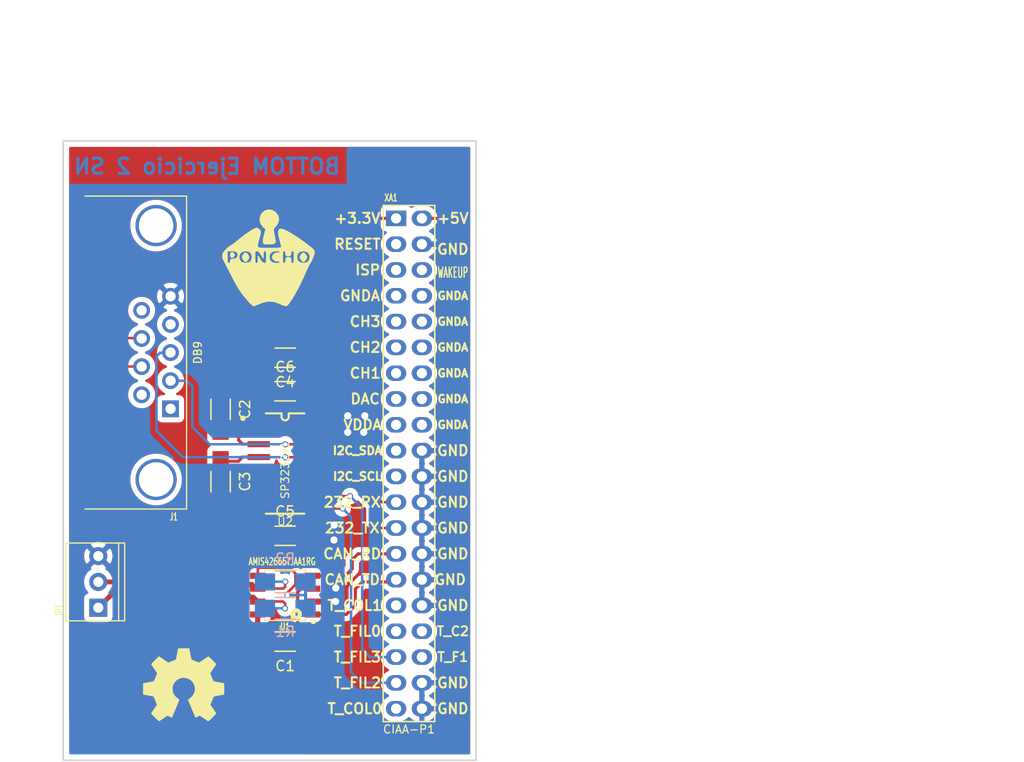
<source format=kicad_pcb>
(kicad_pcb (version 4) (host pcbnew 0.201511251016+6329~38~ubuntu14.04.1-stable)

  (general
    (links 44)
    (no_connects 0)
    (area 104.219699 43.378 205.185715 117.931001)
    (thickness 1.6)
    (drawings 17)
    (tracks 362)
    (zones 0)
    (modules 15)
    (nets 49)
  )

  (page A4)
  (title_block
    (title "Ejercicio 2 - Santiago Nolasco")
    (date 2015-12-02)
    (rev 1.0)
    (company "IUA - KiCad")
  )

  (layers
    (0 Top mixed)
    (31 Bottom mixed)
    (32 B.Adhes user)
    (33 F.Adhes user)
    (34 B.Paste user)
    (35 F.Paste user)
    (36 B.SilkS user)
    (37 F.SilkS user)
    (38 B.Mask user)
    (39 F.Mask user)
    (40 Dwgs.User user)
    (41 Cmts.User user)
    (42 Eco1.User user)
    (43 Eco2.User user)
    (44 Edge.Cuts user)
    (45 Margin user)
    (46 B.CrtYd user)
    (47 F.CrtYd user)
    (48 B.Fab user)
    (49 F.Fab user)
  )

  (setup
    (last_trace_width 0.3048)
    (user_trace_width 0.3048)
    (trace_clearance 0.3048)
    (zone_clearance 0.508)
    (zone_45_only yes)
    (trace_min 0.2)
    (segment_width 0.2)
    (edge_width 0.15)
    (via_size 0.6)
    (via_drill 0.4)
    (via_min_size 0.4)
    (via_min_drill 0.3)
    (user_via 1.27 0.7112)
    (uvia_size 0.3)
    (uvia_drill 0.1)
    (uvias_allowed no)
    (uvia_min_size 0)
    (uvia_min_drill 0)
    (pcb_text_width 0.3)
    (pcb_text_size 1.5 1.5)
    (mod_edge_width 0.15)
    (mod_text_size 1 1)
    (mod_text_width 0.15)
    (pad_size 1.524 1.524)
    (pad_drill 0.762)
    (pad_to_mask_clearance 0.2)
    (aux_axis_origin 0 0)
    (visible_elements FFFEFF7F)
    (pcbplotparams
      (layerselection 0x00030_80000001)
      (usegerberextensions false)
      (excludeedgelayer true)
      (linewidth 0.100000)
      (plotframeref false)
      (viasonmask false)
      (mode 1)
      (useauxorigin false)
      (hpglpennumber 1)
      (hpglpenspeed 20)
      (hpglpendiameter 15)
      (hpglpenoverlay 2)
      (psnegative false)
      (psa4output false)
      (plotreference true)
      (plotvalue true)
      (plotinvisibletext false)
      (padsonsilk false)
      (subtractmaskfromsilk false)
      (outputformat 1)
      (mirror false)
      (drillshape 1)
      (scaleselection 1)
      (outputdirectory ""))
  )

  (net 0 "")
  (net 1 GND)
  (net 2 +5V)
  (net 3 "Net-(C2-Pad1)")
  (net 4 "Net-(C2-Pad2)")
  (net 5 "Net-(C3-Pad1)")
  (net 6 "Net-(C3-Pad2)")
  (net 7 "Net-(C4-Pad2)")
  (net 8 "Net-(C5-Pad2)")
  (net 9 +3.3V)
  (net 10 "Net-(J1-Pad1)")
  (net 11 "Net-(J1-Pad2)")
  (net 12 "Net-(J1-Pad3)")
  (net 13 "Net-(J1-Pad4)")
  (net 14 "Net-(J1-Pad6)")
  (net 15 "Net-(J1-Pad7)")
  (net 16 "Net-(J1-Pad8)")
  (net 17 "Net-(J1-Pad9)")
  (net 18 "/Conector y Can/CAN_P")
  (net 19 "/Conector y Can/CAN_N")
  (net 20 "Net-(R1-Pad2)")
  (net 21 "/Conector y Can/CAN_TX")
  (net 22 "/Conector y Can/CAN_RX")
  (net 23 "/Conector y Can/RTS")
  (net 24 "/Conector y Can/CTS")
  (net 25 "/Conector y Can/RXD")
  (net 26 "/Conector y Can/TXD")
  (net 27 "Net-(XA1-Pad11)")
  (net 28 "Net-(XA1-Pad13)")
  (net 29 "Net-(XA1-Pad6)")
  (net 30 "Net-(XA1-Pad15)")
  (net 31 "Net-(XA1-Pad8)")
  (net 32 "Net-(XA1-Pad17)")
  (net 33 "Net-(XA1-Pad10)")
  (net 34 "Net-(XA1-Pad19)")
  (net 35 "Net-(XA1-Pad12)")
  (net 36 "Net-(XA1-Pad21)")
  (net 37 "Net-(XA1-Pad14)")
  (net 38 "Net-(XA1-Pad16)")
  (net 39 "Net-(XA1-Pad18)")
  (net 40 "Net-(XA1-Pad31)")
  (net 41 "Net-(XA1-Pad33)")
  (net 42 "Net-(XA1-Pad34)")
  (net 43 "Net-(XA1-Pad36)")
  (net 44 "Net-(XA1-Pad3)")
  (net 45 "Net-(XA1-Pad5)")
  (net 46 "Net-(XA1-Pad7)")
  (net 47 "Net-(XA1-Pad9)")
  (net 48 "Net-(XA1-Pad39)")

  (net_class Default "This is the default net class."
    (clearance 0.3048)
    (trace_width 0.25)
    (via_dia 0.6)
    (via_drill 0.4)
    (uvia_dia 0.3)
    (uvia_drill 0.1)
    (add_net +3.3V)
    (add_net +5V)
    (add_net "/Conector y Can/CAN_N")
    (add_net "/Conector y Can/CAN_P")
    (add_net "/Conector y Can/CAN_RX")
    (add_net "/Conector y Can/CAN_TX")
    (add_net "/Conector y Can/CTS")
    (add_net "/Conector y Can/RTS")
    (add_net "/Conector y Can/RXD")
    (add_net "/Conector y Can/TXD")
    (add_net GND)
    (add_net "Net-(C2-Pad1)")
    (add_net "Net-(C2-Pad2)")
    (add_net "Net-(C3-Pad1)")
    (add_net "Net-(C3-Pad2)")
    (add_net "Net-(C4-Pad2)")
    (add_net "Net-(C5-Pad2)")
    (add_net "Net-(J1-Pad1)")
    (add_net "Net-(J1-Pad2)")
    (add_net "Net-(J1-Pad3)")
    (add_net "Net-(J1-Pad4)")
    (add_net "Net-(J1-Pad6)")
    (add_net "Net-(J1-Pad7)")
    (add_net "Net-(J1-Pad8)")
    (add_net "Net-(J1-Pad9)")
    (add_net "Net-(R1-Pad2)")
    (add_net "Net-(XA1-Pad10)")
    (add_net "Net-(XA1-Pad11)")
    (add_net "Net-(XA1-Pad12)")
    (add_net "Net-(XA1-Pad13)")
    (add_net "Net-(XA1-Pad14)")
    (add_net "Net-(XA1-Pad15)")
    (add_net "Net-(XA1-Pad16)")
    (add_net "Net-(XA1-Pad17)")
    (add_net "Net-(XA1-Pad18)")
    (add_net "Net-(XA1-Pad19)")
    (add_net "Net-(XA1-Pad21)")
    (add_net "Net-(XA1-Pad3)")
    (add_net "Net-(XA1-Pad31)")
    (add_net "Net-(XA1-Pad33)")
    (add_net "Net-(XA1-Pad34)")
    (add_net "Net-(XA1-Pad36)")
    (add_net "Net-(XA1-Pad39)")
    (add_net "Net-(XA1-Pad5)")
    (add_net "Net-(XA1-Pad6)")
    (add_net "Net-(XA1-Pad7)")
    (add_net "Net-(XA1-Pad8)")
    (add_net "Net-(XA1-Pad9)")
  )

  (module ej2:SP3232ECN-SOIC16N (layer Top) (tedit 5656340C) (tstamp 565E00A6)
    (at 132.588 88.646 270)
    (descr "SMALL OUTLINE INTEGRATED CIRCUIT")
    (tags "SMALL OUTLINE INTEGRATED CIRCUIT")
    (path /565DDBCE/565DE466)
    (attr smd)
    (fp_text reference U2 (at 5.715 0 360) (layer F.SilkS)
      (effects (font (size 0.762 0.762) (thickness 0.1143)))
    )
    (fp_text value SP3232v1 (at 0.635 0 270) (layer F.SilkS)
      (effects (font (size 0.762 0.762) (thickness 0.1143)))
    )
    (fp_line (start -4.6 0.35) (end -4.9 0.35) (layer F.SilkS) (width 0.2032))
    (fp_line (start -4.6 -0.35) (end -4.9 -0.35) (layer F.SilkS) (width 0.2032))
    (fp_arc (start -4.6 0) (end -4.6 -0.35) (angle 180) (layer F.SilkS) (width 0.2032))
    (fp_circle (center -4.45 4.15) (end -4.35 4.05) (layer F.SilkS) (width 0.254))
    (fp_line (start -4.93776 1.89992) (end -4.93776 0.35) (layer F.SilkS) (width 0.2032))
    (fp_line (start -4.93776 -0.35) (end -4.93776 -1.89992) (layer F.SilkS) (width 0.2032))
    (fp_line (start 4.93776 -1.89992) (end 4.93776 1.39954) (layer F.SilkS) (width 0.2032))
    (fp_line (start 4.93776 1.39954) (end 4.93776 1.89992) (layer F.SilkS) (width 0.2032))
    (pad 1 smd rect (at -4.445 2.59842 270) (size 0.59944 2.19964) (layers Top F.Paste F.Mask)
      (net 4 "Net-(C2-Pad2)"))
    (pad 2 smd rect (at -3.175 2.59842 270) (size 0.59944 2.19964) (layers Top F.Paste F.Mask)
      (net 7 "Net-(C4-Pad2)"))
    (pad 3 smd rect (at -1.905 2.59842 270) (size 0.59944 2.19964) (layers Top F.Paste F.Mask)
      (net 3 "Net-(C2-Pad1)"))
    (pad 4 smd rect (at -0.635 2.59842 270) (size 0.59944 2.19964) (layers Top F.Paste F.Mask)
      (net 6 "Net-(C3-Pad2)"))
    (pad 5 smd rect (at 0.635 2.59842 270) (size 0.59944 2.19964) (layers Top F.Paste F.Mask)
      (net 5 "Net-(C3-Pad1)"))
    (pad 6 smd rect (at 1.905 2.59842 270) (size 0.59944 2.19964) (layers Top F.Paste F.Mask)
      (net 8 "Net-(C5-Pad2)"))
    (pad 7 smd rect (at 3.175 2.59842 270) (size 0.59944 2.19964) (layers Top F.Paste F.Mask)
      (net 16 "Net-(J1-Pad8)"))
    (pad 8 smd rect (at 4.445 2.59842 270) (size 0.59944 2.19964) (layers Top F.Paste F.Mask)
      (net 15 "Net-(J1-Pad7)"))
    (pad 9 smd rect (at 4.445 -2.59842 270) (size 0.59944 2.19964) (layers Top F.Paste F.Mask)
      (net 23 "/Conector y Can/RTS"))
    (pad 10 smd rect (at 3.175 -2.59842 270) (size 0.59944 2.19964) (layers Top F.Paste F.Mask)
      (net 24 "/Conector y Can/CTS"))
    (pad 11 smd rect (at 1.905 -2.59842 270) (size 0.59944 2.19964) (layers Top F.Paste F.Mask)
      (net 25 "/Conector y Can/RXD"))
    (pad 12 smd rect (at 0.635 -2.59842 270) (size 0.59944 2.19964) (layers Top F.Paste F.Mask)
      (net 26 "/Conector y Can/TXD"))
    (pad 13 smd rect (at -0.635 -2.59842 270) (size 0.59944 2.19964) (layers Top F.Paste F.Mask)
      (net 12 "Net-(J1-Pad3)"))
    (pad 14 smd rect (at -1.905 -2.59842 270) (size 0.59944 2.19964) (layers Top F.Paste F.Mask)
      (net 11 "Net-(J1-Pad2)"))
    (pad 15 smd rect (at -3.175 -2.59842 270) (size 0.59944 2.19964) (layers Top F.Paste F.Mask)
      (net 1 GND))
    (pad 16 smd rect (at -4.445 -2.59842 270) (size 0.59944 2.19964) (layers Top F.Paste F.Mask)
      (net 9 +3.3V))
    (model ${KIPRJMOD}/ej2.3dshapes/so-16.wrl
      (at (xyz 0 0 0))
      (scale (xyz 1 1 1))
      (rotate (xyz 0 0 0))
    )
  )

  (module ej2:DB9_F_TH (layer Top) (tedit 565607B0) (tstamp 565E0073)
    (at 119.888 77.724 90)
    (path /565DDBCE/565DFC79)
    (fp_text reference J1 (at -16.165 1.735 180) (layer F.SilkS)
      (effects (font (size 0.7112 0.4572) (thickness 0.1143)))
    )
    (fp_text value DB9 (at 0 4.1 90) (layer F.SilkS)
      (effects (font (size 0.762 0.762) (thickness 0.127)))
    )
    (fp_line (start 15.4 3) (end 15.4 -7) (layer F.SilkS) (width 0.127))
    (fp_line (start 15.4 -9.5) (end 15.4 -7) (layer Dwgs.User) (width 0.127))
    (fp_line (start -15.4 3) (end -15.4 -7) (layer F.SilkS) (width 0.127))
    (fp_line (start -15.4 -9.5) (end -15.4 -7) (layer Dwgs.User) (width 0.127))
    (fp_line (start -15.4 -9.1) (end 15.4 -9.1) (layer Dwgs.User) (width 0.127))
    (fp_arc (start -14.2 -14.3) (end -14.2 -14.5) (angle 90) (layer Dwgs.User) (width 0.127))
    (fp_arc (start -13.8 -14.3) (end -14 -14.3) (angle 90) (layer Dwgs.User) (width 0.127))
    (fp_arc (start -10.8 -14.3) (end -11 -14.3) (angle 90) (layer Dwgs.User) (width 0.127))
    (fp_arc (start -11.2 -14.3) (end -11.2 -14.5) (angle 90) (layer Dwgs.User) (width 0.127))
    (fp_arc (start 11.2 -14.3) (end 11 -14.3) (angle 90) (layer Dwgs.User) (width 0.127))
    (fp_arc (start 10.8 -14.3) (end 10.8 -14.5) (angle 90) (layer Dwgs.User) (width 0.127))
    (fp_arc (start 14.2 -14.3) (end 14 -14.3) (angle 90) (layer Dwgs.User) (width 0.127))
    (fp_arc (start 13.8 -14.3) (end 13.8 -14.5) (angle 90) (layer Dwgs.User) (width 0.127))
    (fp_line (start 10 -14.1) (end 10 -9.5) (layer Dwgs.User) (width 0.127))
    (fp_line (start 15 -14.1) (end 15 -9.5) (layer Dwgs.User) (width 0.127))
    (fp_line (start 10.4 -14.5) (end 14.6 -14.5) (layer Dwgs.User) (width 0.127))
    (fp_line (start -15 -14.1) (end -15 -9.5) (layer Dwgs.User) (width 0.127))
    (fp_line (start -10 -14.1) (end -10 -9.5) (layer Dwgs.User) (width 0.127))
    (fp_line (start -14.6 -14.5) (end -10.4 -14.5) (layer Dwgs.User) (width 0.127))
    (fp_arc (start -14.6 -14.1) (end -15 -14.1) (angle 90) (layer Dwgs.User) (width 0.127))
    (fp_arc (start -10.4 -14.1) (end -10.4 -14.5) (angle 90) (layer Dwgs.User) (width 0.127))
    (fp_arc (start 10.4 -14.1) (end 10 -14.1) (angle 90) (layer Dwgs.User) (width 0.127))
    (fp_arc (start 14.6 -14.1) (end 14.6 -14.5) (angle 90) (layer Dwgs.User) (width 0.127))
    (fp_line (start 14 -14.5) (end 14 -9.5) (layer Dwgs.User) (width 0.127))
    (fp_line (start 11 -14.5) (end 11 -9.5) (layer Dwgs.User) (width 0.127))
    (fp_line (start -11 -14.5) (end -11 -9.5) (layer Dwgs.User) (width 0.127))
    (fp_line (start -14 -14.5) (end -14 -9.5) (layer Dwgs.User) (width 0.127))
    (fp_line (start 7.8 -15.3) (end -7.8 -15.3) (layer Dwgs.User) (width 0.127))
    (fp_line (start 8.2 -14.9) (end 8.2 -9.5) (layer Dwgs.User) (width 0.127))
    (fp_line (start -8.2 -14.9) (end -8.2 -9.5) (layer Dwgs.User) (width 0.127))
    (fp_arc (start -7.8 -14.9) (end -8.2 -14.9) (angle 90) (layer Dwgs.User) (width 0.127))
    (fp_arc (start 7.8 -14.9) (end 7.8 -15.3) (angle 90) (layer Dwgs.User) (width 0.127))
    (fp_line (start 15.4 3) (end -15.4 3) (layer F.SilkS) (width 0.127))
    (fp_line (start -15.4 -9.5) (end 15.4 -9.5) (layer Dwgs.User) (width 0.127))
    (pad 1 thru_hole rect (at -5.5372 1.4224 90) (size 1.651 1.651) (drill 1.016) (layers *.Cu *.Mask)
      (net 10 "Net-(J1-Pad1)"))
    (pad 2 thru_hole circle (at -2.7686 1.4224 90) (size 1.651 1.651) (drill 1.016) (layers *.Cu *.Mask)
      (net 11 "Net-(J1-Pad2)"))
    (pad 3 thru_hole circle (at 0 1.4224 90) (size 1.651 1.651) (drill 1.016) (layers *.Cu *.Mask)
      (net 12 "Net-(J1-Pad3)"))
    (pad 4 thru_hole circle (at 2.7686 1.4224 90) (size 1.651 1.651) (drill 1.016) (layers *.Cu *.Mask)
      (net 13 "Net-(J1-Pad4)"))
    (pad 5 thru_hole circle (at 5.5372 1.4224 90) (size 1.651 1.651) (drill 1.016) (layers *.Cu *.Mask)
      (net 1 GND))
    (pad 6 thru_hole circle (at -4.1529 -1.4224 90) (size 1.651 1.651) (drill 1.016) (layers *.Cu *.Mask)
      (net 14 "Net-(J1-Pad6)"))
    (pad 7 thru_hole circle (at -1.3843 -1.4224 90) (size 1.651 1.651) (drill 1.016) (layers *.Cu *.Mask)
      (net 15 "Net-(J1-Pad7)"))
    (pad 8 thru_hole circle (at 1.3843 -1.4224 90) (size 1.651 1.651) (drill 1.016) (layers *.Cu *.Mask)
      (net 16 "Net-(J1-Pad8)"))
    (pad 9 thru_hole circle (at 4.1529 -1.4224 90) (size 1.651 1.651) (drill 1.016) (layers *.Cu *.Mask)
      (net 17 "Net-(J1-Pad9)"))
    (pad 10 thru_hole circle (at -12.4968 0 90) (size 4.064 4.064) (drill 3.4) (layers *.Cu *.Mask))
    (pad 11 thru_hole circle (at 12.4968 0 90) (size 4.064 4.064) (drill 3.4) (layers *.Cu *.Mask))
    (model ${KIPRJMOD}/ej2.3dshapes/db_9f.wrl
      (at (xyz 0 0.31 0))
      (scale (xyz 1 1.1 1))
      (rotate (xyz 0 0 180))
    )
  )

  (module ej2:CON_PALETA_3 (layer Top) (tedit 55918D28) (tstamp 565E007A)
    (at 114.2 100.3 90)
    (path /565DDB9F/565DEF12)
    (fp_text reference JP1 (at -2.8 -3.8 90) (layer F.SilkS)
      (effects (font (size 0.762 0.4572) (thickness 0.127)))
    )
    (fp_text value CONN_3 (at 0 3.3 90) (layer F.Fab)
      (effects (font (size 0.762 0.4572) (thickness 0.127)))
    )
    (fp_line (start 3.83 -3.2) (end 3.83 2.6) (layer F.SilkS) (width 0.127))
    (fp_line (start -3.83 -3.2) (end 3.83 -3.2) (layer F.SilkS) (width 0.127))
    (fp_line (start -3.83 2.6) (end -3.83 -3.2) (layer F.SilkS) (width 0.127))
    (fp_line (start 3.83 2.6) (end -3.83 2.6) (layer F.SilkS) (width 0.127))
    (fp_line (start 3.83 2) (end -3.83 2) (layer F.SilkS) (width 0.127))
    (pad 1 thru_hole rect (at -2.54 0 90) (size 1.778 1.778) (drill 1) (layers *.Cu *.Mask)
      (net 18 "/Conector y Can/CAN_P"))
    (pad 2 thru_hole circle (at 0 0 90) (size 1.778 1.778) (drill 1) (layers *.Cu *.Mask)
      (net 19 "/Conector y Can/CAN_N"))
    (pad 3 thru_hole circle (at 2.54 0 90) (size 1.778 1.778) (drill 1) (layers *.Cu *.Mask)
      (net 1 GND))
    (model ${KIPRJMOD}/ej2.3dshapes/CON_PALETA_3.wrl
      (at (xyz 0 0.012 0))
      (scale (xyz 0.395 0.395 0.395))
      (rotate (xyz 0 0 180))
    )
  )

  (module ej2:R_1206_HandSoldering (layer Bottom) (tedit 5418A20D) (tstamp 565E0080)
    (at 132.6 102.9)
    (descr "Resistor SMD 1206, hand soldering")
    (tags "resistor 1206")
    (path /565DDB9F/565DEE56)
    (attr smd)
    (fp_text reference R1 (at 0 2.3) (layer B.SilkS)
      (effects (font (size 1 1) (thickness 0.15)) (justify mirror))
    )
    (fp_text value 60 (at 0 -2.3) (layer B.Fab)
      (effects (font (size 1 1) (thickness 0.15)) (justify mirror))
    )
    (fp_line (start -3.3 1.2) (end 3.3 1.2) (layer B.CrtYd) (width 0.05))
    (fp_line (start -3.3 -1.2) (end 3.3 -1.2) (layer B.CrtYd) (width 0.05))
    (fp_line (start -3.3 1.2) (end -3.3 -1.2) (layer B.CrtYd) (width 0.05))
    (fp_line (start 3.3 1.2) (end 3.3 -1.2) (layer B.CrtYd) (width 0.05))
    (fp_line (start 1 -1.075) (end -1 -1.075) (layer B.SilkS) (width 0.15))
    (fp_line (start -1 1.075) (end 1 1.075) (layer B.SilkS) (width 0.15))
    (pad 1 smd rect (at -2 0) (size 2 1.7) (layers Bottom B.Paste B.Mask)
      (net 18 "/Conector y Can/CAN_P"))
    (pad 2 smd rect (at 2 0) (size 2 1.7) (layers Bottom B.Paste B.Mask)
      (net 20 "Net-(R1-Pad2)"))
    (model ${KIPRJMOD}/ej2.3dshapes/R_1206_HandSoldering.wrl
      (at (xyz 0 0 0))
      (scale (xyz 1 1 1))
      (rotate (xyz 0 0 0))
    )
  )

  (module ej2:R_1206_HandSoldering (layer Bottom) (tedit 5418A20D) (tstamp 565E0086)
    (at 132.6 100.3 180)
    (descr "Resistor SMD 1206, hand soldering")
    (tags "resistor 1206")
    (path /565DDB9F/565DEEE9)
    (attr smd)
    (fp_text reference R2 (at 0 2.3 180) (layer B.SilkS)
      (effects (font (size 1 1) (thickness 0.15)) (justify mirror))
    )
    (fp_text value 60 (at 0 -2.3 180) (layer B.Fab)
      (effects (font (size 1 1) (thickness 0.15)) (justify mirror))
    )
    (fp_line (start -3.3 1.2) (end 3.3 1.2) (layer B.CrtYd) (width 0.05))
    (fp_line (start -3.3 -1.2) (end 3.3 -1.2) (layer B.CrtYd) (width 0.05))
    (fp_line (start -3.3 1.2) (end -3.3 -1.2) (layer B.CrtYd) (width 0.05))
    (fp_line (start 3.3 1.2) (end 3.3 -1.2) (layer B.CrtYd) (width 0.05))
    (fp_line (start 1 -1.075) (end -1 -1.075) (layer B.SilkS) (width 0.15))
    (fp_line (start -1 1.075) (end 1 1.075) (layer B.SilkS) (width 0.15))
    (pad 1 smd rect (at -2 0 180) (size 2 1.7) (layers Bottom B.Paste B.Mask)
      (net 20 "Net-(R1-Pad2)"))
    (pad 2 smd rect (at 2 0 180) (size 2 1.7) (layers Bottom B.Paste B.Mask)
      (net 19 "/Conector y Can/CAN_N"))
    (model ${KIPRJMOD}/ej2.3dshapes/R_1206_HandSoldering.wrl
      (at (xyz 0 0 0))
      (scale (xyz 1 1 1))
      (rotate (xyz 0 0 0))
    )
  )

  (module ej2:SOIC-8 (layer Top) (tedit 53B412FC) (tstamp 565E0092)
    (at 132.588 101.6 180)
    (descr SO-8)
    (path /565DDB9F/565DEB0A)
    (fp_text reference U1 (at 0 -3.1 180) (layer F.SilkS)
      (effects (font (size 0.7112 0.4572) (thickness 0.1143)))
    )
    (fp_text value AMIS42665TJAA1RG (at 0.3 3.3 180) (layer F.SilkS)
      (effects (font (size 0.7112 0.4572) (thickness 0.1143)))
    )
    (fp_line (start -2 -2.5) (end -2 -2.3) (layer F.SilkS) (width 0.127))
    (fp_line (start -2 2.5) (end -2 2.3) (layer F.SilkS) (width 0.127))
    (fp_line (start 2 2.5) (end 2 2.3) (layer F.SilkS) (width 0.127))
    (fp_line (start 2 -2.5) (end 2 -2.3) (layer F.SilkS) (width 0.127))
    (fp_circle (center -2.7746 -2.5764) (end -2.8 -2.5) (layer F.SilkS) (width 0.2032))
    (fp_line (start 2 -2.5) (end -2 -2.5) (layer F.SilkS) (width 0.127))
    (fp_line (start -2 2.5) (end 2 2.5) (layer F.SilkS) (width 0.127))
    (fp_circle (center -1.0746 -1.8764) (end -1.1 -1.7) (layer F.SilkS) (width 0.4))
    (pad 1 smd rect (at -2.7 -1.905 90) (size 0.6 1.52) (layers Top F.Paste F.Mask)
      (net 21 "/Conector y Can/CAN_TX"))
    (pad 2 smd rect (at -2.7 -0.635 90) (size 0.6 1.52) (layers Top F.Paste F.Mask)
      (net 1 GND))
    (pad 3 smd rect (at -2.7 0.635 90) (size 0.6 1.52) (layers Top F.Paste F.Mask)
      (net 2 +5V))
    (pad 4 smd rect (at -2.7 1.905 90) (size 0.6 1.52) (layers Top F.Paste F.Mask)
      (net 22 "/Conector y Can/CAN_RX"))
    (pad 5 smd rect (at 2.7 1.905 90) (size 0.6 1.52) (layers Top F.Paste F.Mask)
      (net 20 "Net-(R1-Pad2)"))
    (pad 6 smd rect (at 2.7 0.635 90) (size 0.6 1.52) (layers Top F.Paste F.Mask)
      (net 19 "/Conector y Can/CAN_N"))
    (pad 7 smd rect (at 2.7 -0.635 90) (size 0.6 1.52) (layers Top F.Paste F.Mask)
      (net 18 "/Conector y Can/CAN_P"))
    (pad 8 smd rect (at 2.7 -1.905 90) (size 0.6 1.52) (layers Top F.Paste F.Mask)
      (net 1 GND))
    (model ${KIPRJMOD}/ej2.3dshapes/so-8.wrl
      (at (xyz 0 0 0))
      (scale (xyz 1 1 1))
      (rotate (xyz 0 0 90))
    )
  )

  (module ej2:Conn_Poncho_Derecha (layer Top) (tedit 565779F5) (tstamp 565E00D2)
    (at 143.51 64.516)
    (tags "CONN Poncho")
    (path /565DDB9F/565DE781)
    (fp_text reference XA1 (at -0.508 -2.032) (layer F.SilkS)
      (effects (font (size 0.7112 0.4572) (thickness 0.1143)))
    )
    (fp_text value Conn_Poncho2P_2x_20x2 (at -1.905 51.181) (layer F.SilkS) hide
      (effects (font (size 0.7112 0.4572) (thickness 0.1143)))
    )
    (fp_text user GND (at 5.588 48.26) (layer F.SilkS)
      (effects (font (size 1 1) (thickness 0.2)))
    )
    (fp_text user GND (at 5.588 45.72) (layer F.SilkS)
      (effects (font (size 1 1) (thickness 0.2)))
    )
    (fp_text user T_F1 (at 5.588 43.18) (layer F.SilkS)
      (effects (font (size 0.9 0.9) (thickness 0.18)))
    )
    (fp_text user T_C2 (at 5.588 40.64) (layer F.SilkS)
      (effects (font (size 0.9 0.9) (thickness 0.18)))
    )
    (fp_text user GND (at 5.588 38.1) (layer F.SilkS)
      (effects (font (size 1 1) (thickness 0.2)))
    )
    (fp_text user GND (at 5.334 35.56) (layer F.SilkS)
      (effects (font (size 1 1) (thickness 0.2)))
    )
    (fp_text user GND (at 5.588 33.02) (layer F.SilkS)
      (effects (font (size 1 1) (thickness 0.2)))
    )
    (fp_text user GND (at 5.588 30.48) (layer F.SilkS)
      (effects (font (size 1 1) (thickness 0.2)))
    )
    (fp_text user GND (at 5.588 27.94) (layer F.SilkS)
      (effects (font (size 1 1) (thickness 0.2)))
    )
    (fp_text user GND (at 5.588 25.4) (layer F.SilkS)
      (effects (font (size 1 1) (thickness 0.2)))
    )
    (fp_text user GND (at 5.588 22.86) (layer F.SilkS)
      (effects (font (size 1 1) (thickness 0.2)))
    )
    (fp_text user GNDA (at 5.588 20.32) (layer F.SilkS)
      (effects (font (size 0.76 0.76) (thickness 0.19)))
    )
    (fp_text user GNDA (at 5.588 17.78) (layer F.SilkS)
      (effects (font (size 0.76 0.76) (thickness 0.19)))
    )
    (fp_text user GNDA (at 5.588 15.24) (layer F.SilkS)
      (effects (font (size 0.76 0.76) (thickness 0.19)))
    )
    (fp_text user GNDA (at 5.588 12.7) (layer F.SilkS)
      (effects (font (size 0.76 0.76) (thickness 0.19)))
    )
    (fp_text user GNDA (at 5.588 10.16) (layer F.SilkS)
      (effects (font (size 0.76 0.76) (thickness 0.19)))
    )
    (fp_text user GNDA (at 5.588 7.62) (layer F.SilkS)
      (effects (font (size 0.76 0.76) (thickness 0.19)))
    )
    (fp_text user WAKEUP (at 5.588 5.334) (layer F.SilkS)
      (effects (font (size 1 0.5) (thickness 0.125)))
    )
    (fp_text user GND (at 5.588 3.048) (layer F.SilkS)
      (effects (font (size 1 1) (thickness 0.2)))
    )
    (fp_text user +5V (at 5.588 0) (layer F.SilkS)
      (effects (font (size 1 1) (thickness 0.2)))
    )
    (fp_text user T_COL0 (at -4.064 48.26) (layer F.SilkS)
      (effects (font (size 1 1) (thickness 0.2)))
    )
    (fp_text user T_FIL2 (at -3.81 45.72) (layer F.SilkS)
      (effects (font (size 1 1) (thickness 0.2)))
    )
    (fp_text user T_FIL3 (at -3.81 43.18) (layer F.SilkS)
      (effects (font (size 1 1) (thickness 0.2)))
    )
    (fp_text user T_FIL0 (at -3.81 40.64) (layer F.SilkS)
      (effects (font (size 1 1) (thickness 0.2)))
    )
    (fp_text user T_COL1 (at -4.064 38.1) (layer F.SilkS)
      (effects (font (size 1 1) (thickness 0.2)))
    )
    (fp_text user CAN_TD (at -4.318 35.56) (layer F.SilkS)
      (effects (font (size 1 1) (thickness 0.2)))
    )
    (fp_text user CAN_RD (at -4.318 33.02) (layer F.SilkS)
      (effects (font (size 1 1) (thickness 0.2)))
    )
    (fp_text user 232_TX (at -4.318 30.48) (layer F.SilkS)
      (effects (font (size 1 1) (thickness 0.2)))
    )
    (fp_text user 232_RX (at -4.318 27.94) (layer F.SilkS)
      (effects (font (size 1 1) (thickness 0.2)))
    )
    (fp_text user I2C_SCL (at -3.81 25.4) (layer F.SilkS)
      (effects (font (size 0.8 0.8) (thickness 0.2)))
    )
    (fp_text user I2C_SDA (at -3.81 22.86) (layer F.SilkS)
      (effects (font (size 0.8 0.8) (thickness 0.2)))
    )
    (fp_text user VDDA (at -3.302 20.32) (layer F.SilkS)
      (effects (font (size 1 1) (thickness 0.2)))
    )
    (fp_text user DAC (at -3.048 17.78) (layer F.SilkS)
      (effects (font (size 1 1) (thickness 0.2)))
    )
    (fp_text user CH1 (at -3.048 15.24) (layer F.SilkS)
      (effects (font (size 1 1) (thickness 0.2)))
    )
    (fp_text user CH2 (at -3.048 12.7) (layer F.SilkS)
      (effects (font (size 1 1) (thickness 0.2)))
    )
    (fp_text user CH3 (at -3.048 10.16) (layer F.SilkS)
      (effects (font (size 1 1) (thickness 0.2)))
    )
    (fp_text user GNDA (at -3.556 7.62) (layer F.SilkS)
      (effects (font (size 1 1) (thickness 0.2)))
    )
    (fp_text user ISP (at -2.794 5.08) (layer F.SilkS)
      (effects (font (size 1 1) (thickness 0.2)))
    )
    (fp_text user RESET (at -3.81 2.54) (layer F.SilkS)
      (effects (font (size 1 1) (thickness 0.2)))
    )
    (fp_text user CIAA-P1 (at 1.27 50.292) (layer F.SilkS)
      (effects (font (size 0.8 0.8) (thickness 0.12)))
    )
    (fp_text user +3.3V (at -3.81 0) (layer F.SilkS)
      (effects (font (size 1 1) (thickness 0.2)))
    )
    (fp_line (start -1.27 49.53) (end -1.27 -1.27) (layer F.SilkS) (width 0.15))
    (fp_line (start 3.81 49.53) (end 3.81 -1.27) (layer F.SilkS) (width 0.15))
    (fp_line (start 3.81 49.53) (end -1.27 49.53) (layer F.SilkS) (width 0.15))
    (fp_line (start 3.81 -1.27) (end -1.27 -1.27) (layer F.SilkS) (width 0.15))
    (pad 1 thru_hole rect (at 0 0 270) (size 1.524 2) (drill 1.016) (layers *.Cu *.Mask)
      (net 9 +3.3V))
    (pad 2 thru_hole oval (at 2.54 0 270) (size 1.524 2) (drill 1.016) (layers *.Cu *.Mask)
      (net 2 +5V))
    (pad 11 thru_hole oval (at 0 12.7 270) (size 1.524 2) (drill 1.016) (layers *.Cu *.Mask)
      (net 27 "Net-(XA1-Pad11)"))
    (pad 4 thru_hole oval (at 2.54 2.54 270) (size 1.524 2) (drill 1.016) (layers *.Cu *.Mask)
      (net 1 GND))
    (pad 13 thru_hole oval (at 0 15.24 270) (size 1.524 2) (drill 1.016) (layers *.Cu *.Mask)
      (net 28 "Net-(XA1-Pad13)"))
    (pad 6 thru_hole oval (at 2.54 5.08 270) (size 1.524 2) (drill 1.016) (layers *.Cu *.Mask)
      (net 29 "Net-(XA1-Pad6)"))
    (pad 15 thru_hole oval (at 0 17.78 270) (size 1.524 2) (drill 1.016) (layers *.Cu *.Mask)
      (net 30 "Net-(XA1-Pad15)"))
    (pad 8 thru_hole oval (at 2.54 7.62 270) (size 1.524 2) (drill 1.016) (layers *.Cu *.Mask)
      (net 31 "Net-(XA1-Pad8)"))
    (pad 17 thru_hole oval (at 0 20.32 270) (size 1.524 2) (drill 1.016) (layers *.Cu *.Mask)
      (net 32 "Net-(XA1-Pad17)"))
    (pad 10 thru_hole oval (at 2.54 10.16 270) (size 1.524 2) (drill 1.016) (layers *.Cu *.Mask)
      (net 33 "Net-(XA1-Pad10)"))
    (pad 19 thru_hole oval (at 0 22.86 270) (size 1.524 2) (drill 1.016) (layers *.Cu *.Mask)
      (net 34 "Net-(XA1-Pad19)"))
    (pad 12 thru_hole oval (at 2.54 12.7 270) (size 1.524 2) (drill 1.016) (layers *.Cu *.Mask)
      (net 35 "Net-(XA1-Pad12)"))
    (pad 21 thru_hole oval (at 0 25.4 270) (size 1.524 2) (drill 1.016) (layers *.Cu *.Mask)
      (net 36 "Net-(XA1-Pad21)"))
    (pad 14 thru_hole oval (at 2.54 15.24 270) (size 1.524 2) (drill 1.016) (layers *.Cu *.Mask)
      (net 37 "Net-(XA1-Pad14)"))
    (pad 23 thru_hole oval (at 0 27.94 270) (size 1.524 2) (drill 1.016) (layers *.Cu *.Mask)
      (net 26 "/Conector y Can/TXD"))
    (pad 16 thru_hole oval (at 2.54 17.78 270) (size 1.524 2) (drill 1.016) (layers *.Cu *.Mask)
      (net 38 "Net-(XA1-Pad16)"))
    (pad 25 thru_hole oval (at 0 30.48 270) (size 1.524 2) (drill 1.016) (layers *.Cu *.Mask)
      (net 25 "/Conector y Can/RXD"))
    (pad 18 thru_hole oval (at 2.54 20.32 270) (size 1.524 2) (drill 1.016) (layers *.Cu *.Mask)
      (net 39 "Net-(XA1-Pad18)"))
    (pad 27 thru_hole oval (at 0 33.02 270) (size 1.524 2) (drill 1.016) (layers *.Cu *.Mask)
      (net 22 "/Conector y Can/CAN_RX"))
    (pad 20 thru_hole oval (at 2.54 22.86 270) (size 1.524 2) (drill 1.016) (layers *.Cu *.Mask)
      (net 1 GND))
    (pad 29 thru_hole oval (at 0 35.56 270) (size 1.524 2) (drill 1.016) (layers *.Cu *.Mask)
      (net 21 "/Conector y Can/CAN_TX"))
    (pad 22 thru_hole oval (at 2.54 25.4 270) (size 1.524 2) (drill 1.016) (layers *.Cu *.Mask)
      (net 1 GND))
    (pad 31 thru_hole oval (at 0 38.1 270) (size 1.524 2) (drill 1.016) (layers *.Cu *.Mask)
      (net 40 "Net-(XA1-Pad31)"))
    (pad 24 thru_hole oval (at 2.54 27.94 270) (size 1.524 2) (drill 1.016) (layers *.Cu *.Mask)
      (net 1 GND))
    (pad 26 thru_hole oval (at 2.54 30.48 270) (size 1.524 2) (drill 1.016) (layers *.Cu *.Mask)
      (net 1 GND))
    (pad 33 thru_hole oval (at 0 40.64 270) (size 1.524 2) (drill 1.016) (layers *.Cu *.Mask)
      (net 41 "Net-(XA1-Pad33)"))
    (pad 28 thru_hole oval (at 2.54 33.02 270) (size 1.524 2) (drill 1.016) (layers *.Cu *.Mask)
      (net 1 GND))
    (pad 32 thru_hole oval (at 2.54 38.1 270) (size 1.524 2) (drill 1.016) (layers *.Cu *.Mask)
      (net 1 GND))
    (pad 34 thru_hole oval (at 2.54 40.64 270) (size 1.524 2) (drill 1.016) (layers *.Cu *.Mask)
      (net 42 "Net-(XA1-Pad34)"))
    (pad 36 thru_hole oval (at 2.54 43.18 270) (size 1.524 2) (drill 1.016) (layers *.Cu *.Mask)
      (net 43 "Net-(XA1-Pad36)"))
    (pad 38 thru_hole oval (at 2.54 45.72 270) (size 1.524 2) (drill 1.016) (layers *.Cu *.Mask)
      (net 1 GND))
    (pad 35 thru_hole oval (at 0 43.18 270) (size 1.524 2) (drill 1.016) (layers *.Cu *.Mask)
      (net 24 "/Conector y Can/CTS"))
    (pad 37 thru_hole oval (at 0 45.72 270) (size 1.524 2) (drill 1.016) (layers *.Cu *.Mask)
      (net 23 "/Conector y Can/RTS"))
    (pad 3 thru_hole oval (at 0 2.54 270) (size 1.524 2) (drill 1.016) (layers *.Cu *.Mask)
      (net 44 "Net-(XA1-Pad3)"))
    (pad 5 thru_hole oval (at 0 5.08 270) (size 1.524 2) (drill 1.016) (layers *.Cu *.Mask)
      (net 45 "Net-(XA1-Pad5)"))
    (pad 7 thru_hole oval (at 0 7.62 270) (size 1.524 2) (drill 1.016) (layers *.Cu *.Mask)
      (net 46 "Net-(XA1-Pad7)"))
    (pad 9 thru_hole oval (at 0 10.16 270) (size 1.524 2) (drill 1.016) (layers *.Cu *.Mask)
      (net 47 "Net-(XA1-Pad9)"))
    (pad 39 thru_hole oval (at 0 48.26 270) (size 1.524 2) (drill 1.016) (layers *.Cu *.Mask)
      (net 48 "Net-(XA1-Pad39)"))
    (pad 40 thru_hole oval (at 2.54 48.26 270) (size 1.524 2) (drill 1.016) (layers *.Cu *.Mask)
      (net 1 GND))
    (pad 30 thru_hole oval (at 2.54 35.56 270) (size 1.524 2) (drill 1.016) (layers *.Cu *.Mask)
      (net 1 GND))
    (model ${KIPRJMOD}/ej2.3dshapes/pin_strip_20x2.wrl
      (at (xyz 0.05 -0.95 -0.063))
      (scale (xyz 1 1 1))
      (rotate (xyz 180 0 90))
    )
  )

  (module ej2:C_1206_HandSoldering (layer Top) (tedit 565E0796) (tstamp 565E12A5)
    (at 132.588 106.172)
    (path /565DDB9F/565DEC8D)
    (fp_text reference C1 (at 0 2.4) (layer F.SilkS)
      (effects (font (size 1 1) (thickness 0.15)))
    )
    (fp_text value 100nF (at 0 -2.55) (layer F.Fab)
      (effects (font (size 1 1) (thickness 0.15)))
    )
    (fp_line (start -3.3 -0.8) (end -3.3 -1.15) (layer F.CrtYd) (width 0.15))
    (fp_line (start -3.3 -1.15) (end 3.3 -1.15) (layer F.CrtYd) (width 0.15))
    (fp_line (start 3.3 -1.15) (end 3.3 1.15) (layer F.CrtYd) (width 0.15))
    (fp_line (start 3.3 1.15) (end -3.3 1.15) (layer F.CrtYd) (width 0.15))
    (fp_line (start -3.3 1.15) (end -3.3 -0.8) (layer F.CrtYd) (width 0.15))
    (fp_line (start -1 0.95) (end 1 0.95) (layer F.SilkS) (width 0.15))
    (fp_line (start -1 -0.95) (end 1 -0.95) (layer F.SilkS) (width 0.15))
    (pad 1 smd rect (at -2 0) (size 2 1.6) (layers Top F.Paste F.Mask)
      (net 1 GND))
    (pad 2 smd rect (at 2 0) (size 2 1.6) (layers Top F.Paste F.Mask)
      (net 2 +5V))
    (model ${KIPRJMOD}/ej2.3dshapes/C_1206_HandSoldering.wrl
      (at (xyz 0 0 0))
      (scale (xyz 1 1 1))
      (rotate (xyz 0 0 0))
    )
  )

  (module ej2:C_1206_HandSoldering (layer Top) (tedit 565E0796) (tstamp 565E12B2)
    (at 126.238 83.312 90)
    (path /565DDBCE/565E0056)
    (fp_text reference C2 (at 0 2.4 90) (layer F.SilkS)
      (effects (font (size 1 1) (thickness 0.15)))
    )
    (fp_text value 100nF (at 0 -2.55 90) (layer F.Fab)
      (effects (font (size 1 1) (thickness 0.15)))
    )
    (fp_line (start -3.3 -0.8) (end -3.3 -1.15) (layer F.CrtYd) (width 0.15))
    (fp_line (start -3.3 -1.15) (end 3.3 -1.15) (layer F.CrtYd) (width 0.15))
    (fp_line (start 3.3 -1.15) (end 3.3 1.15) (layer F.CrtYd) (width 0.15))
    (fp_line (start 3.3 1.15) (end -3.3 1.15) (layer F.CrtYd) (width 0.15))
    (fp_line (start -3.3 1.15) (end -3.3 -0.8) (layer F.CrtYd) (width 0.15))
    (fp_line (start -1 0.95) (end 1 0.95) (layer F.SilkS) (width 0.15))
    (fp_line (start -1 -0.95) (end 1 -0.95) (layer F.SilkS) (width 0.15))
    (pad 1 smd rect (at -2 0 90) (size 2 1.6) (layers Top F.Paste F.Mask)
      (net 3 "Net-(C2-Pad1)"))
    (pad 2 smd rect (at 2 0 90) (size 2 1.6) (layers Top F.Paste F.Mask)
      (net 4 "Net-(C2-Pad2)"))
    (model ${KIPRJMOD}/ej2.3dshapes/C_1206_HandSoldering.wrl
      (at (xyz 0 0 0))
      (scale (xyz 1 1 1))
      (rotate (xyz 0 0 0))
    )
  )

  (module ej2:C_1206_HandSoldering (layer Top) (tedit 565E0796) (tstamp 565E12BF)
    (at 126.238 90.424 90)
    (path /565DDBCE/565E00B1)
    (fp_text reference C3 (at 0 2.4 90) (layer F.SilkS)
      (effects (font (size 1 1) (thickness 0.15)))
    )
    (fp_text value 100nF (at 0 -2.55 90) (layer F.Fab)
      (effects (font (size 1 1) (thickness 0.15)))
    )
    (fp_line (start -3.3 -0.8) (end -3.3 -1.15) (layer F.CrtYd) (width 0.15))
    (fp_line (start -3.3 -1.15) (end 3.3 -1.15) (layer F.CrtYd) (width 0.15))
    (fp_line (start 3.3 -1.15) (end 3.3 1.15) (layer F.CrtYd) (width 0.15))
    (fp_line (start 3.3 1.15) (end -3.3 1.15) (layer F.CrtYd) (width 0.15))
    (fp_line (start -3.3 1.15) (end -3.3 -0.8) (layer F.CrtYd) (width 0.15))
    (fp_line (start -1 0.95) (end 1 0.95) (layer F.SilkS) (width 0.15))
    (fp_line (start -1 -0.95) (end 1 -0.95) (layer F.SilkS) (width 0.15))
    (pad 1 smd rect (at -2 0 90) (size 2 1.6) (layers Top F.Paste F.Mask)
      (net 5 "Net-(C3-Pad1)"))
    (pad 2 smd rect (at 2 0 90) (size 2 1.6) (layers Top F.Paste F.Mask)
      (net 6 "Net-(C3-Pad2)"))
    (model ${KIPRJMOD}/ej2.3dshapes/C_1206_HandSoldering.wrl
      (at (xyz 0 0 0))
      (scale (xyz 1 1 1))
      (rotate (xyz 0 0 0))
    )
  )

  (module ej2:C_1206_HandSoldering (layer Top) (tedit 565E0796) (tstamp 565E12CC)
    (at 132.588 78.232)
    (path /565DDBCE/565DFE3F)
    (fp_text reference C4 (at 0 2.4) (layer F.SilkS)
      (effects (font (size 1 1) (thickness 0.15)))
    )
    (fp_text value 100nF (at 0 -2.55) (layer F.Fab)
      (effects (font (size 1 1) (thickness 0.15)))
    )
    (fp_line (start -3.3 -0.8) (end -3.3 -1.15) (layer F.CrtYd) (width 0.15))
    (fp_line (start -3.3 -1.15) (end 3.3 -1.15) (layer F.CrtYd) (width 0.15))
    (fp_line (start 3.3 -1.15) (end 3.3 1.15) (layer F.CrtYd) (width 0.15))
    (fp_line (start 3.3 1.15) (end -3.3 1.15) (layer F.CrtYd) (width 0.15))
    (fp_line (start -3.3 1.15) (end -3.3 -0.8) (layer F.CrtYd) (width 0.15))
    (fp_line (start -1 0.95) (end 1 0.95) (layer F.SilkS) (width 0.15))
    (fp_line (start -1 -0.95) (end 1 -0.95) (layer F.SilkS) (width 0.15))
    (pad 1 smd rect (at -2 0) (size 2 1.6) (layers Top F.Paste F.Mask)
      (net 1 GND))
    (pad 2 smd rect (at 2 0) (size 2 1.6) (layers Top F.Paste F.Mask)
      (net 7 "Net-(C4-Pad2)"))
    (model ${KIPRJMOD}/ej2.3dshapes/C_1206_HandSoldering.wrl
      (at (xyz 0 0 0))
      (scale (xyz 1 1 1))
      (rotate (xyz 0 0 0))
    )
  )

  (module ej2:C_1206_HandSoldering (layer Top) (tedit 565E0796) (tstamp 565E12D9)
    (at 132.588 95.758 180)
    (path /565DDBCE/565DFE72)
    (fp_text reference C5 (at 0 2.4 180) (layer F.SilkS)
      (effects (font (size 1 1) (thickness 0.15)))
    )
    (fp_text value 100nF (at 0 -2.55 180) (layer F.Fab)
      (effects (font (size 1 1) (thickness 0.15)))
    )
    (fp_line (start -3.3 -0.8) (end -3.3 -1.15) (layer F.CrtYd) (width 0.15))
    (fp_line (start -3.3 -1.15) (end 3.3 -1.15) (layer F.CrtYd) (width 0.15))
    (fp_line (start 3.3 -1.15) (end 3.3 1.15) (layer F.CrtYd) (width 0.15))
    (fp_line (start 3.3 1.15) (end -3.3 1.15) (layer F.CrtYd) (width 0.15))
    (fp_line (start -3.3 1.15) (end -3.3 -0.8) (layer F.CrtYd) (width 0.15))
    (fp_line (start -1 0.95) (end 1 0.95) (layer F.SilkS) (width 0.15))
    (fp_line (start -1 -0.95) (end 1 -0.95) (layer F.SilkS) (width 0.15))
    (pad 1 smd rect (at -2 0 180) (size 2 1.6) (layers Top F.Paste F.Mask)
      (net 1 GND))
    (pad 2 smd rect (at 2 0 180) (size 2 1.6) (layers Top F.Paste F.Mask)
      (net 8 "Net-(C5-Pad2)"))
    (model ${KIPRJMOD}/ej2.3dshapes/C_1206_HandSoldering.wrl
      (at (xyz 0 0 0))
      (scale (xyz 1 1 1))
      (rotate (xyz 0 0 0))
    )
  )

  (module ej2:C_1206_HandSoldering (layer Top) (tedit 565E0796) (tstamp 565E12E6)
    (at 132.588 81.534 180)
    (path /565DDBCE/565DFD8A)
    (fp_text reference C6 (at 0 2.4 180) (layer F.SilkS)
      (effects (font (size 1 1) (thickness 0.15)))
    )
    (fp_text value 100nF (at 0 -2.55 180) (layer F.Fab)
      (effects (font (size 1 1) (thickness 0.15)))
    )
    (fp_line (start -3.3 -0.8) (end -3.3 -1.15) (layer F.CrtYd) (width 0.15))
    (fp_line (start -3.3 -1.15) (end 3.3 -1.15) (layer F.CrtYd) (width 0.15))
    (fp_line (start 3.3 -1.15) (end 3.3 1.15) (layer F.CrtYd) (width 0.15))
    (fp_line (start 3.3 1.15) (end -3.3 1.15) (layer F.CrtYd) (width 0.15))
    (fp_line (start -3.3 1.15) (end -3.3 -0.8) (layer F.CrtYd) (width 0.15))
    (fp_line (start -1 0.95) (end 1 0.95) (layer F.SilkS) (width 0.15))
    (fp_line (start -1 -0.95) (end 1 -0.95) (layer F.SilkS) (width 0.15))
    (pad 1 smd rect (at -2 0 180) (size 2 1.6) (layers Top F.Paste F.Mask)
      (net 9 +3.3V))
    (pad 2 smd rect (at 2 0 180) (size 2 1.6) (layers Top F.Paste F.Mask)
      (net 1 GND))
    (model ${KIPRJMOD}/ej2.3dshapes/C_1206_HandSoldering.wrl
      (at (xyz 0 0 0))
      (scale (xyz 1 1 1))
      (rotate (xyz 0 0 0))
    )
  )

  (module ej2:Logo_OSHWA (layer Top) (tedit 560D8B85) (tstamp 565F070F)
    (at 122.6 110.425)
    (fp_text reference G101 (at 0 4.2418) (layer F.SilkS) hide
      (effects (font (size 0.7112 0.4572) (thickness 0.1143)))
    )
    (fp_text value Logo_OSHWA (at 0 -4.2418) (layer F.SilkS) hide
      (effects (font (size 0.36322 0.36322) (thickness 0.07112)))
    )
    (fp_poly (pts (xy -2.42316 3.59156) (xy -2.38252 3.57124) (xy -2.28854 3.51282) (xy -2.15392 3.42392)
      (xy -1.99644 3.31978) (xy -1.83896 3.21056) (xy -1.70942 3.1242) (xy -1.61798 3.06578)
      (xy -1.57988 3.04546) (xy -1.55956 3.05054) (xy -1.48336 3.08864) (xy -1.37414 3.14452)
      (xy -1.31064 3.17754) (xy -1.21158 3.22072) (xy -1.16078 3.23088) (xy -1.15316 3.21564)
      (xy -1.11506 3.13944) (xy -1.05918 3.00736) (xy -0.98298 2.83464) (xy -0.89662 2.63144)
      (xy -0.80264 2.413) (xy -0.7112 2.18948) (xy -0.6223 1.97612) (xy -0.54356 1.78562)
      (xy -0.48006 1.63068) (xy -0.43942 1.52146) (xy -0.42418 1.47574) (xy -0.42926 1.46558)
      (xy -0.48006 1.41732) (xy -0.56642 1.35128) (xy -0.75692 1.19634) (xy -0.94234 0.96266)
      (xy -1.05664 0.6985) (xy -1.09474 0.40386) (xy -1.06172 0.13208) (xy -0.95504 -0.12954)
      (xy -0.77216 -0.36576) (xy -0.55118 -0.54102) (xy -0.2921 -0.65278) (xy 0 -0.68834)
      (xy 0.2794 -0.65786) (xy 0.5461 -0.55118) (xy 0.78232 -0.37084) (xy 0.88138 -0.25654)
      (xy 1.01854 -0.01778) (xy 1.09728 0.23876) (xy 1.1049 0.30226) (xy 1.09474 0.5842)
      (xy 1.01092 0.85344) (xy 0.8636 1.09474) (xy 0.65786 1.29032) (xy 0.62992 1.31064)
      (xy 0.53594 1.38176) (xy 0.47244 1.43002) (xy 0.42164 1.47066) (xy 0.77978 2.33172)
      (xy 0.83566 2.46888) (xy 0.93472 2.7051) (xy 1.02108 2.9083) (xy 1.08966 3.06832)
      (xy 1.13792 3.17754) (xy 1.15824 3.22072) (xy 1.16078 3.22326) (xy 1.19126 3.22834)
      (xy 1.2573 3.20294) (xy 1.37668 3.14452) (xy 1.45796 3.10388) (xy 1.5494 3.0607)
      (xy 1.59004 3.04546) (xy 1.6256 3.06324) (xy 1.71196 3.12166) (xy 1.8415 3.20548)
      (xy 1.9939 3.30962) (xy 2.14122 3.41122) (xy 2.27584 3.50012) (xy 2.3749 3.56108)
      (xy 2.42316 3.58902) (xy 2.43078 3.58902) (xy 2.47142 3.56362) (xy 2.55016 3.50012)
      (xy 2.667 3.38836) (xy 2.8321 3.2258) (xy 2.8575 3.2004) (xy 2.99466 3.0607)
      (xy 3.10642 2.94386) (xy 3.18008 2.86258) (xy 3.20548 2.82448) (xy 3.20548 2.82448)
      (xy 3.18262 2.77622) (xy 3.11912 2.6797) (xy 3.03022 2.54254) (xy 2.921 2.38252)
      (xy 2.63652 1.9685) (xy 2.794 1.57734) (xy 2.84226 1.45796) (xy 2.90322 1.31318)
      (xy 2.9464 1.20904) (xy 2.9718 1.16332) (xy 3.01244 1.14808) (xy 3.12166 1.12268)
      (xy 3.2766 1.08966) (xy 3.45948 1.05664) (xy 3.63728 1.02362) (xy 3.7973 0.99314)
      (xy 3.9116 0.97028) (xy 3.9624 0.96012) (xy 3.9751 0.9525) (xy 3.98526 0.9271)
      (xy 3.99288 0.87376) (xy 3.99542 0.77724) (xy 3.99796 0.62484) (xy 3.99796 0.40386)
      (xy 3.99796 0.381) (xy 3.99542 0.17018) (xy 3.99288 0.00254) (xy 3.9878 -0.10668)
      (xy 3.98018 -0.14986) (xy 3.98018 -0.14986) (xy 3.92938 -0.16256) (xy 3.81762 -0.18542)
      (xy 3.6576 -0.21844) (xy 3.4671 -0.254) (xy 3.45694 -0.25654) (xy 3.26644 -0.2921)
      (xy 3.10896 -0.32512) (xy 2.9972 -0.35052) (xy 2.95148 -0.36576) (xy 2.94132 -0.37846)
      (xy 2.90322 -0.45212) (xy 2.84734 -0.56896) (xy 2.78638 -0.71374) (xy 2.72288 -0.86106)
      (xy 2.66954 -0.99568) (xy 2.63398 -1.09474) (xy 2.62382 -1.14046) (xy 2.62382 -1.14046)
      (xy 2.65176 -1.18618) (xy 2.7178 -1.28524) (xy 2.80924 -1.41986) (xy 2.921 -1.58242)
      (xy 2.92862 -1.59512) (xy 3.03784 -1.75514) (xy 3.12674 -1.88976) (xy 3.18516 -1.98628)
      (xy 3.20548 -2.02946) (xy 3.20548 -2.032) (xy 3.16992 -2.08026) (xy 3.08864 -2.16916)
      (xy 2.9718 -2.29108) (xy 2.8321 -2.43332) (xy 2.78638 -2.4765) (xy 2.63144 -2.6289)
      (xy 2.52476 -2.72796) (xy 2.45618 -2.7813) (xy 2.42316 -2.794) (xy 2.42316 -2.79146)
      (xy 2.3749 -2.76352) (xy 2.2733 -2.69748) (xy 2.13614 -2.6035) (xy 1.97358 -2.49428)
      (xy 1.96342 -2.48666) (xy 1.8034 -2.37744) (xy 1.67132 -2.28854) (xy 1.5748 -2.22504)
      (xy 1.53416 -2.19964) (xy 1.52654 -2.19964) (xy 1.46304 -2.21996) (xy 1.34874 -2.25806)
      (xy 1.20904 -2.31394) (xy 1.06172 -2.37236) (xy 0.9271 -2.42824) (xy 0.8255 -2.4765)
      (xy 0.77724 -2.5019) (xy 0.77724 -2.50444) (xy 0.75946 -2.56286) (xy 0.73152 -2.68224)
      (xy 0.6985 -2.84734) (xy 0.6604 -3.04292) (xy 0.65532 -3.0734) (xy 0.61976 -3.2639)
      (xy 0.58928 -3.42138) (xy 0.56642 -3.5306) (xy 0.55372 -3.57632) (xy 0.52832 -3.5814)
      (xy 0.43434 -3.58902) (xy 0.2921 -3.59156) (xy 0.11938 -3.5941) (xy -0.06096 -3.59156)
      (xy -0.23622 -3.58902) (xy -0.38862 -3.58394) (xy -0.4953 -3.57632) (xy -0.54102 -3.56616)
      (xy -0.54356 -3.56362) (xy -0.5588 -3.5052) (xy -0.5842 -3.38582) (xy -0.61976 -3.22072)
      (xy -0.65786 -3.0226) (xy -0.66294 -2.98958) (xy -0.6985 -2.79908) (xy -0.73152 -2.64414)
      (xy -0.75438 -2.53492) (xy -0.76708 -2.49428) (xy -0.78232 -2.48412) (xy -0.86106 -2.4511)
      (xy -0.98806 -2.39776) (xy -1.14808 -2.33426) (xy -1.51384 -2.1844) (xy -1.96088 -2.49428)
      (xy -2.00406 -2.52222) (xy -2.16408 -2.63144) (xy -2.2987 -2.72034) (xy -2.39014 -2.77876)
      (xy -2.42824 -2.80162) (xy -2.43078 -2.79908) (xy -2.4765 -2.76098) (xy -2.5654 -2.67716)
      (xy -2.68732 -2.55778) (xy -2.82702 -2.41808) (xy -2.93116 -2.31394) (xy -3.05562 -2.18694)
      (xy -3.13436 -2.10312) (xy -3.17754 -2.04724) (xy -3.19278 -2.01422) (xy -3.1877 -1.9939)
      (xy -3.15976 -1.94818) (xy -3.09372 -1.84912) (xy -3.00228 -1.71196) (xy -2.89306 -1.55448)
      (xy -2.80162 -1.41986) (xy -2.7051 -1.27) (xy -2.6416 -1.16332) (xy -2.61874 -1.10998)
      (xy -2.62382 -1.08712) (xy -2.65684 -1.00076) (xy -2.71018 -0.86614) (xy -2.77622 -0.70866)
      (xy -2.9337 -0.35306) (xy -3.16738 -0.30988) (xy -3.30708 -0.28194) (xy -3.5052 -0.24384)
      (xy -3.69316 -0.20828) (xy -3.9878 -0.14986) (xy -3.99796 0.93218) (xy -3.95224 0.9525)
      (xy -3.90906 0.9652) (xy -3.79984 0.98806) (xy -3.6449 1.01854) (xy -3.45948 1.0541)
      (xy -3.30454 1.08458) (xy -3.14452 1.11252) (xy -3.03276 1.13538) (xy -2.98196 1.14554)
      (xy -2.96926 1.16332) (xy -2.92862 1.23952) (xy -2.87274 1.36144) (xy -2.81178 1.50876)
      (xy -2.74828 1.65862) (xy -2.6924 1.79832) (xy -2.65176 1.905) (xy -2.63906 1.96088)
      (xy -2.65938 2.00406) (xy -2.72034 2.0955) (xy -2.8067 2.22758) (xy -2.91338 2.38506)
      (xy -3.0226 2.54254) (xy -3.1115 2.67716) (xy -3.175 2.77368) (xy -3.2004 2.81686)
      (xy -3.1877 2.84734) (xy -3.12674 2.92354) (xy -3.00736 3.04546) (xy -2.8321 3.22072)
      (xy -2.80162 3.24866) (xy -2.66192 3.38328) (xy -2.54254 3.4925) (xy -2.46126 3.56616)
      (xy -2.42316 3.59156)) (layer F.SilkS) (width 0.00254))
  )

  (module ej2:Logo_Poncho (layer Top) (tedit 560DAFF4) (tstamp 565F08D7)
    (at 130.925 68.45)
    (fp_text reference G*** (at 0.127 5.588) (layer F.SilkS) hide
      (effects (font (thickness 0.3)))
    )
    (fp_text value LOGO (at 0.762 7.493) (layer F.SilkS) hide
      (effects (font (thickness 0.3)))
    )
    (fp_poly (pts (xy 4.535714 -0.627021) (xy 4.498746 -0.420109) (xy 4.405012 -0.1352) (xy 4.280272 0.162897)
      (xy 4.150281 0.409374) (xy 4.123376 0.447413) (xy 4.123376 -0.123701) (xy 4.058326 -0.436938)
      (xy 3.869112 -0.644378) (xy 3.564639 -0.737671) (xy 3.463636 -0.742208) (xy 3.129516 -0.681223)
      (xy 2.908248 -0.503835) (xy 2.808734 -0.218392) (xy 2.803896 -0.123701) (xy 2.868946 0.189536)
      (xy 3.058159 0.396975) (xy 3.362633 0.490269) (xy 3.463636 0.494805) (xy 3.797606 0.436492)
      (xy 3.958441 0.32987) (xy 4.092315 0.09203) (xy 4.123376 -0.123701) (xy 4.123376 0.447413)
      (xy 4.089856 0.494805) (xy 4.013749 0.621925) (xy 3.89522 0.861365) (xy 3.753792 1.172585)
      (xy 3.672876 1.360714) (xy 3.421635 1.929272) (xy 3.149718 2.496808) (xy 2.869494 3.041693)
      (xy 2.593334 3.542296) (xy 2.556493 3.603955) (xy 2.556493 -0.123701) (xy 2.552598 -0.439936)
      (xy 2.534834 -0.625484) (xy 2.494089 -0.714524) (xy 2.421247 -0.741238) (xy 2.391558 -0.742208)
      (xy 2.270831 -0.703329) (xy 2.228325 -0.558669) (xy 2.226623 -0.494805) (xy 2.206189 -0.31957)
      (xy 2.109798 -0.254982) (xy 1.97922 -0.247402) (xy 1.803985 -0.267837) (xy 1.739397 -0.364227)
      (xy 1.731818 -0.494805) (xy 1.705898 -0.675896) (xy 1.609459 -0.739655) (xy 1.566883 -0.742208)
      (xy 1.482553 -0.727599) (xy 1.433074 -0.660988) (xy 1.40933 -0.508193) (xy 1.402206 -0.235036)
      (xy 1.401948 -0.123701) (xy 1.405843 0.192533) (xy 1.423606 0.378081) (xy 1.464351 0.467122)
      (xy 1.537193 0.493835) (xy 1.566883 0.494805) (xy 1.680559 0.462518) (xy 1.726426 0.336472)
      (xy 1.731818 0.206169) (xy 1.745609 0.012245) (xy 1.815564 -0.067294) (xy 1.97922 -0.082467)
      (xy 2.145441 -0.066377) (xy 2.213617 0.015237) (xy 2.226623 0.206169) (xy 2.245073 0.405103)
      (xy 2.317099 0.48537) (xy 2.391558 0.494805) (xy 2.475887 0.480197) (xy 2.525367 0.413586)
      (xy 2.549111 0.260791) (xy 2.556234 -0.012366) (xy 2.556493 -0.123701) (xy 2.556493 3.603955)
      (xy 2.33361 3.976986) (xy 2.102692 4.324132) (xy 1.912952 4.562103) (xy 1.781691 4.667512)
      (xy 1.660102 4.654002) (xy 1.438445 4.580892) (xy 1.163465 4.463746) (xy 1.154545 4.459546)
      (xy 1.154545 0.36149) (xy 1.110706 0.268405) (xy 0.956623 0.266159) (xy 0.938776 0.269422)
      (xy 0.717011 0.243945) (xy 0.523128 0.11531) (xy 0.417755 -0.07121) (xy 0.412337 -0.123701)
      (xy 0.484303 -0.318602) (xy 0.658393 -0.472009) (xy 0.871896 -0.536691) (xy 0.949632 -0.528355)
      (xy 1.105982 -0.515384) (xy 1.154279 -0.597467) (xy 1.154545 -0.609566) (xy 1.114247 -0.69528)
      (xy 0.970303 -0.735064) (xy 0.783441 -0.742208) (xy 0.429195 -0.687347) (xy 0.198088 -0.523118)
      (xy 0.090717 -0.250044) (xy 0.082467 -0.123701) (xy 0.144642 0.188869) (xy 0.330769 0.392787)
      (xy 0.640252 0.487526) (xy 0.783441 0.494805) (xy 1.022962 0.480515) (xy 1.134243 0.429291)
      (xy 1.154545 0.36149) (xy 1.154545 4.459546) (xy 1.148315 4.456614) (xy 0.592041 4.256938)
      (xy 0.061238 4.207886) (xy -0.164935 4.249843) (xy -0.164935 -0.123701) (xy -0.168831 -0.439936)
      (xy -0.186594 -0.625484) (xy -0.227339 -0.714524) (xy -0.300181 -0.741238) (xy -0.329871 -0.742208)
      (xy -0.435349 -0.716231) (xy -0.483875 -0.609894) (xy -0.495586 -0.391721) (xy -0.496366 -0.041234)
      (xy -0.706429 -0.391721) (xy -0.874005 -0.625569) (xy -1.029731 -0.729733) (xy -1.117986 -0.742208)
      (xy -1.220495 -0.733937) (xy -1.280586 -0.685976) (xy -1.309571 -0.563603) (xy -1.318762 -0.332094)
      (xy -1.319481 -0.123701) (xy -1.315585 0.192533) (xy -1.297822 0.378081) (xy -1.257077 0.467122)
      (xy -1.184235 0.493835) (xy -1.154546 0.494805) (xy -1.049068 0.468829) (xy -1.000541 0.362492)
      (xy -0.988831 0.144318) (xy -0.98805 -0.206169) (xy -0.777988 0.144318) (xy -0.610412 0.378167)
      (xy -0.454685 0.48233) (xy -0.36643 0.494805) (xy -0.263922 0.486535) (xy -0.203831 0.438574)
      (xy -0.174846 0.3162) (xy -0.165655 0.084692) (xy -0.164935 -0.123701) (xy -0.164935 4.249843)
      (xy -0.48241 4.308738) (xy -0.783442 4.420415) (xy -1.059466 4.535832) (xy -1.285963 4.626797)
      (xy -1.401948 4.669513) (xy -1.518876 4.625399) (xy -1.566884 4.584033) (xy -1.566884 -0.123701)
      (xy -1.631934 -0.436938) (xy -1.821147 -0.644378) (xy -2.12562 -0.737671) (xy -2.226624 -0.742208)
      (xy -2.560743 -0.681223) (xy -2.782012 -0.503835) (xy -2.881525 -0.218392) (xy -2.886364 -0.123701)
      (xy -2.821314 0.189536) (xy -2.6321 0.396975) (xy -2.327627 0.490269) (xy -2.226624 0.494805)
      (xy -1.892653 0.436492) (xy -1.731819 0.32987) (xy -1.597945 0.09203) (xy -1.566884 -0.123701)
      (xy -1.566884 4.584033) (xy -1.717176 4.454536) (xy -1.98582 4.166799) (xy -2.061689 4.078924)
      (xy -2.369861 3.70727) (xy -2.632201 3.363429) (xy -2.870341 3.013116) (xy -2.968832 2.849614)
      (xy -2.968832 -0.32987) (xy -3.007485 -0.54598) (xy -3.140146 -0.67528) (xy -3.391869 -0.734039)
      (xy -3.603832 -0.742208) (xy -4.04091 -0.742208) (xy -4.04091 -0.123701) (xy -4.037014 0.192533)
      (xy -4.019251 0.378081) (xy -3.978506 0.467122) (xy -3.905664 0.493835) (xy -3.875974 0.494805)
      (xy -3.746639 0.446485) (xy -3.711039 0.288637) (xy -3.687673 0.146227) (xy -3.584731 0.090232)
      (xy -3.438897 0.082468) (xy -3.16065 0.034793) (xy -3.008068 -0.114765) (xy -2.968832 -0.32987)
      (xy -2.968832 2.849614) (xy -3.105916 2.622046) (xy -3.360558 2.155935) (xy -3.6559 1.580499)
      (xy -3.724805 1.443182) (xy -3.927446 1.040996) (xy -4.107468 0.68891) (xy -4.250627 0.414385)
      (xy -4.342678 0.24488) (xy -4.366512 0.206169) (xy -4.479713 -0.061738) (xy -4.470402 -0.368299)
      (xy -4.39208 -0.562072) (xy -4.211754 -0.794239) (xy -3.970771 -1.027175) (xy -3.729883 -1.205582)
      (xy -3.628572 -1.257014) (xy -3.515586 -1.328258) (xy -3.31072 -1.481511) (xy -3.047204 -1.691308)
      (xy -2.861153 -1.845142) (xy -2.478394 -2.151727) (xy -2.09396 -2.434151) (xy -1.735885 -2.674156)
      (xy -1.432202 -2.853482) (xy -1.210945 -2.953871) (xy -1.135923 -2.968831) (xy -0.992755 -2.911987)
      (xy -0.868796 -2.807085) (xy -0.798823 -2.718089) (xy -0.768465 -2.621372) (xy -0.779148 -2.476306)
      (xy -0.832302 -2.242261) (xy -0.897248 -1.997411) (xy -1.002077 -1.614541) (xy -1.0637 -1.342913)
      (xy -1.062894 -1.163551) (xy -0.980436 -1.05748) (xy -0.797105 -1.005726) (xy -0.493678 -0.989314)
      (xy -0.050932 -0.989267) (xy 0.123701 -0.98961) (xy 0.616616 -0.993152) (xy 0.963601 -1.004879)
      (xy 1.183529 -1.026446) (xy 1.295275 -1.059505) (xy 1.31948 -1.094352) (xy 1.298521 -1.22034)
      (xy 1.243133 -1.457326) (xy 1.164548 -1.757819) (xy 1.150407 -1.809213) (xy 1.043088 -2.255847)
      (xy 1.008894 -2.569631) (xy 1.048676 -2.765972) (xy 1.163285 -2.860279) (xy 1.208992 -2.870512)
      (xy 1.420553 -2.83991) (xy 1.739874 -2.711189) (xy 2.149801 -2.493929) (xy 2.633175 -2.197713)
      (xy 3.172841 -1.832122) (xy 3.525487 -1.576813) (xy 3.929546 -1.272303) (xy 4.214754 -1.04349)
      (xy 4.398878 -0.873667) (xy 4.499689 -0.746128) (xy 4.534955 -0.644167) (xy 4.535714 -0.627021)
      (xy 4.535714 -0.627021)) (layer F.SilkS) (width 0.1))
    (fp_poly (pts (xy 1.023542 -3.736319) (xy 0.895402 -3.389445) (xy 0.679417 -3.11223) (xy 0.563302 -2.982356)
      (xy 0.508034 -2.869698) (xy 0.506066 -2.720981) (xy 0.549854 -2.48293) (xy 0.574294 -2.370022)
      (xy 0.658312 -1.973188) (xy 0.69611 -1.709422) (xy 0.675383 -1.550382) (xy 0.583822 -1.467723)
      (xy 0.409122 -1.433104) (xy 0.16144 -1.419187) (xy -0.12355 -1.415195) (xy -0.339882 -1.428263)
      (xy -0.43645 -1.453549) (xy -0.490308 -1.618268) (xy -0.466441 -1.923684) (xy -0.365224 -2.365222)
      (xy -0.360015 -2.384058) (xy -0.225225 -2.868872) (xy -0.488808 -3.104404) (xy -0.714353 -3.402585)
      (xy -0.808424 -3.746824) (xy -0.77552 -4.096523) (xy -0.620138 -4.411085) (xy -0.346777 -4.649915)
      (xy -0.31571 -4.666738) (xy 0.033719 -4.763905) (xy 0.380075 -4.71573) (xy 0.68714 -4.538441)
      (xy 0.918691 -4.248265) (xy 0.989692 -4.081895) (xy 1.023542 -3.736319) (xy 1.023542 -3.736319)) (layer F.SilkS) (width 0.1))
    (fp_poly (pts (xy -3.320079 -0.321578) (xy -3.381169 -0.206169) (xy -3.537606 -0.087441) (xy -3.656944 -0.12265)
      (xy -3.710414 -0.301007) (xy -3.711039 -0.32987) (xy -3.666881 -0.523821) (xy -3.553583 -0.57585)
      (xy -3.399915 -0.47517) (xy -3.381169 -0.453571) (xy -3.320079 -0.321578) (xy -3.320079 -0.321578)) (layer F.SilkS) (width 0.1))
    (fp_poly (pts (xy -1.911824 -0.1467) (xy -1.935194 -0.006732) (xy -2.006645 0.114199) (xy -2.128505 0.265484)
      (xy -2.225472 0.329848) (xy -2.226624 0.32987) (xy -2.322643 0.267542) (xy -2.444552 0.117317)
      (xy -2.446603 0.114199) (xy -2.537406 -0.05684) (xy -2.52656 -0.197017) (xy -2.465958 -0.318756)
      (xy -2.343482 -0.473895) (xy -2.226624 -0.536039) (xy -2.106037 -0.47051) (xy -1.987289 -0.318756)
      (xy -1.911824 -0.1467) (xy -1.911824 -0.1467)) (layer F.SilkS) (width 0.1))
    (fp_poly (pts (xy 3.778435 -0.1467) (xy 3.755065 -0.006732) (xy 3.683615 0.114199) (xy 3.561755 0.265484)
      (xy 3.464788 0.329848) (xy 3.463636 0.32987) (xy 3.367616 0.267542) (xy 3.245708 0.117317)
      (xy 3.243657 0.114199) (xy 3.152854 -0.05684) (xy 3.163699 -0.197017) (xy 3.224301 -0.318756)
      (xy 3.346778 -0.473895) (xy 3.463636 -0.536039) (xy 3.584223 -0.47051) (xy 3.702971 -0.318756)
      (xy 3.778435 -0.1467) (xy 3.778435 -0.1467)) (layer F.SilkS) (width 0.1))
  )

  (gr_text "Material: FR4" (at 179.275 72.15) (layer F.CrtYd)
    (effects (font (size 1.5 1.5) (thickness 0.18)))
  )
  (gr_text "Espesor final aprox. 1.6 mm" (at 188.15 68.85) (layer F.CrtYd)
    (effects (font (size 1.5 1.5) (thickness 0.1875)))
  )
  (gr_text "1 Oz" (at 171.575 64.95) (layer F.CrtYd)
    (effects (font (size 1 1) (thickness 0.25)))
  )
  (gr_text "1 Oz" (at 171.5 59.3) (layer F.CrtYd)
    (effects (font (size 1 1) (thickness 0.25)))
  )
  (gr_text "L2 (Mixed)" (at 199 62.5) (layer F.CrtYd)
    (effects (font (size 1.5 1.5) (thickness 0.3)))
  )
  (gr_text "L1 (Mixed)" (at 198.85 59.625) (layer F.CrtYd)
    (effects (font (size 1.5 1.5) (thickness 0.3)))
  )
  (gr_line (start 171.925 63.375) (end 192.45 63.375) (layer F.CrtYd) (width 0.2))
  (gr_line (start 172.025 60.875) (end 192.425 60.875) (layer F.CrtYd) (width 0.2))
  (gr_text Stack-UP: (at 181.9 51.775) (layer F.CrtYd)
    (effects (font (size 1.5 1.5) (thickness 0.3)))
  )
  (gr_text "BOTTOM Ejercicio 2 SN" (at 124.9 59.4) (layer Bottom)
    (effects (font (size 1.5 1.5) (thickness 0.3)) (justify mirror))
  )
  (gr_text "TOP Ejercicio 2 SN\n" (at 122.825 115.9) (layer Top)
    (effects (font (size 1.5 1.5) (thickness 0.3)))
  )
  (gr_line (start 151.384 117.856) (end 151.384 56.896) (angle 90) (layer Edge.Cuts) (width 0.15))
  (gr_line (start 110.744 117.856) (end 151.384 117.856) (angle 90) (layer Edge.Cuts) (width 0.15))
  (gr_line (start 110.744 56.896) (end 110.744 117.856) (angle 90) (layer Edge.Cuts) (width 0.15))
  (gr_line (start 151.384 56.896) (end 110.744 56.896) (angle 90) (layer Edge.Cuts) (width 0.15))
  (dimension 60.96 (width 0.3) (layer Dwgs.User)
    (gr_text "60,960 mm" (at 163.91 87.376 270) (layer Dwgs.User)
      (effects (font (size 1.5 1.5) (thickness 0.3)))
    )
    (feature1 (pts (xy 151.384 117.856) (xy 165.26 117.856)))
    (feature2 (pts (xy 151.384 56.896) (xy 165.26 56.896)))
    (crossbar (pts (xy 162.56 56.896) (xy 162.56 117.856)))
    (arrow1a (pts (xy 162.56 117.856) (xy 161.973579 116.729496)))
    (arrow1b (pts (xy 162.56 117.856) (xy 163.146421 116.729496)))
    (arrow2a (pts (xy 162.56 56.896) (xy 161.973579 58.022504)))
    (arrow2b (pts (xy 162.56 56.896) (xy 163.146421 58.022504)))
  )
  (dimension 40.64 (width 0.3) (layer Dwgs.User)
    (gr_text "40,640 mm" (at 131.064 44.878) (layer Dwgs.User)
      (effects (font (size 1.5 1.5) (thickness 0.3)))
    )
    (feature1 (pts (xy 110.744 56.896) (xy 110.744 43.528)))
    (feature2 (pts (xy 151.384 56.896) (xy 151.384 43.528)))
    (crossbar (pts (xy 151.384 46.228) (xy 110.744 46.228)))
    (arrow1a (pts (xy 110.744 46.228) (xy 111.870504 45.641579)))
    (arrow1b (pts (xy 110.744 46.228) (xy 111.870504 46.814421)))
    (arrow2a (pts (xy 151.384 46.228) (xy 150.257496 45.641579)))
    (arrow2b (pts (xy 151.384 46.228) (xy 150.257496 46.814421)))
  )

  (segment (start 130.588 106.172) (end 130.388 106.172) (width 0.3048) (layer Top) (net 1))
  (segment (start 135.18642 85.471) (end 138.671 85.496) (width 0.3048) (layer Top) (net 1))
  (via (at 140.325 85.575) (size 1.27) (drill 0.7112) (layers Top Bottom) (net 1))
  (segment (start 140.325 84.05) (end 140.325 85.575) (width 0.3048) (layer Bottom) (net 1) (tstamp 565EFFFF))
  (segment (start 140.425 83.95) (end 140.325 84.05) (width 0.3048) (layer Bottom) (net 1) (tstamp 565EFFFE))
  (via (at 140.425 83.95) (size 1.27) (drill 0.7112) (layers Top Bottom) (net 1))
  (segment (start 138.75 83.95) (end 140.425 83.95) (width 0.3048) (layer Top) (net 1) (tstamp 565EFFFA))
  (via (at 138.75 83.95) (size 1.27) (drill 0.7112) (layers Top Bottom) (net 1))
  (segment (start 138.775 85.55) (end 138.75 83.95) (width 0.3048) (layer Bottom) (net 1) (tstamp 565EFFF8))
  (segment (start 138.75 85.575) (end 138.775 85.55) (width 0.3048) (layer Bottom) (net 1) (tstamp 565EFFF7))
  (via (at 138.75 85.575) (size 1.27) (drill 0.7112) (layers Top Bottom) (net 1))
  (segment (start 138.671 85.496) (end 138.75 85.575) (width 0.3048) (layer Top) (net 1) (tstamp 565EFFF3))
  (segment (start 134.588 95.758) (end 136.367 95.758) (width 0.3048) (layer Top) (net 1))
  (via (at 137.4 96.175) (size 1.27) (drill 0.7112) (layers Top Bottom) (net 1))
  (segment (start 137.4 94.725) (end 137.4 96.175) (width 0.3048) (layer Bottom) (net 1) (tstamp 565EFFE6))
  (segment (start 137.425 94.7) (end 137.4 94.725) (width 0.3048) (layer Bottom) (net 1) (tstamp 565EFFE5))
  (via (at 137.425 94.7) (size 1.27) (drill 0.7112) (layers Top Bottom) (net 1))
  (segment (start 136.367 95.758) (end 137.425 94.7) (width 0.3048) (layer Top) (net 1) (tstamp 565EFFDF))
  (segment (start 135.288 102.235) (end 137.54 102.235) (width 0.3048) (layer Top) (net 1))
  (via (at 137.575 100.9) (size 1.27) (drill 0.7112) (layers Top Bottom) (net 1))
  (segment (start 137.575 102.2) (end 137.575 100.9) (width 0.3048) (layer Bottom) (net 1) (tstamp 565EFFCE))
  (segment (start 137.55 102.225) (end 137.575 102.2) (width 0.3048) (layer Bottom) (net 1) (tstamp 565EFFCD))
  (via (at 137.55 102.225) (size 1.27) (drill 0.7112) (layers Top Bottom) (net 1))
  (segment (start 137.54 102.235) (end 137.55 102.225) (width 0.3048) (layer Top) (net 1) (tstamp 565EFFC9))
  (segment (start 133.825 101.3) (end 133.825 104.4) (width 0.3048) (layer Top) (net 2))
  (segment (start 133.825 104.4) (end 134.525 105.1) (width 0.3048) (layer Top) (net 2) (tstamp 565E66A1))
  (segment (start 134.525 105.1) (end 134.525 106.109) (width 0.3048) (layer Top) (net 2) (tstamp 565E66A4))
  (segment (start 134.525 106.109) (end 134.588 106.172) (width 0.3048) (layer Top) (net 2) (tstamp 565E66AE))
  (segment (start 135.288 100.965) (end 135.273 100.95) (width 0.3048) (layer Top) (net 2))
  (segment (start 135.273 100.95) (end 134.225 100.95) (width 0.3048) (layer Top) (net 2) (tstamp 565E6695))
  (segment (start 134.225 100.95) (end 134.2 100.95) (width 0.3048) (layer Top) (net 2) (tstamp 565E6697))
  (segment (start 134.2 100.95) (end 134.175 100.95) (width 0.3048) (layer Top) (net 2) (tstamp 565E669C))
  (segment (start 134.175 100.95) (end 133.825 101.3) (width 0.3048) (layer Top) (net 2) (tstamp 565E669E))
  (segment (start 134.56 106.2) (end 134.588 106.172) (width 0.3048) (layer Top) (net 2) (tstamp 565E5D1F))
  (segment (start 135.288 100.965) (end 135.253 101) (width 0.3048) (layer Top) (net 2))
  (segment (start 147.574 115.824) (end 148.844 114.554) (width 0.3048) (layer Top) (net 2))
  (segment (start 147.066 115.824) (end 147.574 115.824) (width 0.3048) (layer Top) (net 2) (tstamp 565E5853))
  (segment (start 135.89 115.824) (end 147.066 115.824) (width 0.3048) (layer Top) (net 2) (tstamp 565E584D))
  (segment (start 134.62 114.554) (end 135.89 115.824) (width 0.3048) (layer Top) (net 2) (tstamp 565E584A))
  (segment (start 134.62 114.554) (end 134.62 114.554) (width 0.3048) (layer Top) (net 2) (tstamp 565E5845))
  (segment (start 148.336 64.516) (end 146.05 64.516) (width 0.3048) (layer Top) (net 2) (tstamp 565E588A))
  (segment (start 148.844 65.024) (end 148.336 64.516) (width 0.3048) (layer Top) (net 2) (tstamp 565E5878))
  (segment (start 148.844 65.278) (end 148.844 65.024) (width 0.3048) (layer Top) (net 2) (tstamp 565E5874))
  (segment (start 148.844 114.554) (end 148.844 65.278) (width 0.3048) (layer Top) (net 2) (tstamp 565E5860))
  (segment (start 134.588 106.172) (end 134.62 114.554) (width 0.3048) (layer Top) (net 2))
  (segment (start 126.238 85.312) (end 127.73 85.312) (width 0.3048) (layer Top) (net 3))
  (segment (start 128.397 86.741) (end 129.98958 86.741) (width 0.3048) (layer Top) (net 3) (tstamp 565E17C5))
  (segment (start 128.016 86.36) (end 128.397 86.741) (width 0.3048) (layer Top) (net 3) (tstamp 565E17C4))
  (segment (start 128.016 85.598) (end 128.016 86.36) (width 0.3048) (layer Top) (net 3) (tstamp 565E17C3))
  (segment (start 127.73 85.312) (end 128.016 85.598) (width 0.3048) (layer Top) (net 3) (tstamp 565E17C2))
  (segment (start 126.238 81.312) (end 127.54 81.312) (width 0.3048) (layer Top) (net 4))
  (segment (start 128.397 84.201) (end 129.98958 84.201) (width 0.3048) (layer Top) (net 4) (tstamp 565E17CB))
  (segment (start 128.016 83.82) (end 128.397 84.201) (width 0.3048) (layer Top) (net 4) (tstamp 565E17CA))
  (segment (start 128.016 81.788) (end 128.016 83.82) (width 0.3048) (layer Top) (net 4) (tstamp 565E17C9))
  (segment (start 127.54 81.312) (end 128.016 81.788) (width 0.3048) (layer Top) (net 4) (tstamp 565E17C8))
  (segment (start 129.98958 89.281) (end 128.397 89.281) (width 0.3048) (layer Top) (net 5))
  (segment (start 127.794 92.424) (end 126.238 92.424) (width 0.3048) (layer Top) (net 5) (tstamp 565E5618))
  (segment (start 128.016 92.202) (end 127.794 92.424) (width 0.3048) (layer Top) (net 5) (tstamp 565E5610))
  (segment (start 128.016 91.948) (end 128.016 92.202) (width 0.3048) (layer Top) (net 5) (tstamp 565E560E))
  (segment (start 128.016 89.662) (end 128.016 91.948) (width 0.3048) (layer Top) (net 5) (tstamp 565E560B))
  (segment (start 128.397 89.281) (end 128.016 89.662) (width 0.3048) (layer Top) (net 5) (tstamp 565E5605))
  (segment (start 129.98958 88.011) (end 128.397 88.011) (width 0.3048) (layer Top) (net 6))
  (segment (start 127.984 88.424) (end 126.238 88.424) (width 0.3048) (layer Top) (net 6) (tstamp 565E55FB))
  (segment (start 128.397 88.011) (end 127.984 88.424) (width 0.3048) (layer Top) (net 6) (tstamp 565E55F4))
  (segment (start 132.588 85.09) (end 132.588 78.486) (width 0.3048) (layer Top) (net 7))
  (segment (start 132.842 78.232) (end 132.588 78.486) (width 0.3048) (layer Top) (net 7) (tstamp 565E5631))
  (segment (start 132.842 78.232) (end 134.588 78.232) (width 0.3048) (layer Top) (net 7))
  (segment (start 132.588 85.09) (end 132.207 85.471) (width 0.3048) (layer Top) (net 7) (tstamp 565E5649))
  (segment (start 132.207 85.471) (end 129.98958 85.471) (width 0.3048) (layer Top) (net 7) (tstamp 565E564D))
  (segment (start 132.6 95.3) (end 132.6 91.2) (width 0.3048) (layer Top) (net 8))
  (segment (start 132.1 95.8) (end 132.6 95.3) (width 0.3048) (layer Top) (net 8) (tstamp 565E5B14))
  (segment (start 132 95.8) (end 132.1 95.8) (width 0.3048) (layer Top) (net 8) (tstamp 565E5B10))
  (segment (start 130.63 95.8) (end 132 95.8) (width 0.3048) (layer Top) (net 8) (tstamp 565E5B06))
  (segment (start 132 90.6) (end 130.03858 90.6) (width 0.3048) (layer Top) (net 8) (tstamp 565E5B1E))
  (segment (start 132.6 91.2) (end 132 90.6) (width 0.3048) (layer Top) (net 8) (tstamp 565E5B18))
  (segment (start 130.03858 90.6) (end 129.98958 90.551) (width 0.3048) (layer Top) (net 8) (tstamp 565E5B24))
  (segment (start 130.588 95.758) (end 130.63 95.8) (width 0.3048) (layer Top) (net 8))
  (segment (start 134.588 81.534) (end 139.192 81.534) (width 0.3048) (layer Top) (net 9))
  (segment (start 140.462 64.516) (end 143.51 64.516) (width 0.3048) (layer Top) (net 9) (tstamp 565E56AF))
  (segment (start 139.7 65.278) (end 140.462 64.516) (width 0.3048) (layer Top) (net 9) (tstamp 565E56AA))
  (segment (start 139.7 81.026) (end 139.7 65.278) (width 0.3048) (layer Top) (net 9) (tstamp 565E56A2))
  (segment (start 139.192 81.534) (end 139.7 81.026) (width 0.3048) (layer Top) (net 9) (tstamp 565E569A))
  (segment (start 135.18642 84.201) (end 135.18642 83.62442) (width 0.3048) (layer Top) (net 9))
  (segment (start 134.588 83.026) (end 134.588 81.534) (width 0.3048) (layer Top) (net 9) (tstamp 565E5629))
  (segment (start 135.18642 83.62442) (end 134.588 83.026) (width 0.3048) (layer Top) (net 9) (tstamp 565E5624))
  (segment (start 135.18642 86.741) (end 135.17742 86.75) (width 0.25) (layer Top) (net 11))
  (segment (start 135.17742 86.75) (end 132.6 86.75) (width 0.25) (layer Top) (net 11) (tstamp 565E6CD7))
  (via (at 132.6 86.75) (size 0.6) (drill 0.4) (layers Top Bottom) (net 11))
  (segment (start 132.6 86.75) (end 125.15 86.75) (width 0.25) (layer Bottom) (net 11) (tstamp 565E6CDE))
  (segment (start 125.15 86.75) (end 123.45 85.05) (width 0.25) (layer Bottom) (net 11) (tstamp 565E6CDF))
  (segment (start 123.45 85.05) (end 123.45 81.05) (width 0.25) (layer Bottom) (net 11) (tstamp 565E6CE7))
  (segment (start 123.45 81.05) (end 122.9 80.5) (width 0.25) (layer Bottom) (net 11) (tstamp 565E6CE8))
  (segment (start 122.9 80.5) (end 121.3178 80.5) (width 0.25) (layer Bottom) (net 11) (tstamp 565E6CEC))
  (segment (start 121.3178 80.5) (end 121.3104 80.4926) (width 0.25) (layer Bottom) (net 11) (tstamp 565E6CED))
  (segment (start 135.18642 86.741) (end 135.17742 86.75) (width 0.25) (layer Top) (net 11))
  (segment (start 135.18642 88.011) (end 135.17242 88.025) (width 0.25) (layer Top) (net 12))
  (segment (start 135.17242 88.025) (end 132.6 88.025) (width 0.25) (layer Top) (net 12) (tstamp 565E6CA7))
  (via (at 132.6 88.025) (size 0.6) (drill 0.4) (layers Top Bottom) (net 12))
  (segment (start 132.6 88.025) (end 122.75 88.025) (width 0.25) (layer Bottom) (net 12) (tstamp 565E6CAF))
  (segment (start 122.75 88.025) (end 122.525 88.025) (width 0.25) (layer Bottom) (net 12) (tstamp 565E6CB0))
  (segment (start 122.525 88.025) (end 119.925 85.425) (width 0.25) (layer Bottom) (net 12) (tstamp 565E6CB6))
  (segment (start 119.925 85.425) (end 119.925 78.1) (width 0.25) (layer Bottom) (net 12) (tstamp 565E6CBF))
  (segment (start 119.925 78.1) (end 120.275 77.75) (width 0.25) (layer Bottom) (net 12) (tstamp 565E6CC0))
  (segment (start 120.275 77.75) (end 121.2844 77.75) (width 0.25) (layer Bottom) (net 12) (tstamp 565E6CC8))
  (segment (start 121.2844 77.75) (end 121.3104 77.724) (width 0.25) (layer Bottom) (net 12) (tstamp 565E6CC9))
  (segment (start 135.18642 88.011) (end 135.17542 88) (width 0.25) (layer Top) (net 12))
  (segment (start 121.3094 77.725) (end 121.3104 77.724) (width 0.25) (layer Bottom) (net 12) (tstamp 565E6C0D))
  (segment (start 127.5 94.7) (end 117.3 94.7) (width 0.25) (layer Top) (net 15))
  (segment (start 127.9 94.3) (end 127.5 94.7) (width 0.25) (layer Top) (net 15) (tstamp 565E5B6B))
  (segment (start 129.88058 93.2) (end 128.2 93.2) (width 0.25) (layer Top) (net 15) (tstamp 565E5B62))
  (segment (start 128.2 93.2) (end 127.9 93.5) (width 0.25) (layer Top) (net 15) (tstamp 565E5B66))
  (segment (start 127.9 93.5) (end 127.9 94.3) (width 0.25) (layer Top) (net 15))
  (segment (start 116 79.1) (end 118.4573 79.1) (width 0.25) (layer Top) (net 15) (tstamp 565E5BC3))
  (segment (start 115.5 79.6) (end 116 79.1) (width 0.25) (layer Top) (net 15) (tstamp 565E5BC0))
  (segment (start 115.5 79.7) (end 115.5 79.6) (width 0.25) (layer Top) (net 15) (tstamp 565E5BB7))
  (segment (start 115.5 93.8) (end 115.5 79.7) (width 0.25) (layer Top) (net 15) (tstamp 565E5BB6))
  (segment (start 116.4 94.7) (end 115.5 93.8) (width 0.25) (layer Top) (net 15) (tstamp 565E5BAA))
  (segment (start 117.3 94.7) (end 116.4 94.7) (width 0.25) (layer Top) (net 15) (tstamp 565E5B73))
  (segment (start 118.4573 79.1) (end 118.4656 79.1083) (width 0.25) (layer Top) (net 15) (tstamp 565E5BC4))
  (segment (start 129.98958 93.091) (end 129.88058 93.2) (width 0.25) (layer Top) (net 15))
  (segment (start 129.98958 91.821) (end 130.01058 91.8) (width 0.25) (layer Top) (net 16))
  (segment (start 130.01058 91.8) (end 131.6 91.8) (width 0.25) (layer Top) (net 16) (tstamp 565E5BC8))
  (segment (start 115 76.3) (end 118.4259 76.3) (width 0.25) (layer Top) (net 16) (tstamp 565E5C07))
  (segment (start 114.4 76.9) (end 115 76.3) (width 0.25) (layer Top) (net 16) (tstamp 565E5C05))
  (segment (start 114.4 77) (end 114.4 76.9) (width 0.25) (layer Top) (net 16) (tstamp 565E5C01))
  (segment (start 114.4 77.4) (end 114.4 77) (width 0.25) (layer Top) (net 16) (tstamp 565E5BF8))
  (segment (start 114.4 94.7) (end 114.4 77.4) (width 0.25) (layer Top) (net 16) (tstamp 565E5BF2))
  (segment (start 115.4 95.7) (end 114.4 94.7) (width 0.25) (layer Top) (net 16) (tstamp 565E5BE9))
  (segment (start 127.8 95.7) (end 115.4 95.7) (width 0.25) (layer Top) (net 16) (tstamp 565E5BE8))
  (segment (start 128.3 95.2) (end 127.8 95.7) (width 0.25) (layer Top) (net 16) (tstamp 565E5BE1))
  (segment (start 128.3 94.7) (end 128.3 95.2) (width 0.25) (layer Top) (net 16) (tstamp 565E5BDD))
  (segment (start 128.8 94.2) (end 128.3 94.7) (width 0.25) (layer Top) (net 16) (tstamp 565E5BDA))
  (segment (start 128.9 94.2) (end 128.8 94.2) (width 0.25) (layer Top) (net 16) (tstamp 565E5BD5))
  (segment (start 131.5 94.2) (end 128.9 94.2) (width 0.25) (layer Top) (net 16) (tstamp 565E5BD3))
  (segment (start 131.9 93.8) (end 131.5 94.2) (width 0.25) (layer Top) (net 16) (tstamp 565E5BD0))
  (segment (start 131.9 92.1) (end 131.9 93.8) (width 0.25) (layer Top) (net 16) (tstamp 565E5BCE))
  (segment (start 131.6 91.8) (end 131.9 92.1) (width 0.25) (layer Top) (net 16) (tstamp 565E5BCC))
  (segment (start 118.4259 76.3) (end 118.4656 76.3397) (width 0.25) (layer Top) (net 16) (tstamp 565E5C08))
  (segment (start 129.888 102.235) (end 129.464101 101.811101) (width 0.4826) (layer Top) (net 18))
  (segment (start 129.464101 101.811101) (end 128.84758 101.811101) (width 0.4826) (layer Top) (net 18))
  (segment (start 128.84758 101.811101) (end 128.123878 101.087399) (width 0.4826) (layer Top) (net 18))
  (segment (start 125.430539 100.826334) (end 125.241065 100.63686) (width 0.4826) (layer Top) (net 18))
  (segment (start 124.798298 97.540061) (end 124.706794 97.482565) (width 0.4826) (layer Top) (net 18))
  (segment (start 124.026901 97.809984) (end 124.014802 97.917373) (width 0.4826) (layer Top) (net 18))
  (segment (start 120.992206 97.434773) (end 120.884817 97.446872) (width 0.4826) (layer Top) (net 18))
  (segment (start 124.062594 97.70798) (end 124.026901 97.809984) (width 0.4826) (layer Top) (net 18))
  (segment (start 128.123878 101.087399) (end 126.176615 101.087398) (width 0.4826) (layer Top) (net 18))
  (segment (start 124.60479 97.446872) (end 124.497402 97.434773) (width 0.4826) (layer Top) (net 18))
  (segment (start 123.753738 105.389486) (end 123.564264 105.57896) (width 0.4826) (layer Top) (net 18))
  (segment (start 123.08446 105.810022) (end 122.818188 105.840023) (width 0.4826) (layer Top) (net 18))
  (segment (start 125.098503 100.409975) (end 125.010003 100.157056) (width 0.4826) (layer Top) (net 18))
  (segment (start 123.8963 105.162601) (end 123.753738 105.389486) (width 0.4826) (layer Top) (net 18))
  (segment (start 126.176615 101.087398) (end 125.910343 101.057396) (width 0.4826) (layer Top) (net 18))
  (segment (start 124.874713 97.616476) (end 124.798298 97.540061) (width 0.4826) (layer Top) (net 18))
  (segment (start 124.967902 97.809984) (end 124.932209 97.70798) (width 0.4826) (layer Top) (net 18))
  (segment (start 122.818188 105.840023) (end 122.671419 105.840023) (width 0.4826) (layer Top) (net 18))
  (segment (start 124.12009 97.616476) (end 124.062594 97.70798) (width 0.4826) (layer Top) (net 18))
  (segment (start 120.521705 97.809984) (end 120.509606 97.917373) (width 0.4826) (layer Top) (net 18))
  (segment (start 121.735869 105.389486) (end 121.593307 105.162601) (width 0.4826) (layer Top) (net 18))
  (segment (start 121.925343 105.57896) (end 121.735869 105.389486) (width 0.4826) (layer Top) (net 18))
  (segment (start 124.932209 97.70798) (end 124.874713 97.616476) (width 0.4826) (layer Top) (net 18))
  (segment (start 125.910343 101.057396) (end 125.657424 100.968896) (width 0.4826) (layer Top) (net 18))
  (segment (start 125.657424 100.968896) (end 125.430539 100.826334) (width 0.4826) (layer Top) (net 18))
  (segment (start 123.564264 105.57896) (end 123.337379 105.721522) (width 0.4826) (layer Top) (net 18))
  (segment (start 121.099594 97.446872) (end 120.992206 97.434773) (width 0.4826) (layer Top) (net 18))
  (segment (start 124.980002 97.917373) (end 124.967902 97.809984) (width 0.4826) (layer Top) (net 18))
  (segment (start 125.241065 100.63686) (end 125.098503 100.409975) (width 0.4826) (layer Top) (net 18))
  (segment (start 120.248542 100.63686) (end 120.059068 100.826334) (width 0.4826) (layer Top) (net 18))
  (segment (start 125.010003 100.157056) (end 124.980002 99.890784) (width 0.4826) (layer Top) (net 18))
  (segment (start 124.980002 99.890784) (end 124.980002 97.917373) (width 0.4826) (layer Top) (net 18))
  (segment (start 124.706794 97.482565) (end 124.60479 97.446872) (width 0.4826) (layer Top) (net 18))
  (segment (start 121.201598 97.482565) (end 121.099594 97.446872) (width 0.4826) (layer Top) (net 18))
  (segment (start 124.497402 97.434773) (end 124.390013 97.446872) (width 0.4826) (layer Top) (net 18))
  (segment (start 124.390013 97.446872) (end 124.288009 97.482565) (width 0.4826) (layer Top) (net 18))
  (segment (start 120.691309 97.540061) (end 120.614894 97.616476) (width 0.4826) (layer Top) (net 18))
  (segment (start 124.288009 97.482565) (end 124.196505 97.540061) (width 0.4826) (layer Top) (net 18))
  (segment (start 124.196505 97.540061) (end 124.12009 97.616476) (width 0.4826) (layer Top) (net 18))
  (segment (start 124.014802 97.917373) (end 124.014802 104.64341) (width 0.4826) (layer Top) (net 18))
  (segment (start 120.059068 100.826334) (end 119.832183 100.968896) (width 0.4826) (layer Top) (net 18))
  (segment (start 124.014802 104.64341) (end 123.9848 104.909682) (width 0.4826) (layer Top) (net 18))
  (segment (start 123.9848 104.909682) (end 123.8963 105.162601) (width 0.4826) (layer Top) (net 18))
  (segment (start 123.337379 105.721522) (end 123.08446 105.810022) (width 0.4826) (layer Top) (net 18))
  (segment (start 122.671419 105.840023) (end 122.405147 105.810022) (width 0.4826) (layer Top) (net 18))
  (segment (start 120.479604 100.157056) (end 120.391104 100.409975) (width 0.4826) (layer Top) (net 18))
  (segment (start 120.557398 97.70798) (end 120.521705 97.809984) (width 0.4826) (layer Top) (net 18))
  (segment (start 122.405147 105.810022) (end 122.152228 105.721522) (width 0.4826) (layer Top) (net 18))
  (segment (start 122.152228 105.721522) (end 121.925343 105.57896) (width 0.4826) (layer Top) (net 18))
  (segment (start 119.832183 100.968896) (end 119.579264 101.057396) (width 0.4826) (layer Top) (net 18))
  (segment (start 121.593307 105.162601) (end 121.504807 104.909682) (width 0.4826) (layer Top) (net 18))
  (segment (start 121.504807 104.909682) (end 121.474806 104.64341) (width 0.4826) (layer Top) (net 18))
  (segment (start 121.474806 104.64341) (end 121.474806 97.917373) (width 0.4826) (layer Top) (net 18))
  (segment (start 121.474806 97.917373) (end 121.462706 97.809984) (width 0.4826) (layer Top) (net 18))
  (segment (start 121.293102 97.540061) (end 121.201598 97.482565) (width 0.4826) (layer Top) (net 18))
  (segment (start 121.462706 97.809984) (end 121.427013 97.70798) (width 0.4826) (layer Top) (net 18))
  (segment (start 120.614894 97.616476) (end 120.557398 97.70798) (width 0.4826) (layer Top) (net 18))
  (segment (start 120.509606 97.917373) (end 120.509606 99.890784) (width 0.4826) (layer Top) (net 18))
  (segment (start 121.427013 97.70798) (end 121.369517 97.616476) (width 0.4826) (layer Top) (net 18))
  (segment (start 121.369517 97.616476) (end 121.293102 97.540061) (width 0.4826) (layer Top) (net 18))
  (segment (start 120.884817 97.446872) (end 120.782813 97.482565) (width 0.4826) (layer Top) (net 18))
  (segment (start 120.782813 97.482565) (end 120.691309 97.540061) (width 0.4826) (layer Top) (net 18))
  (segment (start 120.509606 99.890784) (end 120.479604 100.157056) (width 0.4826) (layer Top) (net 18))
  (segment (start 120.391104 100.409975) (end 120.248542 100.63686) (width 0.4826) (layer Top) (net 18))
  (segment (start 119.579264 101.057396) (end 119.312992 101.087398) (width 0.4826) (layer Top) (net 18))
  (segment (start 119.312992 101.087398) (end 115.952601 101.087399) (width 0.4826) (layer Top) (net 18))
  (segment (start 115.952601 101.087399) (end 114.2 102.84) (width 0.4826) (layer Top) (net 18))
  (segment (start 132.575 102.9) (end 132.6 102.875) (width 0.25) (layer Top) (net 18))
  (segment (start 132.6 102.875) (end 132.6 102.45) (width 0.25) (layer Top) (net 18) (tstamp 565E670D))
  (segment (start 132.6 102.45) (end 132.375 102.225) (width 0.25) (layer Top) (net 18) (tstamp 565E6712))
  (segment (start 132.375 102.225) (end 129.898 102.225) (width 0.25) (layer Top) (net 18) (tstamp 565E6717))
  (segment (start 129.898 102.225) (end 129.888 102.235) (width 0.25) (layer Top) (net 18) (tstamp 565E6718))
  (segment (start 130.6 102.9) (end 132.575 102.9) (width 0.25) (layer Bottom) (net 18))
  (via (at 132.575 102.9) (size 0.6) (drill 0.4) (layers Top Bottom) (net 18))
  (segment (start 132.575 102.9) (end 132.6 102.9) (width 0.25) (layer Top) (net 18) (tstamp 565E6707))
  (segment (start 114.2 102.84) (end 114.24 102.8) (width 0.25) (layer Top) (net 18))
  (segment (start 129.853 102.2) (end 129.888 102.235) (width 0.25) (layer Top) (net 18) (tstamp 565E5CC6))
  (segment (start 129.888 100.965) (end 129.731551 100.965) (width 0.4826) (layer Top) (net 19))
  (segment (start 126.142611 100.2879) (end 126.040607 100.252207) (width 0.4826) (layer Top) (net 19))
  (segment (start 129.731551 100.965) (end 129.307652 100.541101) (width 0.4826) (layer Top) (net 19))
  (segment (start 120.652549 96.677376) (end 120.39963 96.765876) (width 0.4826) (layer Top) (net 19))
  (segment (start 119.449 100.252207) (end 119.346996 100.2879) (width 0.4826) (layer Top) (net 19))
  (segment (start 129.307652 100.541101) (end 128.691119 100.541101) (width 0.4826) (layer Top) (net 19))
  (segment (start 123.257405 97.577716) (end 123.227404 97.843988) (width 0.4826) (layer Top) (net 19))
  (segment (start 122.262204 104.570025) (end 122.262204 97.843988) (width 0.4826) (layer Top) (net 19))
  (segment (start 121.584781 96.765876) (end 121.331862 96.677376) (width 0.4826) (layer Top) (net 19))
  (segment (start 128.691119 100.541101) (end 128.450018 100.3) (width 0.4826) (layer Top) (net 19))
  (segment (start 128.450018 100.3) (end 126.25 100.3) (width 0.4826) (layer Top) (net 19))
  (segment (start 125.779499 99.924788) (end 125.7674 99.8174) (width 0.4826) (layer Top) (net 19))
  (segment (start 126.25 100.3) (end 126.142611 100.2879) (width 0.4826) (layer Top) (net 19))
  (segment (start 125.7674 99.8174) (end 125.7674 97.843988) (width 0.4826) (layer Top) (net 19))
  (segment (start 126.040607 100.252207) (end 125.949103 100.194711) (width 0.4826) (layer Top) (net 19))
  (segment (start 119.710108 99.924788) (end 119.674415 100.026792) (width 0.4826) (layer Top) (net 19))
  (segment (start 125.949103 100.194711) (end 125.872688 100.118296) (width 0.4826) (layer Top) (net 19))
  (segment (start 123.345905 97.324797) (end 123.257405 97.577716) (width 0.4826) (layer Top) (net 19))
  (segment (start 125.737398 97.577716) (end 125.648898 97.324797) (width 0.4826) (layer Top) (net 19))
  (segment (start 119.983271 97.097912) (end 119.840709 97.324797) (width 0.4826) (layer Top) (net 19))
  (segment (start 123.0457 104.947337) (end 122.954196 105.004833) (width 0.4826) (layer Top) (net 19))
  (segment (start 122.367492 104.870922) (end 122.309996 104.779418) (width 0.4826) (layer Top) (net 19))
  (segment (start 125.872688 100.118296) (end 125.815192 100.026792) (width 0.4826) (layer Top) (net 19))
  (segment (start 125.815192 100.026792) (end 125.779499 99.924788) (width 0.4826) (layer Top) (net 19))
  (segment (start 122.637415 105.040526) (end 122.535411 105.004833) (width 0.4826) (layer Top) (net 19))
  (segment (start 122.954196 105.004833) (end 122.852192 105.040526) (width 0.4826) (layer Top) (net 19))
  (segment (start 125.7674 97.843988) (end 125.737398 97.577716) (width 0.4826) (layer Top) (net 19))
  (segment (start 123.488467 97.097912) (end 123.345905 97.324797) (width 0.4826) (layer Top) (net 19))
  (segment (start 121.811666 96.908438) (end 121.584781 96.765876) (width 0.4826) (layer Top) (net 19))
  (segment (start 125.089977 96.765876) (end 124.837058 96.677376) (width 0.4826) (layer Top) (net 19))
  (segment (start 125.648898 97.324797) (end 125.506336 97.097912) (width 0.4826) (layer Top) (net 19))
  (segment (start 125.506336 97.097912) (end 125.316862 96.908438) (width 0.4826) (layer Top) (net 19))
  (segment (start 125.316862 96.908438) (end 125.089977 96.765876) (width 0.4826) (layer Top) (net 19))
  (segment (start 123.904826 96.765876) (end 123.677941 96.908438) (width 0.4826) (layer Top) (net 19))
  (segment (start 123.227404 104.570025) (end 123.215304 104.677414) (width 0.4826) (layer Top) (net 19))
  (segment (start 122.143702 97.324797) (end 122.00114 97.097912) (width 0.4826) (layer Top) (net 19))
  (segment (start 119.616919 100.118296) (end 119.540504 100.194711) (width 0.4826) (layer Top) (net 19))
  (segment (start 119.722208 99.8174) (end 119.710108 99.924788) (width 0.4826) (layer Top) (net 19))
  (segment (start 119.752209 97.577716) (end 119.722208 97.843988) (width 0.4826) (layer Top) (net 19))
  (segment (start 123.179611 104.779418) (end 123.122115 104.870922) (width 0.4826) (layer Top) (net 19))
  (segment (start 124.837058 96.677376) (end 124.570786 96.647375) (width 0.4826) (layer Top) (net 19))
  (segment (start 124.570786 96.647375) (end 124.424017 96.647375) (width 0.4826) (layer Top) (net 19))
  (segment (start 124.424017 96.647375) (end 124.157745 96.677376) (width 0.4826) (layer Top) (net 19))
  (segment (start 123.677941 96.908438) (end 123.488467 97.097912) (width 0.4826) (layer Top) (net 19))
  (segment (start 124.157745 96.677376) (end 123.904826 96.765876) (width 0.4826) (layer Top) (net 19))
  (segment (start 122.274303 104.677414) (end 122.262204 104.570025) (width 0.4826) (layer Top) (net 19))
  (segment (start 123.227404 97.843988) (end 123.227404 104.570025) (width 0.4826) (layer Top) (net 19))
  (segment (start 123.215304 104.677414) (end 123.179611 104.779418) (width 0.4826) (layer Top) (net 19))
  (segment (start 123.122115 104.870922) (end 123.0457 104.947337) (width 0.4826) (layer Top) (net 19))
  (segment (start 122.852192 105.040526) (end 122.744804 105.052625) (width 0.4826) (layer Top) (net 19))
  (segment (start 122.744804 105.052625) (end 122.637415 105.040526) (width 0.4826) (layer Top) (net 19))
  (segment (start 122.535411 105.004833) (end 122.443907 104.947337) (width 0.4826) (layer Top) (net 19))
  (segment (start 122.262204 97.843988) (end 122.232202 97.577716) (width 0.4826) (layer Top) (net 19))
  (segment (start 122.443907 104.947337) (end 122.367492 104.870922) (width 0.4826) (layer Top) (net 19))
  (segment (start 122.309996 104.779418) (end 122.274303 104.677414) (width 0.4826) (layer Top) (net 19))
  (segment (start 122.00114 97.097912) (end 121.811666 96.908438) (width 0.4826) (layer Top) (net 19))
  (segment (start 122.232202 97.577716) (end 122.143702 97.324797) (width 0.4826) (layer Top) (net 19))
  (segment (start 121.331862 96.677376) (end 121.06559 96.647375) (width 0.4826) (layer Top) (net 19))
  (segment (start 121.06559 96.647375) (end 120.918821 96.647375) (width 0.4826) (layer Top) (net 19))
  (segment (start 120.918821 96.647375) (end 120.652549 96.677376) (width 0.4826) (layer Top) (net 19))
  (segment (start 120.39963 96.765876) (end 120.172745 96.908438) (width 0.4826) (layer Top) (net 19))
  (segment (start 120.172745 96.908438) (end 119.983271 97.097912) (width 0.4826) (layer Top) (net 19))
  (segment (start 119.840709 97.324797) (end 119.752209 97.577716) (width 0.4826) (layer Top) (net 19))
  (segment (start 119.722208 97.843988) (end 119.722208 99.8174) (width 0.4826) (layer Top) (net 19))
  (segment (start 119.674415 100.026792) (end 119.616919 100.118296) (width 0.4826) (layer Top) (net 19))
  (segment (start 119.540504 100.194711) (end 119.449 100.252207) (width 0.4826) (layer Top) (net 19))
  (segment (start 119.346996 100.2879) (end 119.239608 100.3) (width 0.4826) (layer Top) (net 19))
  (segment (start 119.239608 100.3) (end 117.718778 100.3) (width 0.4826) (layer Top) (net 19))
  (segment (start 117.718778 100.3) (end 114.2 100.3) (width 0.4826) (layer Top) (net 19))
  (segment (start 129.888 100.965) (end 129.69563 100.965) (width 0.4572) (layer Top) (net 19))
  (segment (start 130.6 100.3) (end 130.625 100.275) (width 0.25) (layer Bottom) (net 19))
  (segment (start 130.625 100.275) (end 132.6 100.275) (width 0.25) (layer Bottom) (net 19) (tstamp 565E66D8))
  (via (at 132.6 100.275) (size 0.6) (drill 0.4) (layers Top Bottom) (net 19))
  (segment (start 132.6 100.275) (end 132.6 100.75) (width 0.25) (layer Top) (net 19) (tstamp 565E66E1))
  (segment (start 132.6 100.75) (end 132.4 100.95) (width 0.25) (layer Top) (net 19) (tstamp 565E66E2))
  (segment (start 132.4 100.95) (end 129.903 100.95) (width 0.25) (layer Top) (net 19) (tstamp 565E66ED))
  (segment (start 129.903 100.95) (end 129.888 100.965) (width 0.25) (layer Top) (net 19) (tstamp 565E66EE))
  (segment (start 129.888 100.965) (end 129.853 101) (width 0.25) (layer Top) (net 19))
  (segment (start 114.046 100.33) (end 114.076 100.3) (width 0.25) (layer Top) (net 19))
  (segment (start 129.823 100.9) (end 129.888 100.965) (width 0.25) (layer Top) (net 19) (tstamp 565E5C36))
  (segment (start 132.825 101.6) (end 132.829804 101.595196) (width 0.25) (layer Top) (net 20))
  (segment (start 132.829804 101.595196) (end 132.825 101.6) (width 0.25) (layer Top) (net 20) (tstamp 565E68F4))
  (segment (start 132.825 101.6) (end 132.825 101.35) (width 0.25) (layer Top) (net 20) (tstamp 565E6908))
  (segment (start 132.85 101.325) (end 132.825 101.35) (width 0.25) (layer Top) (net 20) (tstamp 565E6825))
  (segment (start 132.825 101.35) (end 133.6 100.575) (width 0.25) (layer Top) (net 20) (tstamp 565E6909))
  (segment (start 134.6 101.6) (end 132.825 101.6) (width 0.25) (layer Bottom) (net 20))
  (via (at 132.825 101.6) (size 0.6) (drill 0.4) (layers Top Bottom) (net 20))
  (segment (start 133.6 100.575) (end 133.6 99.475) (width 0.25) (layer Top) (net 20) (tstamp 565E682C))
  (segment (start 133.6 99.475) (end 133.025 98.9) (width 0.25) (layer Top) (net 20) (tstamp 565E682D))
  (segment (start 133.025 98.9) (end 130.025 98.9) (width 0.25) (layer Top) (net 20) (tstamp 565E6831))
  (segment (start 130.025 98.9) (end 129.9 99.025) (width 0.25) (layer Top) (net 20) (tstamp 565E6834))
  (segment (start 129.9 99.025) (end 129.9 99.683) (width 0.25) (layer Top) (net 20) (tstamp 565E683A))
  (segment (start 129.9 99.683) (end 129.888 99.695) (width 0.25) (layer Top) (net 20) (tstamp 565E683B))
  (segment (start 134.6 102.9) (end 134.6 101.6) (width 0.3048) (layer Bottom) (net 20))
  (segment (start 134.6 101.6) (end 134.6 100.3) (width 0.3048) (layer Bottom) (net 20) (tstamp 565E6807))
  (segment (start 138.6 103.5) (end 138.595 103.505) (width 0.3048) (layer Top) (net 21))
  (segment (start 139.5 102.5) (end 139.5 102.6) (width 0.3048) (layer Top) (net 21) (tstamp 565E5A78))
  (segment (start 139.5 102.6) (end 138.6 103.5) (width 0.3048) (layer Top) (net 21) (tstamp 565E5A7C))
  (segment (start 143.286 100.3) (end 140.2 100.3) (width 0.3048) (layer Top) (net 21) (tstamp 565E5A65))
  (segment (start 140.2 100.3) (end 139.5 101) (width 0.3048) (layer Top) (net 21) (tstamp 565E5A67))
  (segment (start 139.5 101) (end 139.5 102.5) (width 0.3048) (layer Top) (net 21))
  (segment (start 138.595 103.505) (end 135.288 103.505) (width 0.3048) (layer Top) (net 21) (tstamp 565E5A81))
  (segment (start 143.51 100.076) (end 143.286 100.3) (width 0.3048) (layer Top) (net 21))
  (segment (start 135.288 103.505) (end 135.5 103.5) (width 0.3048) (layer Top) (net 21))
  (segment (start 139.75 97.55) (end 139.764 97.536) (width 0.3048) (layer Top) (net 22))
  (segment (start 139.764 97.536) (end 143.51 97.536) (width 0.3048) (layer Top) (net 22) (tstamp 565E5A39))
  (segment (start 135.288 99.695) (end 135.293 99.7) (width 0.3048) (layer Top) (net 22))
  (segment (start 135.293 99.7) (end 138.5 99.7) (width 0.3048) (layer Top) (net 22) (tstamp 565E5A27))
  (segment (start 138.5 99.7) (end 139.2 99) (width 0.3048) (layer Top) (net 22) (tstamp 565E5A2B))
  (segment (start 139.2 99) (end 139.2 98.1) (width 0.3048) (layer Top) (net 22) (tstamp 565E5A2D))
  (segment (start 139.2 98.1) (end 139.75 97.55) (width 0.3048) (layer Top) (net 22) (tstamp 565E5A2F))
  (segment (start 135.4 99.7) (end 135.367 99.7) (width 0.3048) (layer Top) (net 22) (tstamp 565E591B))
  (segment (start 143.51 110.236) (end 143.499 110.225) (width 0.25) (layer Bottom) (net 23))
  (segment (start 143.499 110.225) (end 140.175 110.225) (width 0.25) (layer Bottom) (net 23) (tstamp 565E69B3))
  (segment (start 140.175 110.225) (end 140.1 110.225) (width 0.25) (layer Bottom) (net 23) (tstamp 565E69B8))
  (segment (start 140.1 110.225) (end 139.075 109.2) (width 0.25) (layer Bottom) (net 23) (tstamp 565E69BF))
  (segment (start 139.075 109.2) (end 139.075 93.9) (width 0.25) (layer Bottom) (net 23) (tstamp 565E69C0))
  (segment (start 139.075 93.9) (end 138.25 93.075) (width 0.25) (layer Bottom) (net 23) (tstamp 565E69C1))
  (via (at 138.25 93.075) (size 0.6) (drill 0.4) (layers Top Bottom) (net 23))
  (segment (start 138.25 93.075) (end 135.20242 93.075) (width 0.25) (layer Top) (net 23) (tstamp 565E69CC))
  (segment (start 135.20242 93.075) (end 135.18642 93.091) (width 0.25) (layer Top) (net 23) (tstamp 565E69CD))
  (segment (start 143.51 107.696) (end 143.506 107.7) (width 0.25) (layer Bottom) (net 24))
  (segment (start 143.506 107.7) (end 140.95 107.7) (width 0.25) (layer Bottom) (net 24) (tstamp 565E6989))
  (segment (start 140.95 107.7) (end 140.175 106.925) (width 0.25) (layer Bottom) (net 24) (tstamp 565E698E))
  (segment (start 140.175 106.925) (end 140.175 93.05) (width 0.25) (layer Bottom) (net 24) (tstamp 565E6992))
  (segment (start 140.175 93.05) (end 138.975 91.85) (width 0.25) (layer Bottom) (net 24) (tstamp 565E6993))
  (via (at 138.975 91.85) (size 0.6) (drill 0.4) (layers Top Bottom) (net 24))
  (segment (start 138.975 91.85) (end 135.21542 91.85) (width 0.25) (layer Top) (net 24) (tstamp 565E69A0))
  (segment (start 135.21542 91.85) (end 135.18642 91.821) (width 0.25) (layer Top) (net 24) (tstamp 565E69A1))
  (segment (start 143.51 94.996) (end 143.506 95) (width 0.25) (layer Top) (net 25))
  (segment (start 143.506 95) (end 141.75 95) (width 0.25) (layer Top) (net 25))
  (segment (start 141.75 95) (end 141.2 94.45) (width 0.25) (layer Top) (net 25))
  (segment (start 141.2 94.45) (end 141.2 92.8) (width 0.25) (layer Top) (net 25))
  (segment (start 141.2 92.8) (end 140.18565 91.78565) (width 0.25) (layer Top) (net 25))
  (segment (start 140.18565 91.78565) (end 140.18565 91.23565) (width 0.25) (layer Top) (net 25))
  (segment (start 140.18565 91.23565) (end 139.501 90.551) (width 0.25) (layer Top) (net 25))
  (segment (start 139.501 90.551) (end 135.18642 90.551) (width 0.25) (layer Top) (net 25))
  (segment (start 135.18642 90.551) (end 135.23742 90.5) (width 0.3048) (layer Top) (net 25))
  (segment (start 143.51 92.456) (end 143.504 92.45) (width 0.25) (layer Top) (net 26))
  (segment (start 140.742219 89.25) (end 135.21742 89.25) (width 0.25) (layer Top) (net 26))
  (segment (start 135.21742 89.25) (end 135.18642 89.281) (width 0.25) (layer Top) (net 26))
  (segment (start 143.504 92.45) (end 142.125 92.45) (width 0.25) (layer Top) (net 26))
  (segment (start 142.125 92.45) (end 141.616771 91.941771) (width 0.25) (layer Top) (net 26))
  (segment (start 141.616771 90.124552) (end 140.742219 89.25) (width 0.25) (layer Top) (net 26))
  (segment (start 141.616771 91.941771) (end 141.616771 90.124552) (width 0.25) (layer Top) (net 26))
  (segment (start 135.20542 89.3) (end 135.18642 89.281) (width 0.3048) (layer Top) (net 26) (tstamp 565E5ABA))
  (segment (start 143.51 92.456) (end 143.466 92.5) (width 0.3048) (layer Top) (net 26))

  (zone (net 1) (net_name GND) (layer Top) (tstamp 565EF8EE) (hatch edge 0.508)
    (connect_pads (clearance 0.508))
    (min_thickness 0.254)
    (fill yes (arc_segments 32) (thermal_gap 0.508) (thermal_bridge_width 0.508))
    (polygon
      (pts
        (xy 151.375 117.9) (xy 110.725 117.9) (xy 110.725 56.925) (xy 151.375 56.925) (xy 151.375 117.9)
      )
    )
    (polygon
      (pts        (xy 111.625 114.025) (xy 111.625 117.15) (xy 133.925 117.15) (xy 133.925 114.025) (xy 111.625 114.025)
      )
    )
    (polygon
      (pts        (xy 119.375 96.575) (xy 116.95 99) (xy 112.425 99) (xy 112.425 105.225) (xy 117.525 105.225)
        (xy 119.2 106.9) (xy 126.85 106.9) (xy 128.45 105.3) (xy 128.45 102.85) (xy 132.125 102.85)
        (xy 132.125 100.35) (xy 128.375 100.35) (xy 128.375 98.1) (xy 126.85 96.575) (xy 119.375 96.575)
      )
    )
    (filled_polygon
      (pts
        (xy 150.674 117.146) (xy 134.467143 117.146) (xy 134.467143 115.514695) (xy 135.333224 116.380776) (xy 135.38943 116.426944)
        (xy 135.445145 116.473694) (xy 135.448773 116.475689) (xy 135.451973 116.478317) (xy 135.516087 116.512695) (xy 135.57981 116.547727)
        (xy 135.583755 116.548979) (xy 135.587406 116.550936) (xy 135.657006 116.572215) (xy 135.72629 116.594193) (xy 135.730401 116.594654)
        (xy 135.734365 116.595866) (xy 135.806769 116.60322) (xy 135.879006 116.611323) (xy 135.8871 116.61138) (xy 135.887251 116.611395)
        (xy 135.887391 116.611382) (xy 135.89 116.6114) (xy 147.574 116.6114) (xy 147.646392 116.604302) (xy 147.718843 116.597963)
        (xy 147.722818 116.596808) (xy 147.72694 116.596404) (xy 147.796589 116.575376) (xy 147.866415 116.55509) (xy 147.87009 116.553185)
        (xy 147.874055 116.551988) (xy 147.938315 116.51782) (xy 148.002848 116.484369) (xy 148.006081 116.481788) (xy 148.009741 116.479842)
        (xy 148.066143 116.433842) (xy 148.122948 116.388495) (xy 148.128711 116.382812) (xy 148.128829 116.382716) (xy 148.128919 116.382607)
        (xy 148.130776 116.380776) (xy 149.400776 115.110776) (xy 149.446944 115.05457) (xy 149.493694 114.998855) (xy 149.495689 114.995227)
        (xy 149.498317 114.992027) (xy 149.532695 114.927913) (xy 149.567727 114.86419) (xy 149.568979 114.860245) (xy 149.570936 114.856594)
        (xy 149.592215 114.786994) (xy 149.614193 114.71771) (xy 149.614654 114.713599) (xy 149.615866 114.709635) (xy 149.62322 114.637231)
        (xy 149.631323 114.564994) (xy 149.63138 114.5569) (xy 149.631395 114.556749) (xy 149.631382 114.556609) (xy 149.6314 114.554)
        (xy 149.6314 65.024) (xy 149.624302 64.951612) (xy 149.617963 64.879157) (xy 149.616808 64.875182) (xy 149.616404 64.87106)
        (xy 149.595362 64.801365) (xy 149.575089 64.731585) (xy 149.573186 64.727915) (xy 149.571988 64.723945) (xy 149.537812 64.65967)
        (xy 149.504369 64.595151) (xy 149.501786 64.591916) (xy 149.499842 64.588259) (xy 149.45386 64.531879) (xy 149.408495 64.475052)
        (xy 149.402812 64.469289) (xy 149.402716 64.469171) (xy 149.402607 64.469081) (xy 149.400776 64.467224) (xy 148.892776 63.959224)
        (xy 148.83657 63.913056) (xy 148.780855 63.866306) (xy 148.777227 63.864311) (xy 148.774027 63.861683) (xy 148.709913 63.827305)
        (xy 148.64619 63.792273) (xy 148.642245 63.791021) (xy 148.638594 63.789064) (xy 148.568994 63.767785) (xy 148.49971 63.745807)
        (xy 148.495599 63.745346) (xy 148.491635 63.744134) (xy 148.419231 63.73678) (xy 148.346994 63.728677) (xy 148.3389 63.72862)
        (xy 148.338749 63.728605) (xy 148.338609 63.728618) (xy 148.336 63.7286) (xy 147.446817 63.7286) (xy 147.294029 63.53857)
        (xy 147.08517 63.363316) (xy 146.846248 63.231968) (xy 146.586364 63.149528) (xy 146.315416 63.119136) (xy 146.295911 63.119)
        (xy 145.804089 63.119) (xy 145.532744 63.145606) (xy 145.271734 63.224409) (xy 145.031001 63.352409) (xy 145.012084 63.367838)
        (xy 144.9881 63.331441) (xy 144.85145 63.214975) (xy 144.687763 63.14119) (xy 144.51 63.115928) (xy 142.51 63.115928)
        (xy 142.408879 63.123992) (xy 142.237366 63.177106) (xy 142.087441 63.2759) (xy 141.970975 63.41255) (xy 141.89719 63.576237)
        (xy 141.875538 63.7286) (xy 140.462 63.7286) (xy 140.389608 63.735698) (xy 140.317157 63.742037) (xy 140.313182 63.743192)
        (xy 140.30906 63.743596) (xy 140.239411 63.764624) (xy 140.169585 63.78491) (xy 140.16591 63.786815) (xy 140.161945 63.788012)
        (xy 140.097685 63.82218) (xy 140.033152 63.855631) (xy 140.029919 63.858212) (xy 140.026259 63.860158) (xy 139.969864 63.906153)
        (xy 139.913053 63.951504) (xy 139.907289 63.957188) (xy 139.907171 63.957284) (xy 139.907081 63.957393) (xy 139.905224 63.959224)
        (xy 139.143224 64.721224) (xy 139.097056 64.77743) (xy 139.050306 64.833145) (xy 139.048311 64.836773) (xy 139.045683 64.839973)
        (xy 139.011305 64.904087) (xy 138.976273 64.96781) (xy 138.975021 64.971755) (xy 138.973064 64.975406) (xy 138.951785 65.045006)
        (xy 138.929807 65.11429) (xy 138.929346 65.118401) (xy 138.928134 65.122365) (xy 138.92078 65.194769) (xy 138.912677 65.267006)
        (xy 138.91262 65.2751) (xy 138.912605 65.275251) (xy 138.912618 65.275391) (xy 138.9126 65.278) (xy 138.9126 80.699848)
        (xy 138.865848 80.7466) (xy 136.226072 80.7466) (xy 136.226072 80.734) (xy 136.218008 80.632879) (xy 136.164894 80.461366)
        (xy 136.0661 80.311441) (xy 135.92945 80.194975) (xy 135.765763 80.12119) (xy 135.588 80.095928) (xy 133.588 80.095928)
        (xy 133.486879 80.103992) (xy 133.3754 80.138515) (xy 133.3754 79.629107) (xy 133.410237 79.64481) (xy 133.588 79.670072)
        (xy 135.588 79.670072) (xy 135.689121 79.662008) (xy 135.860634 79.608894) (xy 136.010559 79.5101) (xy 136.127025 79.37345)
        (xy 136.20081 79.209763) (xy 136.226072 79.032) (xy 136.226072 77.432) (xy 136.218008 77.330879) (xy 136.164894 77.159366)
        (xy 136.0661 77.009441) (xy 135.92945 76.892975) (xy 135.765763 76.81919) (xy 135.588 76.793928) (xy 133.588 76.793928)
        (xy 133.486879 76.801992) (xy 133.315366 76.855106) (xy 133.165441 76.9539) (xy 133.048975 77.09055) (xy 132.97519 77.254237)
        (xy 132.949928 77.432) (xy 132.949928 77.4446) (xy 132.842 77.4446) (xy 132.769612 77.451698) (xy 132.697157 77.458037)
        (xy 132.693182 77.459192) (xy 132.68906 77.459596) (xy 132.619411 77.480624) (xy 132.549585 77.50091) (xy 132.54591 77.502815)
        (xy 132.541945 77.504012) (xy 132.477685 77.53818) (xy 132.413152 77.571631) (xy 132.409919 77.574212) (xy 132.406259 77.576158)
        (xy 132.349857 77.622158) (xy 132.293052 77.667505) (xy 132.287289 77.673188) (xy 132.287171 77.673284) (xy 132.287081 77.673393)
        (xy 132.285224 77.675224) (xy 132.223 77.737448) (xy 132.223 77.369458) (xy 132.198597 77.246777) (xy 132.15073 77.131215)
        (xy 132.081237 77.027211) (xy 131.992789 76.938763) (xy 131.888785 76.86927) (xy 131.773223 76.821403) (xy 131.650542 76.797)
        (xy 130.87375 76.797) (xy 130.715 76.95575) (xy 130.715 78.105) (xy 130.735 78.105) (xy 130.735 78.359)
        (xy 130.715 78.359) (xy 130.715 79.50825) (xy 130.87375 79.667) (xy 131.650542 79.667) (xy 131.773223 79.642597)
        (xy 131.8006 79.631257) (xy 131.8006 80.134743) (xy 131.773223 80.123403) (xy 131.650542 80.099) (xy 130.87375 80.099)
        (xy 130.715 80.25775) (xy 130.715 81.407) (xy 130.735 81.407) (xy 130.735 81.661) (xy 130.715 81.661)
        (xy 130.715 82.81025) (xy 130.87375 82.969) (xy 131.650542 82.969) (xy 131.773223 82.944597) (xy 131.8006 82.933257)
        (xy 131.8006 84.6836) (xy 131.699903 84.6836) (xy 131.70221 84.678483) (xy 131.727472 84.50072) (xy 131.727472 83.90128)
        (xy 131.719408 83.800159) (xy 131.666294 83.628646) (xy 131.5675 83.478721) (xy 131.43085 83.362255) (xy 131.267163 83.28847)
        (xy 131.0894 83.263208) (xy 128.88976 83.263208) (xy 128.8034 83.270095) (xy 128.8034 81.81975) (xy 128.953 81.81975)
        (xy 128.953 82.396542) (xy 128.977403 82.519223) (xy 129.02527 82.634785) (xy 129.094763 82.738789) (xy 129.183211 82.827237)
        (xy 129.287215 82.89673) (xy 129.402777 82.944597) (xy 129.525458 82.969) (xy 130.30225 82.969) (xy 130.461 82.81025)
        (xy 130.461 81.661) (xy 129.11175 81.661) (xy 128.953 81.81975) (xy 128.8034 81.81975) (xy 128.8034 81.788)
        (xy 128.796302 81.715608) (xy 128.789963 81.643157) (xy 128.788808 81.639182) (xy 128.788404 81.63506) (xy 128.767376 81.565411)
        (xy 128.74709 81.495585) (xy 128.745185 81.49191) (xy 128.743988 81.487945) (xy 128.70982 81.423685) (xy 128.676369 81.359152)
        (xy 128.673788 81.355919) (xy 128.671842 81.352259) (xy 128.625847 81.295864) (xy 128.580496 81.239053) (xy 128.574812 81.233289)
        (xy 128.574716 81.233171) (xy 128.574607 81.233081) (xy 128.572776 81.231224) (xy 128.096776 80.755224) (xy 128.04057 80.709056)
        (xy 127.995763 80.671458) (xy 128.953 80.671458) (xy 128.953 81.24825) (xy 129.11175 81.407) (xy 130.461 81.407)
        (xy 130.461 80.25775) (xy 130.30225 80.099) (xy 129.525458 80.099) (xy 129.402777 80.123403) (xy 129.287215 80.17127)
        (xy 129.183211 80.240763) (xy 129.094763 80.329211) (xy 129.02527 80.433215) (xy 128.977403 80.548777) (xy 128.953 80.671458)
        (xy 127.995763 80.671458) (xy 127.984855 80.662306) (xy 127.981227 80.660311) (xy 127.978027 80.657683) (xy 127.913913 80.623305)
        (xy 127.85019 80.588273) (xy 127.846245 80.587021) (xy 127.842594 80.585064) (xy 127.772994 80.563785) (xy 127.70371 80.541807)
        (xy 127.699599 80.541346) (xy 127.695635 80.540134) (xy 127.676072 80.538147) (xy 127.676072 80.312) (xy 127.668008 80.210879)
        (xy 127.614894 80.039366) (xy 127.5161 79.889441) (xy 127.37945 79.772975) (xy 127.215763 79.69919) (xy 127.038 79.673928)
        (xy 125.438 79.673928) (xy 125.336879 79.681992) (xy 125.165366 79.735106) (xy 125.015441 79.8339) (xy 124.898975 79.97055)
        (xy 124.82519 80.134237) (xy 124.799928 80.312) (xy 124.799928 82.312) (xy 124.807992 82.413121) (xy 124.861106 82.584634)
        (xy 124.9599 82.734559) (xy 125.09655 82.851025) (xy 125.260237 82.92481) (xy 125.438 82.950072) (xy 127.038 82.950072)
        (xy 127.139121 82.942008) (xy 127.2286 82.914298) (xy 127.2286 83.704977) (xy 127.215763 83.69919) (xy 127.038 83.673928)
        (xy 125.438 83.673928) (xy 125.336879 83.681992) (xy 125.165366 83.735106) (xy 125.015441 83.8339) (xy 124.898975 83.97055)
        (xy 124.82519 84.134237) (xy 124.799928 84.312) (xy 124.799928 86.312) (xy 124.807992 86.413121) (xy 124.861106 86.584634)
        (xy 124.9599 86.734559) (xy 125.09655 86.851025) (xy 125.133882 86.867853) (xy 125.015441 86.9459) (xy 124.898975 87.08255)
        (xy 124.82519 87.246237) (xy 124.799928 87.424) (xy 124.799928 89.424) (xy 124.807992 89.525121) (xy 124.861106 89.696634)
        (xy 124.9599 89.846559) (xy 125.09655 89.963025) (xy 125.260237 90.03681) (xy 125.438 90.062072) (xy 127.038 90.062072)
        (xy 127.139121 90.054008) (xy 127.2286 90.026298) (xy 127.2286 90.816977) (xy 127.215763 90.81119) (xy 127.038 90.785928)
        (xy 125.438 90.785928) (xy 125.336879 90.793992) (xy 125.165366 90.847106) (xy 125.015441 90.9459) (xy 124.898975 91.08255)
        (xy 124.82519 91.246237) (xy 124.799928 91.424) (xy 124.799928 93.424) (xy 124.807992 93.525121) (xy 124.861106 93.696634)
        (xy 124.9599 93.846559) (xy 125.069535 93.94) (xy 116.714802 93.94) (xy 116.26 93.485198) (xy 116.26 90.445049)
        (xy 117.217495 90.445049) (xy 117.311911 90.959482) (xy 117.50445 91.445779) (xy 117.787777 91.885416) (xy 118.151101 92.26165)
        (xy 118.580583 92.560147) (xy 119.059864 92.76954) (xy 119.570689 92.881852) (xy 120.0936 92.892806) (xy 120.608679 92.801983)
        (xy 121.096309 92.612844) (xy 121.537914 92.332593) (xy 121.916674 91.971904) (xy 122.218163 91.544517) (xy 122.430897 91.066709)
        (xy 122.546772 90.556681) (xy 122.555114 89.959287) (xy 122.453524 89.446223) (xy 122.254215 88.962661) (xy 121.964777 88.527022)
        (xy 121.596235 88.155898) (xy 121.162627 87.863426) (xy 120.680469 87.660746) (xy 120.168126 87.555577) (xy 119.645113 87.551925)
        (xy 119.131352 87.649931) (xy 118.646411 87.845859) (xy 118.208762 88.132249) (xy 117.835074 88.498191) (xy 117.539582 88.929746)
        (xy 117.333541 89.410478) (xy 117.224797 89.922074) (xy 117.217495 90.445049) (xy 116.26 90.445049) (xy 116.26 79.914802)
        (xy 116.314802 79.86) (xy 117.212444 79.86) (xy 117.315477 80.019876) (xy 117.514441 80.225908) (xy 117.749633 80.389372)
        (xy 117.989288 80.494074) (xy 117.785682 80.576337) (xy 117.546017 80.733169) (xy 117.341378 80.933566) (xy 117.179561 81.169894)
        (xy 117.066729 81.433152) (xy 117.007179 81.713312) (xy 117.00318 81.999703) (xy 117.054884 82.281416) (xy 117.160322 82.547722)
        (xy 117.315477 82.788476) (xy 117.514441 82.994508) (xy 117.749633 83.157972) (xy 118.012097 83.272639) (xy 118.291834 83.334143)
        (xy 118.57819 83.340142) (xy 118.860258 83.290406) (xy 119.127293 83.186829) (xy 119.369124 83.033359) (xy 119.576541 82.835839)
        (xy 119.741642 82.601793) (xy 119.858139 82.340136) (xy 119.864199 82.313461) (xy 119.846828 82.4357) (xy 119.846828 84.0867)
        (xy 119.854892 84.187821) (xy 119.908006 84.359334) (xy 120.0068 84.509259) (xy 120.14345 84.625725) (xy 120.307137 84.69951)
        (xy 120.4849 84.724772) (xy 122.1359 84.724772) (xy 122.237021 84.716708) (xy 122.408534 84.663594) (xy 122.558459 84.5648)
        (xy 122.674925 84.42815) (xy 122.74871 84.264463) (xy 122.773972 84.0867) (xy 122.773972 82.4357) (xy 122.765908 82.334579)
        (xy 122.712794 82.163066) (xy 122.614 82.013141) (xy 122.47735 81.896675) (xy 122.313663 81.82289) (xy 122.1359 81.797628)
        (xy 121.979816 81.797628) (xy 122.213924 81.649059) (xy 122.421341 81.451539) (xy 122.586442 81.217493) (xy 122.702939 80.955836)
        (xy 122.766395 80.676535) (xy 122.770963 80.349391) (xy 122.715331 80.068426) (xy 122.606185 79.803619) (xy 122.447683 79.565055)
        (xy 122.245862 79.36182) (xy 122.00841 79.201657) (xy 121.783459 79.107096) (xy 121.972093 79.033929) (xy 122.213924 78.880459)
        (xy 122.421341 78.682939) (xy 122.537868 78.51775) (xy 128.953 78.51775) (xy 128.953 79.094542) (xy 128.977403 79.217223)
        (xy 129.02527 79.332785) (xy 129.094763 79.436789) (xy 129.183211 79.525237) (xy 129.287215 79.59473) (xy 129.402777 79.642597)
        (xy 129.525458 79.667) (xy 130.30225 79.667) (xy 130.461 79.50825) (xy 130.461 78.359) (xy 129.11175 78.359)
        (xy 128.953 78.51775) (xy 122.537868 78.51775) (xy 122.586442 78.448893) (xy 122.702939 78.187236) (xy 122.766395 77.907935)
        (xy 122.770963 77.580791) (xy 122.729119 77.369458) (xy 128.953 77.369458) (xy 128.953 77.94625) (xy 129.11175 78.105)
        (xy 130.461 78.105) (xy 130.461 76.95575) (xy 130.30225 76.797) (xy 129.525458 76.797) (xy 129.402777 76.821403)
        (xy 129.287215 76.86927) (xy 129.183211 76.938763) (xy 129.094763 77.027211) (xy 129.02527 77.131215) (xy 128.977403 77.246777)
        (xy 128.953 77.369458) (xy 122.729119 77.369458) (xy 122.715331 77.299826) (xy 122.606185 77.035019) (xy 122.447683 76.796455)
        (xy 122.245862 76.59322) (xy 122.00841 76.433057) (xy 121.783459 76.338496) (xy 121.972093 76.265329) (xy 122.213924 76.111859)
        (xy 122.421341 75.914339) (xy 122.586442 75.680293) (xy 122.702939 75.418636) (xy 122.766395 75.139335) (xy 122.770963 74.812191)
        (xy 122.715331 74.531226) (xy 122.606185 74.266419) (xy 122.447683 74.027855) (xy 122.245862 73.82462) (xy 122.00841 73.664457)
        (xy 121.781891 73.569237) (xy 121.935596 73.514537) (xy 122.067033 73.444281) (xy 122.141704 73.197709) (xy 121.3104 72.366405)
        (xy 120.479096 73.197709) (xy 120.553767 73.444281) (xy 120.813628 73.567731) (xy 120.833602 73.572771) (xy 120.630482 73.654837)
        (xy 120.390817 73.811669) (xy 120.186178 74.012066) (xy 120.024361 74.248394) (xy 119.911529 74.511652) (xy 119.851979 74.791812)
        (xy 119.84798 75.078203) (xy 119.899684 75.359916) (xy 120.005122 75.626222) (xy 120.160277 75.866976) (xy 120.359241 76.073008)
        (xy 120.594433 76.236472) (xy 120.834088 76.341174) (xy 120.630482 76.423437) (xy 120.390817 76.580269) (xy 120.186178 76.780666)
        (xy 120.024361 77.016994) (xy 119.911529 77.280252) (xy 119.851979 77.560412) (xy 119.84798 77.846803) (xy 119.899684 78.128516)
        (xy 120.005122 78.394822) (xy 120.160277 78.635576) (xy 120.359241 78.841608) (xy 120.594433 79.005072) (xy 120.834088 79.109774)
        (xy 120.630482 79.192037) (xy 120.390817 79.348869) (xy 120.186178 79.549266) (xy 120.024361 79.785594) (xy 119.911529 80.048852)
        (xy 119.851979 80.329012) (xy 119.84798 80.615403) (xy 119.899684 80.897116) (xy 120.005122 81.163422) (xy 120.160277 81.404176)
        (xy 120.359241 81.610208) (xy 120.594433 81.773672) (xy 120.649266 81.797628) (xy 120.4849 81.797628) (xy 120.383779 81.805692)
        (xy 120.212266 81.858806) (xy 120.062341 81.9576) (xy 119.945875 82.09425) (xy 119.881615 82.236806) (xy 119.921595 82.060835)
        (xy 119.926163 81.733691) (xy 119.870531 81.452726) (xy 119.761385 81.187919) (xy 119.602883 80.949355) (xy 119.401062 80.74612)
        (xy 119.16361 80.585957) (xy 118.938659 80.491396) (xy 119.127293 80.418229) (xy 119.369124 80.264759) (xy 119.576541 80.067239)
        (xy 119.741642 79.833193) (xy 119.858139 79.571536) (xy 119.921595 79.292235) (xy 119.926163 78.965091) (xy 119.870531 78.684126)
        (xy 119.761385 78.419319) (xy 119.602883 78.180755) (xy 119.401062 77.97752) (xy 119.16361 77.817357) (xy 118.938659 77.722796)
        (xy 119.127293 77.649629) (xy 119.369124 77.496159) (xy 119.576541 77.298639) (xy 119.741642 77.064593) (xy 119.858139 76.802936)
        (xy 119.921595 76.523635) (xy 119.926163 76.196491) (xy 119.870531 75.915526) (xy 119.761385 75.650719) (xy 119.602883 75.412155)
        (xy 119.401062 75.20892) (xy 119.16361 75.048757) (xy 118.938659 74.954196) (xy 119.127293 74.881029) (xy 119.369124 74.727559)
        (xy 119.576541 74.530039) (xy 119.741642 74.295993) (xy 119.858139 74.034336) (xy 119.921595 73.755035) (xy 119.926163 73.427891)
        (xy 119.870531 73.146926) (xy 119.761385 72.882119) (xy 119.602883 72.643555) (xy 119.401062 72.44032) (xy 119.16361 72.280157)
        (xy 119.106862 72.256302) (xy 119.844479 72.256302) (xy 119.886206 72.540954) (xy 119.982663 72.811996) (xy 120.052919 72.943433)
        (xy 120.299491 73.018104) (xy 121.130795 72.1868) (xy 121.490005 72.1868) (xy 122.321309 73.018104) (xy 122.567881 72.943433)
        (xy 122.691331 72.683572) (xy 122.761713 72.40462) (xy 122.776321 72.117298) (xy 122.734594 71.832646) (xy 122.638137 71.561604)
        (xy 122.567881 71.430167) (xy 122.321309 71.355496) (xy 121.490005 72.1868) (xy 121.130795 72.1868) (xy 120.299491 71.355496)
        (xy 120.052919 71.430167) (xy 119.929469 71.690028) (xy 119.859087 71.96898) (xy 119.844479 72.256302) (xy 119.106862 72.256302)
        (xy 118.899571 72.169165) (xy 118.619003 72.111572) (xy 118.332591 72.109573) (xy 118.051245 72.163242) (xy 117.785682 72.270537)
        (xy 117.546017 72.427369) (xy 117.341378 72.627766) (xy 117.179561 72.864094) (xy 117.066729 73.127352) (xy 117.007179 73.407512)
        (xy 117.00318 73.693903) (xy 117.054884 73.975616) (xy 117.160322 74.241922) (xy 117.315477 74.482676) (xy 117.514441 74.688708)
        (xy 117.749633 74.852172) (xy 117.989288 74.956874) (xy 117.785682 75.039137) (xy 117.546017 75.195969) (xy 117.341378 75.396366)
        (xy 117.24303 75.54) (xy 115 75.54) (xy 114.930123 75.546851) (xy 114.860197 75.552969) (xy 114.856359 75.554084)
        (xy 114.852382 75.554474) (xy 114.785179 75.574764) (xy 114.71776 75.594351) (xy 114.714212 75.59619) (xy 114.710387 75.597345)
        (xy 114.64839 75.630309) (xy 114.586074 75.662611) (xy 114.582953 75.665103) (xy 114.579422 75.66698) (xy 114.525007 75.711359)
        (xy 114.470154 75.755148) (xy 114.464594 75.760631) (xy 114.464478 75.760726) (xy 114.464389 75.760834) (xy 114.462599 75.762599)
        (xy 113.862599 76.362599) (xy 113.818032 76.416855) (xy 113.772914 76.470625) (xy 113.770989 76.474126) (xy 113.768452 76.477215)
        (xy 113.735287 76.539067) (xy 113.701457 76.600604) (xy 113.700248 76.604416) (xy 113.698361 76.607935) (xy 113.677848 76.675031)
        (xy 113.656608 76.741987) (xy 113.656162 76.745959) (xy 113.654994 76.749781) (xy 113.647897 76.819649) (xy 113.640074 76.889389)
        (xy 113.64002 76.897194) (xy 113.640004 76.897347) (xy 113.640018 76.89749) (xy 113.64 76.9) (xy 113.64 94.7)
        (xy 113.646851 94.769877) (xy 113.652969 94.839803) (xy 113.654084 94.843641) (xy 113.654474 94.847618) (xy 113.674764 94.914821)
        (xy 113.694351 94.98224) (xy 113.69619 94.985788) (xy 113.697345 94.989613) (xy 113.730299 95.051591) (xy 113.76261 95.113925)
        (xy 113.765103 95.117048) (xy 113.76698 95.120578) (xy 113.811355 95.174987) (xy 113.855148 95.229846) (xy 113.860631 95.235406)
        (xy 113.860726 95.235522) (xy 113.860834 95.235611) (xy 113.862599 95.237401) (xy 114.862599 96.237401) (xy 114.916833 96.281949)
        (xy 114.970625 96.327086) (xy 114.974129 96.329012) (xy 114.977216 96.331548) (xy 115.039062 96.36471) (xy 115.100604 96.398543)
        (xy 115.104414 96.399752) (xy 115.107936 96.40164) (xy 115.175104 96.422176) (xy 115.241987 96.443392) (xy 115.245954 96.443837)
        (xy 115.249781 96.445007) (xy 115.319699 96.452109) (xy 115.389389 96.459926) (xy 115.397194 96.45998) (xy 115.397347 96.459996)
        (xy 115.39749 96.459982) (xy 115.4 96.46) (xy 119.324152 96.46) (xy 119.307039 96.467714) (xy 119.285197 96.485197)
        (xy 116.897394 98.873) (xy 115.058152 98.873) (xy 115.076626 98.816231) (xy 114.2 97.939605) (xy 113.323374 98.816231)
        (xy 113.341848 98.873) (xy 112.425 98.873) (xy 112.389619 98.878028) (xy 112.357039 98.892714) (xy 112.32984 98.915895)
        (xy 112.310177 98.945736) (xy 112.299605 98.979873) (xy 112.298 99) (xy 112.298 105.225) (xy 112.303028 105.260381)
        (xy 112.317714 105.292961) (xy 112.340895 105.32016) (xy 112.370736 105.339823) (xy 112.404873 105.350395) (xy 112.425 105.352)
        (xy 117.472394 105.352) (xy 119.110197 106.989803) (xy 119.138771 107.011266) (xy 119.172193 107.023918) (xy 119.2 107.027)
        (xy 126.85 107.027) (xy 126.885381 107.021972) (xy 126.917961 107.007286) (xy 126.939803 106.989803) (xy 127.471856 106.45775)
        (xy 128.953 106.45775) (xy 128.953 107.034542) (xy 128.977403 107.157223) (xy 129.02527 107.272785) (xy 129.094763 107.376789)
        (xy 129.183211 107.465237) (xy 129.287215 107.53473) (xy 129.402777 107.582597) (xy 129.525458 107.607) (xy 130.30225 107.607)
        (xy 130.461 107.44825) (xy 130.461 106.299) (xy 130.715 106.299) (xy 130.715 107.44825) (xy 130.87375 107.607)
        (xy 131.650542 107.607) (xy 131.773223 107.582597) (xy 131.888785 107.53473) (xy 131.992789 107.465237) (xy 132.081237 107.376789)
        (xy 132.15073 107.272785) (xy 132.198597 107.157223) (xy 132.223 107.034542) (xy 132.223 106.45775) (xy 132.06425 106.299)
        (xy 130.715 106.299) (xy 130.461 106.299) (xy 129.11175 106.299) (xy 128.953 106.45775) (xy 127.471856 106.45775)
        (xy 128.539803 105.389803) (xy 128.561266 105.361229) (xy 128.573918 105.327807) (xy 128.575951 105.309458) (xy 128.953 105.309458)
        (xy 128.953 105.88625) (xy 129.11175 106.045) (xy 130.461 106.045) (xy 130.461 104.89575) (xy 130.715 104.89575)
        (xy 130.715 106.045) (xy 132.06425 106.045) (xy 132.223 105.88625) (xy 132.223 105.309458) (xy 132.198597 105.186777)
        (xy 132.15073 105.071215) (xy 132.081237 104.967211) (xy 131.992789 104.878763) (xy 131.888785 104.80927) (xy 131.773223 104.761403)
        (xy 131.650542 104.737) (xy 130.87375 104.737) (xy 130.715 104.89575) (xy 130.461 104.89575) (xy 130.30225 104.737)
        (xy 129.525458 104.737) (xy 129.402777 104.761403) (xy 129.287215 104.80927) (xy 129.183211 104.878763) (xy 129.094763 104.967211)
        (xy 129.02527 105.071215) (xy 128.977403 105.186777) (xy 128.953 105.309458) (xy 128.575951 105.309458) (xy 128.577 105.3)
        (xy 128.577 104.12334) (xy 128.634763 104.209789) (xy 128.723211 104.298237) (xy 128.827215 104.36773) (xy 128.942777 104.415597)
        (xy 129.065458 104.44) (xy 129.60225 104.44) (xy 129.761 104.28125) (xy 129.761 103.632) (xy 130.015 103.632)
        (xy 130.015 104.28125) (xy 130.17375 104.44) (xy 130.710542 104.44) (xy 130.833223 104.415597) (xy 130.948785 104.36773)
        (xy 131.052789 104.298237) (xy 131.141237 104.209789) (xy 131.21073 104.105785) (xy 131.258597 103.990223) (xy 131.283 103.867542)
        (xy 131.283 103.79075) (xy 131.12425 103.632) (xy 130.015 103.632) (xy 129.761 103.632) (xy 129.741 103.632)
        (xy 129.741 103.378) (xy 129.761 103.378) (xy 129.761 103.358) (xy 130.015 103.358) (xy 130.015 103.378)
        (xy 131.12425 103.378) (xy 131.283 103.21925) (xy 131.283 103.142458) (xy 131.258597 103.019777) (xy 131.244192 102.985)
        (xy 131.639943 102.985) (xy 131.671872 103.158968) (xy 131.739372 103.329454) (xy 131.838701 103.483583) (xy 131.966076 103.615484)
        (xy 132.116644 103.720131) (xy 132.284671 103.79354) (xy 132.463757 103.832915) (xy 132.647079 103.836755) (xy 132.827657 103.804914)
        (xy 132.99861 103.738606) (xy 133.0376 103.713862) (xy 133.0376 104.4) (xy 133.044698 104.472392) (xy 133.051037 104.544843)
        (xy 133.052192 104.548818) (xy 133.052596 104.55294) (xy 133.073624 104.622589) (xy 133.09391 104.692415) (xy 133.095815 104.69609)
        (xy 133.097012 104.700055) (xy 133.13118 104.764315) (xy 133.164631 104.828848) (xy 133.167212 104.832081) (xy 133.169158 104.835741)
        (xy 133.198711 104.871977) (xy 133.165441 104.8939) (xy 133.048975 105.03055) (xy 132.97519 105.194237) (xy 132.949928 105.372)
        (xy 132.949928 106.972) (xy 132.957992 107.073121) (xy 133.011106 107.244634) (xy 133.1099 107.394559) (xy 133.24655 107.511025)
        (xy 133.410237 107.58481) (xy 133.588 107.610072) (xy 133.806085 107.610072) (xy 133.829582 113.765) (xy 111.454 113.765)
        (xy 111.454 97.826988) (xy 112.670092 97.826988) (xy 112.712557 98.124171) (xy 112.812184 98.407359) (xy 112.890711 98.554273)
        (xy 113.143769 98.636626) (xy 114.020395 97.76) (xy 114.379605 97.76) (xy 115.256231 98.636626) (xy 115.509289 98.554273)
        (xy 115.639086 98.283582) (xy 115.71358 97.99277) (xy 115.729908 97.693012) (xy 115.687443 97.395829) (xy 115.587816 97.112641)
        (xy 115.509289 96.965727) (xy 115.256231 96.883374) (xy 114.379605 97.76) (xy 114.020395 97.76) (xy 113.143769 96.883374)
        (xy 112.890711 96.965727) (xy 112.760914 97.236418) (xy 112.68642 97.52723) (xy 112.670092 97.826988) (xy 111.454 97.826988)
        (xy 111.454 96.703769) (xy 113.323374 96.703769) (xy 114.2 97.580395) (xy 115.076626 96.703769) (xy 114.994273 96.450711)
        (xy 114.723582 96.320914) (xy 114.43277 96.24642) (xy 114.133012 96.230092) (xy 113.835829 96.272557) (xy 113.552641 96.372184)
        (xy 113.405727 96.450711) (xy 113.323374 96.703769) (xy 111.454 96.703769) (xy 111.454 71.175891) (xy 120.479096 71.175891)
        (xy 121.3104 72.007195) (xy 122.141704 71.175891) (xy 122.067033 70.929319) (xy 121.807172 70.805869) (xy 121.52822 70.735487)
        (xy 121.240898 70.720879) (xy 120.956246 70.762606) (xy 120.685204 70.859063) (xy 120.553767 70.929319) (xy 120.479096 71.175891)
        (xy 111.454 71.175891) (xy 111.454 65.451449) (xy 117.217495 65.451449) (xy 117.311911 65.965882) (xy 117.50445 66.452179)
        (xy 117.787777 66.891816) (xy 118.151101 67.26805) (xy 118.580583 67.566547) (xy 119.059864 67.77594) (xy 119.570689 67.888252)
        (xy 120.0936 67.899206) (xy 120.608679 67.808383) (xy 121.096309 67.619244) (xy 121.537914 67.338993) (xy 121.916674 66.978304)
        (xy 122.218163 66.550917) (xy 122.430897 66.073109) (xy 122.546772 65.563081) (xy 122.555114 64.965687) (xy 122.453524 64.452623)
        (xy 122.254215 63.969061) (xy 121.964777 63.533422) (xy 121.596235 63.162298) (xy 121.162627 62.869826) (xy 120.680469 62.667146)
        (xy 120.168126 62.561977) (xy 119.645113 62.558325) (xy 119.131352 62.656331) (xy 118.646411 62.852259) (xy 118.208762 63.138649)
        (xy 117.835074 63.504591) (xy 117.539582 63.936146) (xy 117.333541 64.416878) (xy 117.224797 64.928474) (xy 117.217495 65.451449)
        (xy 111.454 65.451449) (xy 111.454 57.606) (xy 150.674 57.606)
      )
    )
    (filled_polygon
      (pts
        (xy 148.0566 65.350152) (xy 148.0566 114.227848) (xy 147.247848 115.0366) (xy 136.216152 115.0366) (xy 135.406156 114.226604)
        (xy 135.380896 107.610072) (xy 135.588 107.610072) (xy 135.689121 107.602008) (xy 135.860634 107.548894) (xy 136.010559 107.4501)
        (xy 136.127025 107.31345) (xy 136.20081 107.149763) (xy 136.226072 106.972) (xy 136.226072 105.372) (xy 136.218008 105.270879)
        (xy 136.164894 105.099366) (xy 136.0661 104.949441) (xy 135.92945 104.832975) (xy 135.765763 104.75919) (xy 135.588 104.733928)
        (xy 135.217909 104.733928) (xy 135.185369 104.671151) (xy 135.182786 104.667916) (xy 135.180842 104.664259) (xy 135.13486 104.607879)
        (xy 135.089495 104.551052) (xy 135.083812 104.545289) (xy 135.083716 104.545171) (xy 135.083607 104.545081) (xy 135.081776 104.543224)
        (xy 134.981624 104.443072) (xy 136.048 104.443072) (xy 136.149121 104.435008) (xy 136.320634 104.381894) (xy 136.456446 104.2924)
        (xy 138.595 104.2924) (xy 138.667392 104.285302) (xy 138.739843 104.278963) (xy 138.743818 104.277808) (xy 138.74794 104.277404)
        (xy 138.817589 104.256376) (xy 138.887415 104.23609) (xy 138.89109 104.234185) (xy 138.895055 104.232988) (xy 138.959315 104.19882)
        (xy 139.023848 104.165369) (xy 139.027081 104.162788) (xy 139.030741 104.160842) (xy 139.087143 104.114842) (xy 139.143948 104.069495)
        (xy 139.149711 104.063812) (xy 139.149829 104.063716) (xy 139.149919 104.063607) (xy 139.151776 104.061776) (xy 140.056776 103.156776)
        (xy 140.102944 103.10057) (xy 140.149694 103.044855) (xy 140.151689 103.041227) (xy 140.154317 103.038027) (xy 140.188695 102.973913)
        (xy 140.223727 102.91019) (xy 140.224979 102.906245) (xy 140.226936 102.902594) (xy 140.248215 102.832994) (xy 140.270193 102.76371)
        (xy 140.270654 102.759599) (xy 140.271866 102.755635) (xy 140.27922 102.683231) (xy 140.287323 102.610994) (xy 140.28738 102.6029)
        (xy 140.287395 102.602749) (xy 140.287382 102.602609) (xy 140.2874 102.6) (xy 140.2874 101.326152) (xy 140.526152 101.0874)
        (xy 142.306455 101.0874) (xy 142.47483 101.228684) (xy 142.689653 101.346784) (xy 142.491001 101.452409) (xy 142.279715 101.62473)
        (xy 142.105924 101.834808) (xy 141.976246 102.074641) (xy 141.895622 102.335094) (xy 141.867123 102.606247) (xy 141.891834 102.877772)
        (xy 141.968813 103.139325) (xy 142.095129 103.380946) (xy 142.265971 103.59343) (xy 142.47483 103.768684) (xy 142.689653 103.886784)
        (xy 142.491001 103.992409) (xy 142.279715 104.16473) (xy 142.105924 104.374808) (xy 141.976246 104.614641) (xy 141.895622 104.875094)
        (xy 141.867123 105.146247) (xy 141.891834 105.417772) (xy 141.968813 105.679325) (xy 142.095129 105.920946) (xy 142.265971 106.13343)
        (xy 142.47483 106.308684) (xy 142.689653 106.426784) (xy 142.491001 106.532409) (xy 142.279715 106.70473) (xy 142.105924 106.914808)
        (xy 141.976246 107.154641) (xy 141.895622 107.415094) (xy 141.867123 107.686247) (xy 141.891834 107.957772) (xy 141.968813 108.219325)
        (xy 142.095129 108.460946) (xy 142.265971 108.67343) (xy 142.47483 108.848684) (xy 142.689653 108.966784) (xy 142.491001 109.072409)
        (xy 142.279715 109.24473) (xy 142.105924 109.454808) (xy 141.976246 109.694641) (xy 141.895622 109.955094) (xy 141.867123 110.226247)
        (xy 141.891834 110.497772) (xy 141.968813 110.759325) (xy 142.095129 111.000946) (xy 142.265971 111.21343) (xy 142.47483 111.388684)
        (xy 142.689653 111.506784) (xy 142.491001 111.612409) (xy 142.279715 111.78473) (xy 142.105924 111.994808) (xy 141.976246 112.234641)
        (xy 141.895622 112.495094) (xy 141.867123 112.766247) (xy 141.891834 113.037772) (xy 141.968813 113.299325) (xy 142.095129 113.540946)
        (xy 142.265971 113.75343) (xy 142.47483 113.928684) (xy 142.713752 114.060032) (xy 142.973636 114.142472) (xy 143.244584 114.172864)
        (xy 143.264089 114.173) (xy 143.755911 114.173) (xy 144.027256 114.146394) (xy 144.288266 114.067591) (xy 144.528999 113.939591)
        (xy 144.740285 113.76727) (xy 144.777144 113.722715) (xy 144.941809 113.88089) (xy 145.174083 114.029426) (xy 145.430872 114.129793)
        (xy 145.702307 114.178135) (xy 145.923 114.019282) (xy 145.923 112.903) (xy 146.177 112.903) (xy 146.177 114.019282)
        (xy 146.397693 114.178135) (xy 146.669128 114.129793) (xy 146.925917 114.029426) (xy 147.158191 113.88089) (xy 147.357024 113.689894)
        (xy 147.514775 113.463778) (xy 147.625382 113.211231) (xy 147.64222 113.11907) (xy 147.51972 112.903) (xy 146.177 112.903)
        (xy 145.923 112.903) (xy 145.903 112.903) (xy 145.903 112.649) (xy 145.923 112.649) (xy 145.923 111.532718)
        (xy 145.885881 111.506) (xy 145.923 111.479282) (xy 145.923 110.363) (xy 146.177 110.363) (xy 146.177 111.479282)
        (xy 146.214119 111.506) (xy 146.177 111.532718) (xy 146.177 112.649) (xy 147.51972 112.649) (xy 147.64222 112.43293)
        (xy 147.625382 112.340769) (xy 147.514775 112.088222) (xy 147.357024 111.862106) (xy 147.158191 111.67111) (xy 146.925917 111.522574)
        (xy 146.883512 111.506) (xy 146.925917 111.489426) (xy 147.158191 111.34089) (xy 147.357024 111.149894) (xy 147.514775 110.923778)
        (xy 147.625382 110.671231) (xy 147.64222 110.57907) (xy 147.51972 110.363) (xy 146.177 110.363) (xy 145.923 110.363)
        (xy 145.903 110.363) (xy 145.903 110.109) (xy 145.923 110.109) (xy 145.923 110.089) (xy 146.177 110.089)
        (xy 146.177 110.109) (xy 147.51972 110.109) (xy 147.64222 109.89293) (xy 147.625382 109.800769) (xy 147.514775 109.548222)
        (xy 147.357024 109.322106) (xy 147.158191 109.13111) (xy 146.925917 108.982574) (xy 146.875075 108.962702) (xy 147.068999 108.859591)
        (xy 147.280285 108.68727) (xy 147.454076 108.477192) (xy 147.583754 108.237359) (xy 147.664378 107.976906) (xy 147.692877 107.705753)
        (xy 147.668166 107.434228) (xy 147.591187 107.172675) (xy 147.464871 106.931054) (xy 147.294029 106.71857) (xy 147.08517 106.543316)
        (xy 146.870347 106.425216) (xy 147.068999 106.319591) (xy 147.280285 106.14727) (xy 147.454076 105.937192) (xy 147.583754 105.697359)
        (xy 147.664378 105.436906) (xy 147.692877 105.165753) (xy 147.668166 104.894228) (xy 147.591187 104.632675) (xy 147.464871 104.391054)
        (xy 147.294029 104.17857) (xy 147.08517 104.003316) (xy 146.876651 103.888682) (xy 146.925917 103.869426) (xy 147.158191 103.72089)
        (xy 147.357024 103.529894) (xy 147.514775 103.303778) (xy 147.625382 103.051231) (xy 147.64222 102.95907) (xy 147.51972 102.743)
        (xy 146.177 102.743) (xy 146.177 102.763) (xy 145.923 102.763) (xy 145.923 102.743) (xy 145.903 102.743)
        (xy 145.903 102.489) (xy 145.923 102.489) (xy 145.923 101.372718) (xy 145.885881 101.346) (xy 145.923 101.319282)
        (xy 145.923 100.203) (xy 146.177 100.203) (xy 146.177 101.319282) (xy 146.214119 101.346) (xy 146.177 101.372718)
        (xy 146.177 102.489) (xy 147.51972 102.489) (xy 147.64222 102.27293) (xy 147.625382 102.180769) (xy 147.514775 101.928222)
        (xy 147.357024 101.702106) (xy 147.158191 101.51111) (xy 146.925917 101.362574) (xy 146.883512 101.346) (xy 146.925917 101.329426)
        (xy 147.158191 101.18089) (xy 147.357024 100.989894) (xy 147.514775 100.763778) (xy 147.625382 100.511231) (xy 147.64222 100.41907)
        (xy 147.51972 100.203) (xy 146.177 100.203) (xy 145.923 100.203) (xy 145.903 100.203) (xy 145.903 99.949)
        (xy 145.923 99.949) (xy 145.923 98.832718) (xy 145.885881 98.806) (xy 145.923 98.779282) (xy 145.923 97.663)
        (xy 146.177 97.663) (xy 146.177 98.779282) (xy 146.214119 98.806) (xy 146.177 98.832718) (xy 146.177 99.949)
        (xy 147.51972 99.949) (xy 147.64222 99.73293) (xy 147.625382 99.640769) (xy 147.514775 99.388222) (xy 147.357024 99.162106)
        (xy 147.158191 98.97111) (xy 146.925917 98.822574) (xy 146.883512 98.806) (xy 146.925917 98.789426) (xy 147.158191 98.64089)
        (xy 147.357024 98.449894) (xy 147.514775 98.223778) (xy 147.625382 97.971231) (xy 147.64222 97.87907) (xy 147.51972 97.663)
        (xy 146.177 97.663) (xy 145.923 97.663) (xy 145.903 97.663) (xy 145.903 97.409) (xy 145.923 97.409)
        (xy 145.923 96.292718) (xy 145.885881 96.266) (xy 145.923 96.239282) (xy 145.923 95.123) (xy 146.177 95.123)
        (xy 146.177 96.239282) (xy 146.214119 96.266) (xy 146.177 96.292718) (xy 146.177 97.409) (xy 147.51972 97.409)
        (xy 147.64222 97.19293) (xy 147.625382 97.100769) (xy 147.514775 96.848222) (xy 147.357024 96.622106) (xy 147.158191 96.43111)
        (xy 146.925917 96.282574) (xy 146.883512 96.266) (xy 146.925917 96.249426) (xy 147.158191 96.10089) (xy 147.357024 95.909894)
        (xy 147.514775 95.683778) (xy 147.625382 95.431231) (xy 147.64222 95.33907) (xy 147.51972 95.123) (xy 146.177 95.123)
        (xy 145.923 95.123) (xy 145.903 95.123) (xy 145.903 94.869) (xy 145.923 94.869) (xy 145.923 93.752718)
        (xy 145.885881 93.726) (xy 145.923 93.699282) (xy 145.923 92.583) (xy 146.177 92.583) (xy 146.177 93.699282)
        (xy 146.214119 93.726) (xy 146.177 93.752718) (xy 146.177 94.869) (xy 147.51972 94.869) (xy 147.64222 94.65293)
        (xy 147.625382 94.560769) (xy 147.514775 94.308222) (xy 147.357024 94.082106) (xy 147.158191 93.89111) (xy 146.925917 93.742574)
        (xy 146.883512 93.726) (xy 146.925917 93.709426) (xy 147.158191 93.56089) (xy 147.357024 93.369894) (xy 147.514775 93.143778)
        (xy 147.625382 92.891231) (xy 147.64222 92.79907) (xy 147.51972 92.583) (xy 146.177 92.583) (xy 145.923 92.583)
        (xy 145.903 92.583) (xy 145.903 92.329) (xy 145.923 92.329) (xy 145.923 91.212718) (xy 145.885881 91.186)
        (xy 145.923 91.159282) (xy 145.923 90.043) (xy 146.177 90.043) (xy 146.177 91.159282) (xy 146.214119 91.186)
        (xy 146.177 91.212718) (xy 146.177 92.329) (xy 147.51972 92.329) (xy 147.64222 92.11293) (xy 147.625382 92.020769)
        (xy 147.514775 91.768222) (xy 147.357024 91.542106) (xy 147.158191 91.35111) (xy 146.925917 91.202574) (xy 146.883512 91.186)
        (xy 146.925917 91.169426) (xy 147.158191 91.02089) (xy 147.357024 90.829894) (xy 147.514775 90.603778) (xy 147.625382 90.351231)
        (xy 147.64222 90.25907) (xy 147.51972 90.043) (xy 146.177 90.043) (xy 145.923 90.043) (xy 145.903 90.043)
        (xy 145.903 89.789) (xy 145.923 89.789) (xy 145.923 88.672718) (xy 145.885881 88.646) (xy 145.923 88.619282)
        (xy 145.923 87.503) (xy 146.177 87.503) (xy 146.177 88.619282) (xy 146.214119 88.646) (xy 146.177 88.672718)
        (xy 146.177 89.789) (xy 147.51972 89.789) (xy 147.64222 89.57293) (xy 147.625382 89.480769) (xy 147.514775 89.228222)
        (xy 147.357024 89.002106) (xy 147.158191 88.81111) (xy 146.925917 88.662574) (xy 146.883512 88.646) (xy 146.925917 88.629426)
        (xy 147.158191 88.48089) (xy 147.357024 88.289894) (xy 147.514775 88.063778) (xy 147.625382 87.811231) (xy 147.64222 87.71907)
        (xy 147.51972 87.503) (xy 146.177 87.503) (xy 145.923 87.503) (xy 145.903 87.503) (xy 145.903 87.249)
        (xy 145.923 87.249) (xy 145.923 87.229) (xy 146.177 87.229) (xy 146.177 87.249) (xy 147.51972 87.249)
        (xy 147.64222 87.03293) (xy 147.625382 86.940769) (xy 147.514775 86.688222) (xy 147.357024 86.462106) (xy 147.158191 86.27111)
        (xy 146.925917 86.122574) (xy 146.875075 86.102702) (xy 147.068999 85.999591) (xy 147.280285 85.82727) (xy 147.454076 85.617192)
        (xy 147.583754 85.377359) (xy 147.664378 85.116906) (xy 147.692877 84.845753) (xy 147.668166 84.574228) (xy 147.591187 84.312675)
        (xy 147.464871 84.071054) (xy 147.294029 83.85857) (xy 147.08517 83.683316) (xy 146.870347 83.565216) (xy 147.068999 83.459591)
        (xy 147.280285 83.28727) (xy 147.454076 83.077192) (xy 147.583754 82.837359) (xy 147.664378 82.576906) (xy 147.692877 82.305753)
        (xy 147.668166 82.034228) (xy 147.591187 81.772675) (xy 147.464871 81.531054) (xy 147.294029 81.31857) (xy 147.08517 81.143316)
        (xy 146.870347 81.025216) (xy 147.068999 80.919591) (xy 147.280285 80.74727) (xy 147.454076 80.537192) (xy 147.583754 80.297359)
        (xy 147.664378 80.036906) (xy 147.692877 79.765753) (xy 147.668166 79.494228) (xy 147.591187 79.232675) (xy 147.464871 78.991054)
        (xy 147.294029 78.77857) (xy 147.08517 78.603316) (xy 146.870347 78.485216) (xy 147.068999 78.379591) (xy 147.280285 78.20727)
        (xy 147.454076 77.997192) (xy 147.583754 77.757359) (xy 147.664378 77.496906) (xy 147.692877 77.225753) (xy 147.668166 76.954228)
        (xy 147.591187 76.692675) (xy 147.464871 76.451054) (xy 147.294029 76.23857) (xy 147.08517 76.063316) (xy 146.870347 75.945216)
        (xy 147.068999 75.839591) (xy 147.280285 75.66727) (xy 147.454076 75.457192) (xy 147.583754 75.217359) (xy 147.664378 74.956906)
        (xy 147.692877 74.685753) (xy 147.668166 74.414228) (xy 147.591187 74.152675) (xy 147.464871 73.911054) (xy 147.294029 73.69857)
        (xy 147.08517 73.523316) (xy 146.870347 73.405216) (xy 147.068999 73.299591) (xy 147.280285 73.12727) (xy 147.454076 72.917192)
        (xy 147.583754 72.677359) (xy 147.664378 72.416906) (xy 147.692877 72.145753) (xy 147.668166 71.874228) (xy 147.591187 71.612675)
        (xy 147.464871 71.371054) (xy 147.294029 71.15857) (xy 147.08517 70.983316) (xy 146.870347 70.865216) (xy 147.068999 70.759591)
        (xy 147.280285 70.58727) (xy 147.454076 70.377192) (xy 147.583754 70.137359) (xy 147.664378 69.876906) (xy 147.692877 69.605753)
        (xy 147.668166 69.334228) (xy 147.591187 69.072675) (xy 147.464871 68.831054) (xy 147.294029 68.61857) (xy 147.08517 68.443316)
        (xy 146.876651 68.328682) (xy 146.925917 68.309426) (xy 147.158191 68.16089) (xy 147.357024 67.969894) (xy 147.514775 67.743778)
        (xy 147.625382 67.491231) (xy 147.64222 67.39907) (xy 147.51972 67.183) (xy 146.177 67.183) (xy 146.177 67.203)
        (xy 145.923 67.203) (xy 145.923 67.183) (xy 145.903 67.183) (xy 145.903 66.929) (xy 145.923 66.929)
        (xy 145.923 66.909) (xy 146.177 66.909) (xy 146.177 66.929) (xy 147.51972 66.929) (xy 147.64222 66.71293)
        (xy 147.625382 66.620769) (xy 147.514775 66.368222) (xy 147.357024 66.142106) (xy 147.158191 65.95111) (xy 146.925917 65.802574)
        (xy 146.875075 65.782702) (xy 147.068999 65.679591) (xy 147.280285 65.50727) (xy 147.44894 65.3034) (xy 148.009848 65.3034)
      )
    )
    (filled_polygon
      (pts
        (xy 142.265971 98.51343) (xy 142.47483 98.688684) (xy 142.689653 98.806784) (xy 142.491001 98.912409) (xy 142.279715 99.08473)
        (xy 142.105924 99.294808) (xy 141.988164 99.5126) (xy 140.2 99.5126) (xy 140.127612 99.519698) (xy 140.055157 99.526037)
        (xy 140.051182 99.527192) (xy 140.04706 99.527596) (xy 139.977365 99.548638) (xy 139.907585 99.568911) (xy 139.903915 99.570814)
        (xy 139.899945 99.572012) (xy 139.83567 99.606188) (xy 139.771151 99.639631) (xy 139.767916 99.642214) (xy 139.764259 99.644158)
        (xy 139.707879 99.69014) (xy 139.651052 99.735505) (xy 139.645289 99.741188) (xy 139.645171 99.741284) (xy 139.645081 99.741393)
        (xy 139.643224 99.743224) (xy 138.943224 100.443224) (xy 138.897056 100.49943) (xy 138.850306 100.555145) (xy 138.848311 100.558773)
        (xy 138.845683 100.561973) (xy 138.811305 100.626087) (xy 138.776273 100.68981) (xy 138.775021 100.693755) (xy 138.773064 100.697406)
        (xy 138.751785 100.767006) (xy 138.729807 100.83629) (xy 138.729346 100.840401) (xy 138.728134 100.844365) (xy 138.72078 100.916769)
        (xy 138.712677 100.989006) (xy 138.71262 100.9971) (xy 138.712605 100.997251) (xy 138.712618 100.997391) (xy 138.7126 101)
        (xy 138.7126 102.273848) (xy 138.268848 102.7176) (xy 136.659119 102.7176) (xy 136.683 102.597542) (xy 136.683 102.52075)
        (xy 136.52425 102.362) (xy 135.415 102.362) (xy 135.415 102.382) (xy 135.161 102.382) (xy 135.161 102.362)
        (xy 135.141 102.362) (xy 135.141 102.108) (xy 135.161 102.108) (xy 135.161 102.088) (xy 135.415 102.088)
        (xy 135.415 102.108) (xy 136.52425 102.108) (xy 136.683 101.94925) (xy 136.683 101.872458) (xy 136.658597 101.749777)
        (xy 136.61073 101.634215) (xy 136.589101 101.601845) (xy 136.66081 101.442763) (xy 136.686072 101.265) (xy 136.686072 100.665)
        (xy 136.678008 100.563879) (xy 136.654324 100.4874) (xy 138.5 100.4874) (xy 138.572392 100.480302) (xy 138.644843 100.473963)
        (xy 138.648818 100.472808) (xy 138.65294 100.472404) (xy 138.722589 100.451376) (xy 138.792415 100.43109) (xy 138.79609 100.429185)
        (xy 138.800055 100.427988) (xy 138.864315 100.39382) (xy 138.928848 100.360369) (xy 138.932081 100.357788) (xy 138.935741 100.355842)
        (xy 138.992143 100.309842) (xy 139.048948 100.264495) (xy 139.054711 100.258812) (xy 139.054829 100.258716) (xy 139.054919 100.258607)
        (xy 139.056776 100.256776) (xy 139.756776 99.556776) (xy 139.802963 99.500548) (xy 139.849694 99.444855) (xy 139.851687 99.44123)
        (xy 139.854317 99.438028) (xy 139.888716 99.373874) (xy 139.923727 99.31019) (xy 139.924978 99.306247) (xy 139.926936 99.302595)
        (xy 139.948206 99.233021) (xy 139.970193 99.16371) (xy 139.970655 99.159594) (xy 139.971865 99.155635) (xy 139.979215 99.083281)
        (xy 139.987323 99.010994) (xy 139.98738 99.0029) (xy 139.987395 99.002749) (xy 139.987382 99.002609) (xy 139.9874 99)
        (xy 139.9874 98.426152) (xy 140.090152 98.3234) (xy 142.113183 98.3234)
      )
    )
    (filled_polygon
      (pts
        (xy 131.764372 88.454454) (xy 131.863701 88.608583) (xy 131.991076 88.740484) (xy 132.141644 88.845131) (xy 132.309671 88.91854)
        (xy 132.488757 88.957915) (xy 132.672079 88.961755) (xy 132.852657 88.929914) (xy 133.02361 88.863606) (xy 133.147473 88.785)
        (xy 133.482137 88.785) (xy 133.47379 88.803517) (xy 133.448528 88.98128) (xy 133.448528 89.58072) (xy 133.456592 89.681841)
        (xy 133.509706 89.853354) (xy 133.547309 89.910419) (xy 133.47379 90.073517) (xy 133.448528 90.25128) (xy 133.448528 90.85072)
        (xy 133.456592 90.951841) (xy 133.509706 91.123354) (xy 133.547309 91.180419) (xy 133.47379 91.343517) (xy 133.448528 91.52128)
        (xy 133.448528 92.12072) (xy 133.456592 92.221841) (xy 133.509706 92.393354) (xy 133.547309 92.450419) (xy 133.47379 92.613517)
        (xy 133.448528 92.79128) (xy 133.448528 93.39072) (xy 133.456592 93.491841) (xy 133.509706 93.663354) (xy 133.6085 93.813279)
        (xy 133.74515 93.929745) (xy 133.908837 94.00353) (xy 134.0866 94.028792) (xy 136.28624 94.028792) (xy 136.387361 94.020728)
        (xy 136.558874 93.967614) (xy 136.708799 93.86882) (xy 136.737624 93.835) (xy 137.705126 93.835) (xy 137.791644 93.895131)
        (xy 137.959671 93.96854) (xy 138.138757 94.007915) (xy 138.322079 94.011755) (xy 138.502657 93.979914) (xy 138.67361 93.913606)
        (xy 138.828429 93.815355) (xy 138.961215 93.688904) (xy 139.066911 93.53907) (xy 139.141492 93.37156) (xy 139.182116 93.192754)
        (xy 139.18504 92.983319) (xy 139.149425 92.803448) (xy 139.136076 92.771062) (xy 139.227657 92.754914) (xy 139.39861 92.688606)
        (xy 139.553429 92.590355) (xy 139.686215 92.463904) (xy 139.728773 92.403575) (xy 140.44 93.114802) (xy 140.44 94.45)
        (xy 140.446851 94.519877) (xy 140.452969 94.589803) (xy 140.454084 94.593641) (xy 140.454474 94.597618) (xy 140.474764 94.664821)
        (xy 140.494351 94.73224) (xy 140.49619 94.735788) (xy 140.497345 94.739613) (xy 140.530299 94.801591) (xy 140.56261 94.863925)
        (xy 140.565103 94.867048) (xy 140.56698 94.870578) (xy 140.611355 94.924987) (xy 140.655148 94.979846) (xy 140.660631 94.985406)
        (xy 140.660726 94.985522) (xy 140.660834 94.985611) (xy 140.662599 94.987401) (xy 141.212599 95.537401) (xy 141.266855 95.581968)
        (xy 141.320625 95.627086) (xy 141.324126 95.629011) (xy 141.327215 95.631548) (xy 141.389067 95.664713) (xy 141.450604 95.698543)
        (xy 141.454416 95.699752) (xy 141.457935 95.701639) (xy 141.525043 95.722156) (xy 141.591987 95.743392) (xy 141.595958 95.743837)
        (xy 141.59978 95.745006) (xy 141.66961 95.752099) (xy 141.739389 95.759926) (xy 141.747204 95.759981) (xy 141.747347 95.759995)
        (xy 141.74748 95.759982) (xy 141.75 95.76) (xy 142.094634 95.76) (xy 142.095129 95.760946) (xy 142.265971 95.97343)
        (xy 142.47483 96.148684) (xy 142.689653 96.266784) (xy 142.491001 96.372409) (xy 142.279715 96.54473) (xy 142.11106 96.7486)
        (xy 139.764 96.7486) (xy 139.691608 96.755698) (xy 139.619157 96.762037) (xy 139.615182 96.763192) (xy 139.61106 96.763596)
        (xy 139.541411 96.784624) (xy 139.471585 96.80491) (xy 139.46791 96.806815) (xy 139.463945 96.808012) (xy 139.399685 96.84218)
        (xy 139.335152 96.875631) (xy 139.331919 96.878212) (xy 139.328259 96.880158) (xy 139.271833 96.926178) (xy 139.215053 96.971505)
        (xy 139.20929 96.977187) (xy 139.209171 96.977284) (xy 139.20908 96.977394) (xy 139.207224 96.979224) (xy 138.643224 97.543224)
        (xy 138.597056 97.59943) (xy 138.550306 97.655145) (xy 138.548311 97.658773) (xy 138.545683 97.661973) (xy 138.511305 97.726087)
        (xy 138.476273 97.78981) (xy 138.475021 97.793755) (xy 138.473064 97.797406) (xy 138.451785 97.867006) (xy 138.429807 97.93629)
        (xy 138.429346 97.940401) (xy 138.428134 97.944365) (xy 138.42078 98.016769) (xy 138.412677 98.089006) (xy 138.41262 98.0971)
        (xy 138.412605 98.097251) (xy 138.412618 98.097391) (xy 138.4126 98.1) (xy 138.4126 98.673848) (xy 138.173848 98.9126)
        (xy 136.455888 98.9126) (xy 136.38945 98.855975) (xy 136.225763 98.78219) (xy 136.048 98.756928) (xy 134.528 98.756928)
        (xy 134.426879 98.764992) (xy 134.255366 98.818106) (xy 134.112229 98.912427) (xy 133.562401 98.362599) (xy 133.508145 98.318032)
        (xy 133.454375 98.272914) (xy 133.450874 98.270989) (xy 133.447785 98.268452) (xy 133.385933 98.235287) (xy 133.324396 98.201457)
        (xy 133.320584 98.200248) (xy 133.317065 98.198361) (xy 133.249969 98.177848) (xy 133.183013 98.156608) (xy 133.179041 98.156162)
        (xy 133.175219 98.154994) (xy 133.105351 98.147897) (xy 133.035611 98.140074) (xy 133.027806 98.14002) (xy 133.027653 98.140004)
        (xy 133.02751 98.140018) (xy 133.025 98.14) (xy 130.025 98.14) (xy 129.955119 98.146852) (xy 129.885197 98.152969)
        (xy 129.881359 98.154084) (xy 129.877382 98.154474) (xy 129.810212 98.174754) (xy 129.742761 98.19435) (xy 129.73921 98.196191)
        (xy 129.735387 98.197345) (xy 129.673426 98.23029) (xy 129.611075 98.26261) (xy 129.607952 98.265103) (xy 129.604422 98.26698)
        (xy 129.550013 98.311355) (xy 129.495154 98.355148) (xy 129.489594 98.360631) (xy 129.489478 98.360726) (xy 129.489389 98.360834)
        (xy 129.487599 98.362599) (xy 129.362599 98.487599) (xy 129.318032 98.541855) (xy 129.272914 98.595625) (xy 129.270989 98.599126)
        (xy 129.268452 98.602215) (xy 129.235287 98.664067) (xy 129.201457 98.725604) (xy 129.200248 98.729416) (xy 129.198361 98.732935)
        (xy 129.191026 98.756928) (xy 129.128 98.756928) (xy 129.026879 98.764992) (xy 128.855366 98.818106) (xy 128.705441 98.9169)
        (xy 128.588975 99.05355) (xy 128.51519 99.217237) (xy 128.502 99.310052) (xy 128.502 98.1) (xy 128.496972 98.064619)
        (xy 128.482286 98.032039) (xy 128.464803 98.010197) (xy 126.939803 96.485197) (xy 126.911229 96.463734) (xy 126.901365 96.46)
        (xy 127.8 96.46) (xy 127.869877 96.453149) (xy 127.939803 96.447031) (xy 127.943641 96.445916) (xy 127.947618 96.445526)
        (xy 128.014821 96.425236) (xy 128.08224 96.405649) (xy 128.085788 96.40381) (xy 128.089613 96.402655) (xy 128.151591 96.369701)
        (xy 128.213925 96.33739) (xy 128.217048 96.334897) (xy 128.220578 96.33302) (xy 128.274987 96.288645) (xy 128.329846 96.244852)
        (xy 128.335406 96.239369) (xy 128.335522 96.239274) (xy 128.335611 96.239166) (xy 128.337401 96.237401) (xy 128.837401 95.737401)
        (xy 128.881968 95.683145) (xy 128.927086 95.629375) (xy 128.929011 95.625874) (xy 128.931548 95.622785) (xy 128.949928 95.588507)
        (xy 128.949928 96.558) (xy 128.957992 96.659121) (xy 129.011106 96.830634) (xy 129.1099 96.980559) (xy 129.24655 97.097025)
        (xy 129.410237 97.17081) (xy 129.588 97.196072) (xy 131.588 97.196072) (xy 131.689121 97.188008) (xy 131.860634 97.134894)
        (xy 132.010559 97.0361) (xy 132.127025 96.89945) (xy 132.20081 96.735763) (xy 132.223539 96.575827) (xy 132.244843 96.573963)
        (xy 132.248818 96.572808) (xy 132.25294 96.572404) (xy 132.322589 96.551376) (xy 132.392415 96.53109) (xy 132.39609 96.529185)
        (xy 132.400055 96.527988) (xy 132.464315 96.49382) (xy 132.528848 96.460369) (xy 132.532081 96.457788) (xy 132.535741 96.455842)
        (xy 132.592143 96.409842) (xy 132.648948 96.364495) (xy 132.654711 96.358812) (xy 132.654829 96.358716) (xy 132.654919 96.358607)
        (xy 132.656776 96.356776) (xy 132.953 96.060552) (xy 132.953 96.620542) (xy 132.977403 96.743223) (xy 133.02527 96.858785)
        (xy 133.094763 96.962789) (xy 133.183211 97.051237) (xy 133.287215 97.12073) (xy 133.402777 97.168597) (xy 133.525458 97.193)
        (xy 134.30225 97.193) (xy 134.461 97.03425) (xy 134.461 95.885) (xy 134.715 95.885) (xy 134.715 97.03425)
        (xy 134.87375 97.193) (xy 135.650542 97.193) (xy 135.773223 97.168597) (xy 135.888785 97.12073) (xy 135.992789 97.051237)
        (xy 136.081237 96.962789) (xy 136.15073 96.858785) (xy 136.198597 96.743223) (xy 136.223 96.620542) (xy 136.223 96.04375)
        (xy 136.06425 95.885) (xy 134.715 95.885) (xy 134.461 95.885) (xy 134.441 95.885) (xy 134.441 95.631)
        (xy 134.461 95.631) (xy 134.461 94.48175) (xy 134.715 94.48175) (xy 134.715 95.631) (xy 136.06425 95.631)
        (xy 136.223 95.47225) (xy 136.223 94.895458) (xy 136.198597 94.772777) (xy 136.15073 94.657215) (xy 136.081237 94.553211)
        (xy 135.992789 94.464763) (xy 135.888785 94.39527) (xy 135.773223 94.347403) (xy 135.650542 94.323) (xy 134.87375 94.323)
        (xy 134.715 94.48175) (xy 134.461 94.48175) (xy 134.30225 94.323) (xy 133.525458 94.323) (xy 133.402777 94.347403)
        (xy 133.3874 94.353772) (xy 133.3874 91.2) (xy 133.380302 91.127612) (xy 133.373963 91.055157) (xy 133.372808 91.051182)
        (xy 133.372404 91.04706) (xy 133.351376 90.977411) (xy 133.33109 90.907585) (xy 133.329185 90.90391) (xy 133.327988 90.899945)
        (xy 133.29382 90.835685) (xy 133.260369 90.771152) (xy 133.257788 90.767919) (xy 133.255842 90.764259) (xy 133.209842 90.707857)
        (xy 133.164495 90.651052) (xy 133.158812 90.645289) (xy 133.158716 90.645171) (xy 133.158607 90.645081) (xy 133.156776 90.643224)
        (xy 132.556776 90.043224) (xy 132.50057 89.997056) (xy 132.444855 89.950306) (xy 132.441227 89.948311) (xy 132.438027 89.945683)
        (xy 132.373913 89.911305) (xy 132.31019 89.876273) (xy 132.306245 89.875021) (xy 132.302594 89.873064) (xy 132.232994 89.851785)
        (xy 132.16371 89.829807) (xy 132.159599 89.829346) (xy 132.155635 89.828134) (xy 132.083231 89.82078) (xy 132.010994 89.812677)
        (xy 132.0029 89.81262) (xy 132.002749 89.812605) (xy 132.002609 89.812618) (xy 132 89.8126) (xy 131.677816 89.8126)
        (xy 131.70221 89.758483) (xy 131.727472 89.58072) (xy 131.727472 88.98128) (xy 131.719408 88.880159) (xy 131.666294 88.708646)
        (xy 131.628691 88.651581) (xy 131.70221 88.488483) (xy 131.722187 88.347907)
      )
    )
    (filled_polygon
      (pts
        (xy 141.879992 65.379121) (xy 141.933106 65.550634) (xy 142.0319 65.700559) (xy 142.16855 65.817025) (xy 142.332237 65.89081)
        (xy 142.469112 65.910261) (xy 142.279715 66.06473) (xy 142.105924 66.274808) (xy 141.976246 66.514641) (xy 141.895622 66.775094)
        (xy 141.867123 67.046247) (xy 141.891834 67.317772) (xy 141.968813 67.579325) (xy 142.095129 67.820946) (xy 142.265971 68.03343)
        (xy 142.47483 68.208684) (xy 142.689653 68.326784) (xy 142.491001 68.432409) (xy 142.279715 68.60473) (xy 142.105924 68.814808)
        (xy 141.976246 69.054641) (xy 141.895622 69.315094) (xy 141.867123 69.586247) (xy 141.891834 69.857772) (xy 141.968813 70.119325)
        (xy 142.095129 70.360946) (xy 142.265971 70.57343) (xy 142.47483 70.748684) (xy 142.689653 70.866784) (xy 142.491001 70.972409)
        (xy 142.279715 71.14473) (xy 142.105924 71.354808) (xy 141.976246 71.594641) (xy 141.895622 71.855094) (xy 141.867123 72.126247)
        (xy 141.891834 72.397772) (xy 141.968813 72.659325) (xy 142.095129 72.900946) (xy 142.265971 73.11343) (xy 142.47483 73.288684)
        (xy 142.689653 73.406784) (xy 142.491001 73.512409) (xy 142.279715 73.68473) (xy 142.105924 73.894808) (xy 141.976246 74.134641)
        (xy 141.895622 74.395094) (xy 141.867123 74.666247) (xy 141.891834 74.937772) (xy 141.968813 75.199325) (xy 142.095129 75.440946)
        (xy 142.265971 75.65343) (xy 142.47483 75.828684) (xy 142.689653 75.946784) (xy 142.491001 76.052409) (xy 142.279715 76.22473)
        (xy 142.105924 76.434808) (xy 141.976246 76.674641) (xy 141.895622 76.935094) (xy 141.867123 77.206247) (xy 141.891834 77.477772)
        (xy 141.968813 77.739325) (xy 142.095129 77.980946) (xy 142.265971 78.19343) (xy 142.47483 78.368684) (xy 142.689653 78.486784)
        (xy 142.491001 78.592409) (xy 142.279715 78.76473) (xy 142.105924 78.974808) (xy 141.976246 79.214641) (xy 141.895622 79.475094)
        (xy 141.867123 79.746247) (xy 141.891834 80.017772) (xy 141.968813 80.279325) (xy 142.095129 80.520946) (xy 142.265971 80.73343)
        (xy 142.47483 80.908684) (xy 142.689653 81.026784) (xy 142.491001 81.132409) (xy 142.279715 81.30473) (xy 142.105924 81.514808)
        (xy 141.976246 81.754641) (xy 141.895622 82.015094) (xy 141.867123 82.286247) (xy 141.891834 82.557772) (xy 141.968813 82.819325)
        (xy 142.095129 83.060946) (xy 142.265971 83.27343) (xy 142.47483 83.448684) (xy 142.689653 83.566784) (xy 142.491001 83.672409)
        (xy 142.279715 83.84473) (xy 142.105924 84.054808) (xy 141.976246 84.294641) (xy 141.895622 84.555094) (xy 141.867123 84.826247)
        (xy 141.891834 85.097772) (xy 141.968813 85.359325) (xy 142.095129 85.600946) (xy 142.265971 85.81343) (xy 142.47483 85.988684)
        (xy 142.689653 86.106784) (xy 142.491001 86.212409) (xy 142.279715 86.38473) (xy 142.105924 86.594808) (xy 141.976246 86.834641)
        (xy 141.895622 87.095094) (xy 141.867123 87.366247) (xy 141.891834 87.637772) (xy 141.968813 87.899325) (xy 142.095129 88.140946)
        (xy 142.265971 88.35343) (xy 142.47483 88.528684) (xy 142.689653 88.646784) (xy 142.491001 88.752409) (xy 142.279715 88.92473)
        (xy 142.105924 89.134808) (xy 141.976246 89.374641) (xy 141.968071 89.40105) (xy 141.27962 88.712599) (xy 141.225364 88.668032)
        (xy 141.171594 88.622914) (xy 141.168093 88.620989) (xy 141.165004 88.618452) (xy 141.103152 88.585287) (xy 141.041615 88.551457)
        (xy 141.037803 88.550248) (xy 141.034284 88.548361) (xy 140.967188 88.527848) (xy 140.900232 88.506608) (xy 140.89626 88.506162)
        (xy 140.892438 88.504994) (xy 140.82257 88.497897) (xy 140.75283 88.490074) (xy 140.745025 88.49002) (xy 140.744872 88.490004)
        (xy 140.744729 88.490018) (xy 140.742219 88.49) (xy 136.898366 88.49) (xy 136.89905 88.488483) (xy 136.924312 88.31072)
        (xy 136.924312 87.71128) (xy 136.916248 87.610159) (xy 136.863134 87.438646) (xy 136.825531 87.381581) (xy 136.89905 87.218483)
        (xy 136.924312 87.04072) (xy 136.924312 86.44128) (xy 136.916248 86.340159) (xy 136.863134 86.168646) (xy 136.823873 86.109065)
        (xy 136.84897 86.071505) (xy 136.896837 85.955943) (xy 136.92124 85.833262) (xy 136.92124 85.75675) (xy 136.76249 85.598)
        (xy 135.31342 85.598) (xy 135.31342 85.618) (xy 135.05942 85.618) (xy 135.05942 85.598) (xy 133.61035 85.598)
        (xy 133.4516 85.75675) (xy 133.4516 85.833262) (xy 133.476003 85.955943) (xy 133.49011 85.99) (xy 133.145378 85.99)
        (xy 133.04686 85.923549) (xy 132.920937 85.870615) (xy 133.144776 85.646776) (xy 133.190944 85.59057) (xy 133.237694 85.534855)
        (xy 133.239689 85.531227) (xy 133.242317 85.528027) (xy 133.276705 85.463894) (xy 133.311727 85.40019) (xy 133.312978 85.396247)
        (xy 133.314936 85.392595) (xy 133.336206 85.323021) (xy 133.358193 85.25371) (xy 133.358655 85.249594) (xy 133.359865 85.245635)
        (xy 133.367215 85.173281) (xy 133.375323 85.100994) (xy 133.37538 85.0929) (xy 133.375395 85.092749) (xy 133.375382 85.092609)
        (xy 133.3754 85.09) (xy 133.3754 82.931107) (xy 133.410237 82.94681) (xy 133.588 82.972072) (xy 133.8006 82.972072)
        (xy 133.8006 83.026) (xy 133.807698 83.098392) (xy 133.814037 83.170843) (xy 133.815192 83.174818) (xy 133.815596 83.17894)
        (xy 133.836624 83.248589) (xy 133.854957 83.311692) (xy 133.813966 83.324386) (xy 133.664041 83.42318) (xy 133.547575 83.55983)
        (xy 133.47379 83.723517) (xy 133.448528 83.90128) (xy 133.448528 84.50072) (xy 133.456592 84.601841) (xy 133.509706 84.773354)
        (xy 133.548967 84.832935) (xy 133.52387 84.870495) (xy 133.476003 84.986057) (xy 133.4516 85.108738) (xy 133.4516 85.18525)
        (xy 133.61035 85.344) (xy 135.05942 85.344) (xy 135.05942 85.324) (xy 135.31342 85.324) (xy 135.31342 85.344)
        (xy 136.76249 85.344) (xy 136.92124 85.18525) (xy 136.92124 85.108738) (xy 136.896837 84.986057) (xy 136.84897 84.870495)
        (xy 136.82719 84.837899) (xy 136.89905 84.678483) (xy 136.924312 84.50072) (xy 136.924312 83.90128) (xy 136.916248 83.800159)
        (xy 136.863134 83.628646) (xy 136.76434 83.478721) (xy 136.62769 83.362255) (xy 136.464003 83.28847) (xy 136.28624 83.263208)
        (xy 135.88189 83.263208) (xy 135.88024 83.260105) (xy 135.846789 83.195572) (xy 135.844208 83.192339) (xy 135.842262 83.188679)
        (xy 135.796267 83.132284) (xy 135.750916 83.075473) (xy 135.745232 83.069709) (xy 135.745136 83.069591) (xy 135.745027 83.069501)
        (xy 135.743196 83.067644) (xy 135.64322 82.967668) (xy 135.689121 82.964008) (xy 135.860634 82.910894) (xy 136.010559 82.8121)
        (xy 136.127025 82.67545) (xy 136.20081 82.511763) (xy 136.226072 82.334) (xy 136.226072 82.3214) (xy 139.192 82.3214)
        (xy 139.264392 82.314302) (xy 139.336843 82.307963) (xy 139.340818 82.306808) (xy 139.34494 82.306404) (xy 139.414589 82.285376)
        (xy 139.484415 82.26509) (xy 139.48809 82.263185) (xy 139.492055 82.261988) (xy 139.556315 82.22782) (xy 139.620848 82.194369)
        (xy 139.624081 82.191788) (xy 139.627741 82.189842) (xy 139.684143 82.143842) (xy 139.740948 82.098495) (xy 139.746711 82.092812)
        (xy 139.746829 82.092716) (xy 139.746919 82.092607) (xy 139.748776 82.090776) (xy 140.256776 81.582776) (xy 140.302963 81.526548)
        (xy 140.349694 81.470855) (xy 140.351687 81.46723) (xy 140.354317 81.464028) (xy 140.388716 81.399874) (xy 140.423727 81.33619)
        (xy 140.424978 81.332247) (xy 140.426936 81.328595) (xy 140.448206 81.259021) (xy 140.470193 81.18971) (xy 140.470655 81.185594)
        (xy 140.471865 81.181635) (xy 140.479215 81.109281) (xy 140.487323 81.036994) (xy 140.48738 81.0289) (xy 140.487395 81.028749)
        (xy 140.487382 81.028609) (xy 140.4874 81.026) (xy 140.4874 65.604152) (xy 140.788152 65.3034) (xy 141.873954 65.3034)
      )
    )
  )
  (zone (net 1) (net_name GND) (layer Bottom) (tstamp 565EF988) (hatch edge 0.508)
    (connect_pads (clearance 0.508))
    (min_thickness 0.254)
    (fill yes (arc_segments 32) (thermal_gap 0.508) (thermal_bridge_width 0.508))
    (polygon
      (pts
        (xy 151.375 117.875) (xy 110.75 117.875) (xy 110.75 56.9) (xy 151.375 56.9) (xy 151.375 117.875)
      )
    )
    (polygon
      (pts        (xy 111.6 58.025) (xy 111.6 60.475) (xy 138.3 60.475) (xy 138.3 58.025) (xy 111.6 58.025)
      )
    )
    (filled_polygon
      (pts
        (xy 150.674 117.146) (xy 111.454 117.146) (xy 111.454 101.951) (xy 112.672928 101.951) (xy 112.672928 103.729)
        (xy 112.680992 103.830121) (xy 112.734106 104.001634) (xy 112.8329 104.151559) (xy 112.96955 104.268025) (xy 113.133237 104.34181)
        (xy 113.311 104.367072) (xy 115.089 104.367072) (xy 115.190121 104.359008) (xy 115.361634 104.305894) (xy 115.511559 104.2071)
        (xy 115.628025 104.07045) (xy 115.70181 103.906763) (xy 115.727072 103.729) (xy 115.727072 101.951) (xy 115.719008 101.849879)
        (xy 115.665894 101.678366) (xy 115.5671 101.528441) (xy 115.43045 101.411975) (xy 115.302762 101.354417) (xy 115.359243 101.300631)
        (xy 115.531522 101.05641) (xy 115.653084 100.783377) (xy 115.719299 100.491932) (xy 115.724065 100.150564) (xy 115.666014 99.857384)
        (xy 115.552123 99.581063) (xy 115.465045 99.45) (xy 128.961928 99.45) (xy 128.961928 101.15) (xy 128.969992 101.251121)
        (xy 129.023106 101.422634) (xy 129.1219 101.572559) (xy 129.153746 101.599701) (xy 129.060975 101.70855) (xy 128.98719 101.872237)
        (xy 128.961928 102.05) (xy 128.961928 103.75) (xy 128.969992 103.851121) (xy 129.023106 104.022634) (xy 129.1219 104.172559)
        (xy 129.25855 104.289025) (xy 129.422237 104.36281) (xy 129.6 104.388072) (xy 131.6 104.388072) (xy 131.701121 104.380008)
        (xy 131.872634 104.326894) (xy 132.022559 104.2281) (xy 132.139025 104.09145) (xy 132.21281 103.927763) (xy 132.23497 103.771826)
        (xy 132.284671 103.79354) (xy 132.463757 103.832915) (xy 132.647079 103.836755) (xy 132.827657 103.804914) (xy 132.962147 103.752749)
        (xy 132.969992 103.851121) (xy 133.023106 104.022634) (xy 133.1219 104.172559) (xy 133.25855 104.289025) (xy 133.422237 104.36281)
        (xy 133.6 104.388072) (xy 135.6 104.388072) (xy 135.701121 104.380008) (xy 135.872634 104.326894) (xy 136.022559 104.2281)
        (xy 136.139025 104.09145) (xy 136.21281 103.927763) (xy 136.238072 103.75) (xy 136.238072 102.05) (xy 136.230008 101.948879)
        (xy 136.176894 101.777366) (xy 136.0781 101.627441) (xy 136.046254 101.600299) (xy 136.139025 101.49145) (xy 136.21281 101.327763)
        (xy 136.238072 101.15) (xy 136.238072 99.45) (xy 136.230008 99.348879) (xy 136.176894 99.177366) (xy 136.0781 99.027441)
        (xy 135.94145 98.910975) (xy 135.777763 98.83719) (xy 135.6 98.811928) (xy 133.6 98.811928) (xy 133.498879 98.819992)
        (xy 133.327366 98.873106) (xy 133.177441 98.9719) (xy 133.060975 99.10855) (xy 132.98719 99.272237) (xy 132.96691 99.414941)
        (xy 132.877825 99.377493) (xy 132.698207 99.340623) (xy 132.514849 99.339343) (xy 132.334733 99.373701) (xy 132.235195 99.413917)
        (xy 132.230008 99.348879) (xy 132.176894 99.177366) (xy 132.0781 99.027441) (xy 131.94145 98.910975) (xy 131.777763 98.83719)
        (xy 131.6 98.811928) (xy 129.6 98.811928) (xy 129.498879 98.819992) (xy 129.327366 98.873106) (xy 129.177441 98.9719)
        (xy 129.060975 99.10855) (xy 128.98719 99.272237) (xy 128.961928 99.45) (xy 115.465045 99.45) (xy 115.38673 99.332127)
        (xy 115.176135 99.120056) (xy 115.01346 99.01033) (xy 115.076626 98.816231) (xy 114.2 97.939605) (xy 113.323374 98.816231)
        (xy 113.386702 99.010828) (xy 113.240435 99.106542) (xy 113.026899 99.315652) (xy 112.858047 99.562255) (xy 112.740309 99.836959)
        (xy 112.67817 100.129299) (xy 112.673997 100.428142) (xy 112.727949 100.722104) (xy 112.837971 100.999988) (xy 112.999872 101.25121)
        (xy 113.100092 101.354991) (xy 113.038366 101.374106) (xy 112.888441 101.4729) (xy 112.771975 101.60955) (xy 112.69819 101.773237)
        (xy 112.672928 101.951) (xy 111.454 101.951) (xy 111.454 97.826988) (xy 112.670092 97.826988) (xy 112.712557 98.124171)
        (xy 112.812184 98.407359) (xy 112.890711 98.554273) (xy 113.143769 98.636626) (xy 114.020395 97.76) (xy 114.379605 97.76)
        (xy 115.256231 98.636626) (xy 115.509289 98.554273) (xy 115.639086 98.283582) (xy 115.71358 97.99277) (xy 115.729908 97.693012)
        (xy 115.687443 97.395829) (xy 115.587816 97.112641) (xy 115.509289 96.965727) (xy 115.256231 96.883374) (xy 114.379605 97.76)
        (xy 114.020395 97.76) (xy 113.143769 96.883374) (xy 112.890711 96.965727) (xy 112.760914 97.236418) (xy 112.68642 97.52723)
        (xy 112.670092 97.826988) (xy 111.454 97.826988) (xy 111.454 96.703769) (xy 113.323374 96.703769) (xy 114.2 97.580395)
        (xy 115.076626 96.703769) (xy 114.994273 96.450711) (xy 114.723582 96.320914) (xy 114.43277 96.24642) (xy 114.133012 96.230092)
        (xy 113.835829 96.272557) (xy 113.552641 96.372184) (xy 113.405727 96.450711) (xy 113.323374 96.703769) (xy 111.454 96.703769)
        (xy 111.454 93.153617) (xy 137.313771 93.153617) (xy 137.346872 93.333968) (xy 137.414372 93.504454) (xy 137.513701 93.658583)
        (xy 137.641076 93.790484) (xy 137.791644 93.895131) (xy 137.959671 93.96854) (xy 138.099477 93.999279) (xy 138.315 94.214802)
        (xy 138.315 109.2) (xy 138.321851 109.269877) (xy 138.327969 109.339803) (xy 138.329084 109.343641) (xy 138.329474 109.347618)
        (xy 138.349764 109.414821) (xy 138.369351 109.48224) (xy 138.37119 109.485788) (xy 138.372345 109.489613) (xy 138.405299 109.551591)
        (xy 138.43761 109.613925) (xy 138.440103 109.617048) (xy 138.44198 109.620578) (xy 138.486355 109.674987) (xy 138.530148 109.729846)
        (xy 138.535631 109.735406) (xy 138.535726 109.735522) (xy 138.535834 109.735611) (xy 138.537599 109.737401) (xy 139.562599 110.762401)
        (xy 139.616855 110.806968) (xy 139.670625 110.852086) (xy 139.674126 110.854011) (xy 139.677215 110.856548) (xy 139.739102 110.889732)
        (xy 139.800604 110.923543) (xy 139.804412 110.924751) (xy 139.807935 110.92664) (xy 139.875077 110.947167) (xy 139.941987 110.968392)
        (xy 139.945959 110.968838) (xy 139.949781 110.970006) (xy 140.019649 110.977103) (xy 140.089389 110.984926) (xy 140.097194 110.98498)
        (xy 140.097347 110.984996) (xy 140.09749 110.984982) (xy 140.1 110.985) (xy 142.086793 110.985) (xy 142.095129 111.000946)
        (xy 142.265971 111.21343) (xy 142.47483 111.388684) (xy 142.689653 111.506784) (xy 142.491001 111.612409) (xy 142.279715 111.78473)
        (xy 142.105924 111.994808) (xy 141.976246 112.234641) (xy 141.895622 112.495094) (xy 141.867123 112.766247) (xy 141.891834 113.037772)
        (xy 141.968813 113.299325) (xy 142.095129 113.540946) (xy 142.265971 113.75343) (xy 142.47483 113.928684) (xy 142.713752 114.060032)
        (xy 142.973636 114.142472) (xy 143.244584 114.172864) (xy 143.264089 114.173) (xy 143.755911 114.173) (xy 144.027256 114.146394)
        (xy 144.288266 114.067591) (xy 144.528999 113.939591) (xy 144.740285 113.76727) (xy 144.777144 113.722715) (xy 144.941809 113.88089)
        (xy 145.174083 114.029426) (xy 145.430872 114.129793) (xy 145.702307 114.178135) (xy 145.923 114.019282) (xy 145.923 112.903)
        (xy 146.177 112.903) (xy 146.177 114.019282) (xy 146.397693 114.178135) (xy 146.669128 114.129793) (xy 146.925917 114.029426)
        (xy 147.158191 113.88089) (xy 147.357024 113.689894) (xy 147.514775 113.463778) (xy 147.625382 113.211231) (xy 147.64222 113.11907)
        (xy 147.51972 112.903) (xy 146.177 112.903) (xy 145.923 112.903) (xy 145.903 112.903) (xy 145.903 112.649)
        (xy 145.923 112.649) (xy 145.923 111.532718) (xy 145.885881 111.506) (xy 145.923 111.479282) (xy 145.923 110.363)
        (xy 146.177 110.363) (xy 146.177 111.479282) (xy 146.214119 111.506) (xy 146.177 111.532718) (xy 146.177 112.649)
        (xy 147.51972 112.649) (xy 147.64222 112.43293) (xy 147.625382 112.340769) (xy 147.514775 112.088222) (xy 147.357024 111.862106)
        (xy 147.158191 111.67111) (xy 146.925917 111.522574) (xy 146.883512 111.506) (xy 146.925917 111.489426) (xy 147.158191 111.34089)
        (xy 147.357024 111.149894) (xy 147.514775 110.923778) (xy 147.625382 110.671231) (xy 147.64222 110.57907) (xy 147.51972 110.363)
        (xy 146.177 110.363) (xy 145.923 110.363) (xy 145.903 110.363) (xy 145.903 110.109) (xy 145.923 110.109)
        (xy 145.923 110.089) (xy 146.177 110.089) (xy 146.177 110.109) (xy 147.51972 110.109) (xy 147.64222 109.89293)
        (xy 147.625382 109.800769) (xy 147.514775 109.548222) (xy 147.357024 109.322106) (xy 147.158191 109.13111) (xy 146.925917 108.982574)
        (xy 146.875075 108.962702) (xy 147.068999 108.859591) (xy 147.280285 108.68727) (xy 147.454076 108.477192) (xy 147.583754 108.237359)
        (xy 147.664378 107.976906) (xy 147.692877 107.705753) (xy 147.668166 107.434228) (xy 147.591187 107.172675) (xy 147.464871 106.931054)
        (xy 147.294029 106.71857) (xy 147.08517 106.543316) (xy 146.870347 106.425216) (xy 147.068999 106.319591) (xy 147.280285 106.14727)
        (xy 147.454076 105.937192) (xy 147.583754 105.697359) (xy 147.664378 105.436906) (xy 147.692877 105.165753) (xy 147.668166 104.894228)
        (xy 147.591187 104.632675) (xy 147.464871 104.391054) (xy 147.294029 104.17857) (xy 147.08517 104.003316) (xy 146.876651 103.888682)
        (xy 146.925917 103.869426) (xy 147.158191 103.72089) (xy 147.357024 103.529894) (xy 147.514775 103.303778) (xy 147.625382 103.051231)
        (xy 147.64222 102.95907) (xy 147.51972 102.743) (xy 146.177 102.743) (xy 146.177 102.763) (xy 145.923 102.763)
        (xy 145.923 102.743) (xy 145.903 102.743) (xy 145.903 102.489) (xy 145.923 102.489) (xy 145.923 101.372718)
        (xy 145.885881 101.346) (xy 145.923 101.319282) (xy 145.923 100.203) (xy 146.177 100.203) (xy 146.177 101.319282)
        (xy 146.214119 101.346) (xy 146.177 101.372718) (xy 146.177 102.489) (xy 147.51972 102.489) (xy 147.64222 102.27293)
        (xy 147.625382 102.180769) (xy 147.514775 101.928222) (xy 147.357024 101.702106) (xy 147.158191 101.51111) (xy 146.925917 101.362574)
        (xy 146.883512 101.346) (xy 146.925917 101.329426) (xy 147.158191 101.18089) (xy 147.357024 100.989894) (xy 147.514775 100.763778)
        (xy 147.625382 100.511231) (xy 147.64222 100.41907) (xy 147.51972 100.203) (xy 146.177 100.203) (xy 145.923 100.203)
        (xy 145.903 100.203) (xy 145.903 99.949) (xy 145.923 99.949) (xy 145.923 98.832718) (xy 145.885881 98.806)
        (xy 145.923 98.779282) (xy 145.923 97.663) (xy 146.177 97.663) (xy 146.177 98.779282) (xy 146.214119 98.806)
        (xy 146.177 98.832718) (xy 146.177 99.949) (xy 147.51972 99.949) (xy 147.64222 99.73293) (xy 147.625382 99.640769)
        (xy 147.514775 99.388222) (xy 147.357024 99.162106) (xy 147.158191 98.97111) (xy 146.925917 98.822574) (xy 146.883512 98.806)
        (xy 146.925917 98.789426) (xy 147.158191 98.64089) (xy 147.357024 98.449894) (xy 147.514775 98.223778) (xy 147.625382 97.971231)
        (xy 147.64222 97.87907) (xy 147.51972 97.663) (xy 146.177 97.663) (xy 145.923 97.663) (xy 145.903 97.663)
        (xy 145.903 97.409) (xy 145.923 97.409) (xy 145.923 96.292718) (xy 145.885881 96.266) (xy 145.923 96.239282)
        (xy 145.923 95.123) (xy 146.177 95.123) (xy 146.177 96.239282) (xy 146.214119 96.266) (xy 146.177 96.292718)
        (xy 146.177 97.409) (xy 147.51972 97.409) (xy 147.64222 97.19293) (xy 147.625382 97.100769) (xy 147.514775 96.848222)
        (xy 147.357024 96.622106) (xy 147.158191 96.43111) (xy 146.925917 96.282574) (xy 146.883512 96.266) (xy 146.925917 96.249426)
        (xy 147.158191 96.10089) (xy 147.357024 95.909894) (xy 147.514775 95.683778) (xy 147.625382 95.431231) (xy 147.64222 95.33907)
        (xy 147.51972 95.123) (xy 146.177 95.123) (xy 145.923 95.123) (xy 145.903 95.123) (xy 145.903 94.869)
        (xy 145.923 94.869) (xy 145.923 93.752718) (xy 145.885881 93.726) (xy 145.923 93.699282) (xy 145.923 92.583)
        (xy 146.177 92.583) (xy 146.177 93.699282) (xy 146.214119 93.726) (xy 146.177 93.752718) (xy 146.177 94.869)
        (xy 147.51972 94.869) (xy 147.64222 94.65293) (xy 147.625382 94.560769) (xy 147.514775 94.308222) (xy 147.357024 94.082106)
        (xy 147.158191 93.89111) (xy 146.925917 93.742574) (xy 146.883512 93.726) (xy 146.925917 93.709426) (xy 147.158191 93.56089)
        (xy 147.357024 93.369894) (xy 147.514775 93.143778) (xy 147.625382 92.891231) (xy 147.64222 92.79907) (xy 147.51972 92.583)
        (xy 146.177 92.583) (xy 145.923 92.583) (xy 145.903 92.583) (xy 145.903 92.329) (xy 145.923 92.329)
        (xy 145.923 91.212718) (xy 145.885881 91.186) (xy 145.923 91.159282) (xy 145.923 90.043) (xy 146.177 90.043)
        (xy 146.177 91.159282) (xy 146.214119 91.186) (xy 146.177 91.212718) (xy 146.177 92.329) (xy 147.51972 92.329)
        (xy 147.64222 92.11293) (xy 147.625382 92.020769) (xy 147.514775 91.768222) (xy 147.357024 91.542106) (xy 147.158191 91.35111)
        (xy 146.925917 91.202574) (xy 146.883512 91.186) (xy 146.925917 91.169426) (xy 147.158191 91.02089) (xy 147.357024 90.829894)
        (xy 147.514775 90.603778) (xy 147.625382 90.351231) (xy 147.64222 90.25907) (xy 147.51972 90.043) (xy 146.177 90.043)
        (xy 145.923 90.043) (xy 145.903 90.043) (xy 145.903 89.789) (xy 145.923 89.789) (xy 145.923 88.672718)
        (xy 145.885881 88.646) (xy 145.923 88.619282) (xy 145.923 87.503) (xy 146.177 87.503) (xy 146.177 88.619282)
        (xy 146.214119 88.646) (xy 146.177 88.672718) (xy 146.177 89.789) (xy 147.51972 89.789) (xy 147.64222 89.57293)
        (xy 147.625382 89.480769) (xy 147.514775 89.228222) (xy 147.357024 89.002106) (xy 147.158191 88.81111) (xy 146.925917 88.662574)
        (xy 146.883512 88.646) (xy 146.925917 88.629426) (xy 147.158191 88.48089) (xy 147.357024 88.289894) (xy 147.514775 88.063778)
        (xy 147.625382 87.811231) (xy 147.64222 87.71907) (xy 147.51972 87.503) (xy 146.177 87.503) (xy 145.923 87.503)
        (xy 145.903 87.503) (xy 145.903 87.249) (xy 145.923 87.249) (xy 145.923 87.229) (xy 146.177 87.229)
        (xy 146.177 87.249) (xy 147.51972 87.249) (xy 147.64222 87.03293) (xy 147.625382 86.940769) (xy 147.514775 86.688222)
        (xy 147.357024 86.462106) (xy 147.158191 86.27111) (xy 146.925917 86.122574) (xy 146.875075 86.102702) (xy 147.068999 85.999591)
        (xy 147.280285 85.82727) (xy 147.454076 85.617192) (xy 147.583754 85.377359) (xy 147.664378 85.116906) (xy 147.692877 84.845753)
        (xy 147.668166 84.574228) (xy 147.591187 84.312675) (xy 147.464871 84.071054) (xy 147.294029 83.85857) (xy 147.08517 83.683316)
        (xy 146.870347 83.565216) (xy 147.068999 83.459591) (xy 147.280285 83.28727) (xy 147.454076 83.077192) (xy 147.583754 82.837359)
        (xy 147.664378 82.576906) (xy 147.692877 82.305753) (xy 147.668166 82.034228) (xy 147.591187 81.772675) (xy 147.464871 81.531054)
        (xy 147.294029 81.31857) (xy 147.08517 81.143316) (xy 146.870347 81.025216) (xy 147.068999 80.919591) (xy 147.280285 80.74727)
        (xy 147.454076 80.537192) (xy 147.583754 80.297359) (xy 147.664378 80.036906) (xy 147.692877 79.765753) (xy 147.668166 79.494228)
        (xy 147.591187 79.232675) (xy 147.464871 78.991054) (xy 147.294029 78.77857) (xy 147.08517 78.603316) (xy 146.870347 78.485216)
        (xy 147.068999 78.379591) (xy 147.280285 78.20727) (xy 147.454076 77.997192) (xy 147.583754 77.757359) (xy 147.664378 77.496906)
        (xy 147.692877 77.225753) (xy 147.668166 76.954228) (xy 147.591187 76.692675) (xy 147.464871 76.451054) (xy 147.294029 76.23857)
        (xy 147.08517 76.063316) (xy 146.870347 75.945216) (xy 147.068999 75.839591) (xy 147.280285 75.66727) (xy 147.454076 75.457192)
        (xy 147.583754 75.217359) (xy 147.664378 74.956906) (xy 147.692877 74.685753) (xy 147.668166 74.414228) (xy 147.591187 74.152675)
        (xy 147.464871 73.911054) (xy 147.294029 73.69857) (xy 147.08517 73.523316) (xy 146.870347 73.405216) (xy 147.068999 73.299591)
        (xy 147.280285 73.12727) (xy 147.454076 72.917192) (xy 147.583754 72.677359) (xy 147.664378 72.416906) (xy 147.692877 72.145753)
        (xy 147.668166 71.874228) (xy 147.591187 71.612675) (xy 147.464871 71.371054) (xy 147.294029 71.15857) (xy 147.08517 70.983316)
        (xy 146.870347 70.865216) (xy 147.068999 70.759591) (xy 147.280285 70.58727) (xy 147.454076 70.377192) (xy 147.583754 70.137359)
        (xy 147.664378 69.876906) (xy 147.692877 69.605753) (xy 147.668166 69.334228) (xy 147.591187 69.072675) (xy 147.464871 68.831054)
        (xy 147.294029 68.61857) (xy 147.08517 68.443316) (xy 146.876651 68.328682) (xy 146.925917 68.309426) (xy 147.158191 68.16089)
        (xy 147.357024 67.969894) (xy 147.514775 67.743778) (xy 147.625382 67.491231) (xy 147.64222 67.39907) (xy 147.51972 67.183)
        (xy 146.177 67.183) (xy 146.177 67.203) (xy 145.923 67.203) (xy 145.923 67.183) (xy 145.903 67.183)
        (xy 145.903 66.929) (xy 145.923 66.929) (xy 145.923 66.909) (xy 146.177 66.909) (xy 146.177 66.929)
        (xy 147.51972 66.929) (xy 147.64222 66.71293) (xy 147.625382 66.620769) (xy 147.514775 66.368222) (xy 147.357024 66.142106)
        (xy 147.158191 65.95111) (xy 146.925917 65.802574) (xy 146.875075 65.782702) (xy 147.068999 65.679591) (xy 147.280285 65.50727)
        (xy 147.454076 65.297192) (xy 147.583754 65.057359) (xy 147.664378 64.796906) (xy 147.692877 64.525753) (xy 147.668166 64.254228)
        (xy 147.591187 63.992675) (xy 147.464871 63.751054) (xy 147.294029 63.53857) (xy 147.08517 63.363316) (xy 146.846248 63.231968)
        (xy 146.586364 63.149528) (xy 146.315416 63.119136) (xy 146.295911 63.119) (xy 145.804089 63.119) (xy 145.532744 63.145606)
        (xy 145.271734 63.224409) (xy 145.031001 63.352409) (xy 145.012084 63.367838) (xy 144.9881 63.331441) (xy 144.85145 63.214975)
        (xy 144.687763 63.14119) (xy 144.51 63.115928) (xy 142.51 63.115928) (xy 142.408879 63.123992) (xy 142.237366 63.177106)
        (xy 142.087441 63.2759) (xy 141.970975 63.41255) (xy 141.89719 63.576237) (xy 141.871928 63.754) (xy 141.871928 65.278)
        (xy 141.879992 65.379121) (xy 141.933106 65.550634) (xy 142.0319 65.700559) (xy 142.16855 65.817025) (xy 142.332237 65.89081)
        (xy 142.469112 65.910261) (xy 142.279715 66.06473) (xy 142.105924 66.274808) (xy 141.976246 66.514641) (xy 141.895622 66.775094)
        (xy 141.867123 67.046247) (xy 141.891834 67.317772) (xy 141.968813 67.579325) (xy 142.095129 67.820946) (xy 142.265971 68.03343)
        (xy 142.47483 68.208684) (xy 142.689653 68.326784) (xy 142.491001 68.432409) (xy 142.279715 68.60473) (xy 142.105924 68.814808)
        (xy 141.976246 69.054641) (xy 141.895622 69.315094) (xy 141.867123 69.586247) (xy 141.891834 69.857772) (xy 141.968813 70.119325)
        (xy 142.095129 70.360946) (xy 142.265971 70.57343) (xy 142.47483 70.748684) (xy 142.689653 70.866784) (xy 142.491001 70.972409)
        (xy 142.279715 71.14473) (xy 142.105924 71.354808) (xy 141.976246 71.594641) (xy 141.895622 71.855094) (xy 141.867123 72.126247)
        (xy 141.891834 72.397772) (xy 141.968813 72.659325) (xy 142.095129 72.900946) (xy 142.265971 73.11343) (xy 142.47483 73.288684)
        (xy 142.689653 73.406784) (xy 142.491001 73.512409) (xy 142.279715 73.68473) (xy 142.105924 73.894808) (xy 141.976246 74.134641)
        (xy 141.895622 74.395094) (xy 141.867123 74.666247) (xy 141.891834 74.937772) (xy 141.968813 75.199325) (xy 142.095129 75.440946)
        (xy 142.265971 75.65343) (xy 142.47483 75.828684) (xy 142.689653 75.946784) (xy 142.491001 76.052409) (xy 142.279715 76.22473)
        (xy 142.105924 76.434808) (xy 141.976246 76.674641) (xy 141.895622 76.935094) (xy 141.867123 77.206247) (xy 141.891834 77.477772)
        (xy 141.968813 77.739325) (xy 142.095129 77.980946) (xy 142.265971 78.19343) (xy 142.47483 78.368684) (xy 142.689653 78.486784)
        (xy 142.491001 78.592409) (xy 142.279715 78.76473) (xy 142.105924 78.974808) (xy 141.976246 79.214641) (xy 141.895622 79.475094)
        (xy 141.867123 79.746247) (xy 141.891834 80.017772) (xy 141.968813 80.279325) (xy 142.095129 80.520946) (xy 142.265971 80.73343)
        (xy 142.47483 80.908684) (xy 142.689653 81.026784) (xy 142.491001 81.132409) (xy 142.279715 81.30473) (xy 142.105924 81.514808)
        (xy 141.976246 81.754641) (xy 141.895622 82.015094) (xy 141.867123 82.286247) (xy 141.891834 82.557772) (xy 141.968813 82.819325)
        (xy 142.095129 83.060946) (xy 142.265971 83.27343) (xy 142.47483 83.448684) (xy 142.689653 83.566784) (xy 142.491001 83.672409)
        (xy 142.279715 83.84473) (xy 142.105924 84.054808) (xy 141.976246 84.294641) (xy 141.895622 84.555094) (xy 141.867123 84.826247)
        (xy 141.891834 85.097772) (xy 141.968813 85.359325) (xy 142.095129 85.600946) (xy 142.265971 85.81343) (xy 142.47483 85.988684)
        (xy 142.689653 86.106784) (xy 142.491001 86.212409) (xy 142.279715 86.38473) (xy 142.105924 86.594808) (xy 141.976246 86.834641)
        (xy 141.895622 87.095094) (xy 141.867123 87.366247) (xy 141.891834 87.637772) (xy 141.968813 87.899325) (xy 142.095129 88.140946)
        (xy 142.265971 88.35343) (xy 142.47483 88.528684) (xy 142.689653 88.646784) (xy 142.491001 88.752409) (xy 142.279715 88.92473)
        (xy 142.105924 89.134808) (xy 141.976246 89.374641) (xy 141.895622 89.635094) (xy 141.867123 89.906247) (xy 141.891834 90.177772)
        (xy 141.968813 90.439325) (xy 142.095129 90.680946) (xy 142.265971 90.89343) (xy 142.47483 91.068684) (xy 142.689653 91.186784)
        (xy 142.491001 91.292409) (xy 142.279715 91.46473) (xy 142.105924 91.674808) (xy 141.976246 91.914641) (xy 141.895622 92.175094)
        (xy 141.867123 92.446247) (xy 141.891834 92.717772) (xy 141.968813 92.979325) (xy 142.095129 93.220946) (xy 142.265971 93.43343)
        (xy 142.47483 93.608684) (xy 142.689653 93.726784) (xy 142.491001 93.832409) (xy 142.279715 94.00473) (xy 142.105924 94.214808)
        (xy 141.976246 94.454641) (xy 141.895622 94.715094) (xy 141.867123 94.986247) (xy 141.891834 95.257772) (xy 141.968813 95.519325)
        (xy 142.095129 95.760946) (xy 142.265971 95.97343) (xy 142.47483 96.148684) (xy 142.689653 96.266784) (xy 142.491001 96.372409)
        (xy 142.279715 96.54473) (xy 142.105924 96.754808) (xy 141.976246 96.994641) (xy 141.895622 97.255094) (xy 141.867123 97.526247)
        (xy 141.891834 97.797772) (xy 141.968813 98.059325) (xy 142.095129 98.300946) (xy 142.265971 98.51343) (xy 142.47483 98.688684)
        (xy 142.689653 98.806784) (xy 142.491001 98.912409) (xy 142.279715 99.08473) (xy 142.105924 99.294808) (xy 141.976246 99.534641)
        (xy 141.895622 99.795094) (xy 141.867123 100.066247) (xy 141.891834 100.337772) (xy 141.968813 100.599325) (xy 142.095129 100.840946)
        (xy 142.265971 101.05343) (xy 142.47483 101.228684) (xy 142.689653 101.346784) (xy 142.491001 101.452409) (xy 142.279715 101.62473)
        (xy 142.105924 101.834808) (xy 141.976246 102.074641) (xy 141.895622 102.335094) (xy 141.867123 102.606247) (xy 141.891834 102.877772)
        (xy 141.968813 103.139325) (xy 142.095129 103.380946) (xy 142.265971 103.59343) (xy 142.47483 103.768684) (xy 142.689653 103.886784)
        (xy 142.491001 103.992409) (xy 142.279715 104.16473) (xy 142.105924 104.374808) (xy 141.976246 104.614641) (xy 141.895622 104.875094)
        (xy 141.867123 105.146247) (xy 141.891834 105.417772) (xy 141.968813 105.679325) (xy 142.095129 105.920946) (xy 142.265971 106.13343)
        (xy 142.47483 106.308684) (xy 142.689653 106.426784) (xy 142.491001 106.532409) (xy 142.279715 106.70473) (xy 142.105924 106.914808)
        (xy 142.092303 106.94) (xy 141.264802 106.94) (xy 140.935 106.610198) (xy 140.935 93.05) (xy 140.928149 92.980123)
        (xy 140.922031 92.910197) (xy 140.920916 92.906359) (xy 140.920526 92.902382) (xy 140.900236 92.835179) (xy 140.880649 92.76776)
        (xy 140.87881 92.764212) (xy 140.877655 92.760387) (xy 140.844691 92.69839) (xy 140.812389 92.636074) (xy 140.809897 92.632953)
        (xy 140.80802 92.629422) (xy 140.763641 92.575007) (xy 140.719852 92.520154) (xy 140.714369 92.514594) (xy 140.714274 92.514478)
        (xy 140.714166 92.514389) (xy 140.712401 92.512599) (xy 139.898169 91.698367) (xy 139.874425 91.578448) (xy 139.80455 91.40892)
        (xy 139.703079 91.256193) (xy 139.573875 91.126084) (xy 139.42186 91.023549) (xy 139.252825 90.952493) (xy 139.073207 90.915623)
        (xy 138.889849 90.914343) (xy 138.709733 90.948701) (xy 138.539722 91.01739) (xy 138.386291 91.117793) (xy 138.255283 91.246086)
        (xy 138.151689 91.397381) (xy 138.079454 91.565916) (xy 138.041331 91.745272) (xy 138.038771 91.928617) (xy 138.071872 92.108968)
        (xy 138.089583 92.1537) (xy 137.984733 92.173701) (xy 137.814722 92.24239) (xy 137.661291 92.342793) (xy 137.530283 92.471086)
        (xy 137.426689 92.622381) (xy 137.354454 92.790916) (xy 137.316331 92.970272) (xy 137.313771 93.153617) (xy 111.454 93.153617)
        (xy 111.454 73.693903) (xy 117.00318 73.693903) (xy 117.054884 73.975616) (xy 117.160322 74.241922) (xy 117.315477 74.482676)
        (xy 117.514441 74.688708) (xy 117.749633 74.852172) (xy 117.989288 74.956874) (xy 117.785682 75.039137) (xy 117.546017 75.195969)
        (xy 117.341378 75.396366) (xy 117.179561 75.632694) (xy 117.066729 75.895952) (xy 117.007179 76.176112) (xy 117.00318 76.462503)
        (xy 117.054884 76.744216) (xy 117.160322 77.010522) (xy 117.315477 77.251276) (xy 117.514441 77.457308) (xy 117.749633 77.620772)
        (xy 117.989288 77.725474) (xy 117.785682 77.807737) (xy 117.546017 77.964569) (xy 117.341378 78.164966) (xy 117.179561 78.401294)
        (xy 117.066729 78.664552) (xy 117.007179 78.944712) (xy 117.00318 79.231103) (xy 117.054884 79.512816) (xy 117.160322 79.779122)
        (xy 117.315477 80.019876) (xy 117.514441 80.225908) (xy 117.749633 80.389372) (xy 117.989288 80.494074) (xy 117.785682 80.576337)
        (xy 117.546017 80.733169) (xy 117.341378 80.933566) (xy 117.179561 81.169894) (xy 117.066729 81.433152) (xy 117.007179 81.713312)
        (xy 117.00318 81.999703) (xy 117.054884 82.281416) (xy 117.160322 82.547722) (xy 117.315477 82.788476) (xy 117.514441 82.994508)
        (xy 117.749633 83.157972) (xy 118.012097 83.272639) (xy 118.291834 83.334143) (xy 118.57819 83.340142) (xy 118.860258 83.290406)
        (xy 119.127293 83.186829) (xy 119.165 83.1629) (xy 119.165 85.425) (xy 119.171851 85.494877) (xy 119.177969 85.564803)
        (xy 119.179084 85.568641) (xy 119.179474 85.572618) (xy 119.199764 85.639821) (xy 119.219351 85.70724) (xy 119.22119 85.710788)
        (xy 119.222345 85.714613) (xy 119.255299 85.776591) (xy 119.28761 85.838925) (xy 119.290103 85.842048) (xy 119.29198 85.845578)
        (xy 119.336355 85.899987) (xy 119.380148 85.954846) (xy 119.385631 85.960406) (xy 119.385726 85.960522) (xy 119.385834 85.960611)
        (xy 119.387599 85.962401) (xy 121.549724 88.124526) (xy 121.162627 87.863426) (xy 120.680469 87.660746) (xy 120.168126 87.555577)
        (xy 119.645113 87.551925) (xy 119.131352 87.649931) (xy 118.646411 87.845859) (xy 118.208762 88.132249) (xy 117.835074 88.498191)
        (xy 117.539582 88.929746) (xy 117.333541 89.410478) (xy 117.224797 89.922074) (xy 117.217495 90.445049) (xy 117.311911 90.959482)
        (xy 117.50445 91.445779) (xy 117.787777 91.885416) (xy 118.151101 92.26165) (xy 118.580583 92.560147) (xy 119.059864 92.76954)
        (xy 119.570689 92.881852) (xy 120.0936 92.892806) (xy 120.608679 92.801983) (xy 121.096309 92.612844) (xy 121.537914 92.332593)
        (xy 121.916674 91.971904) (xy 122.218163 91.544517) (xy 122.430897 91.066709) (xy 122.546772 90.556681) (xy 122.555114 89.959287)
        (xy 122.453524 89.446223) (xy 122.254215 88.962661) (xy 121.989104 88.563637) (xy 122.041855 88.606968) (xy 122.095625 88.652086)
        (xy 122.099126 88.654011) (xy 122.102215 88.656548) (xy 122.164067 88.689713) (xy 122.225604 88.723543) (xy 122.229416 88.724752)
        (xy 122.232935 88.726639) (xy 122.300031 88.747152) (xy 122.366987 88.768392) (xy 122.370959 88.768838) (xy 122.374781 88.770006)
        (xy 122.444605 88.777098) (xy 122.514389 88.784926) (xy 122.522204 88.784981) (xy 122.522347 88.784995) (xy 122.52248 88.784982)
        (xy 122.525 88.785) (xy 132.055126 88.785) (xy 132.141644 88.845131) (xy 132.309671 88.91854) (xy 132.488757 88.957915)
        (xy 132.672079 88.961755) (xy 132.852657 88.929914) (xy 133.02361 88.863606) (xy 133.178429 88.765355) (xy 133.311215 88.638904)
        (xy 133.416911 88.48907) (xy 133.491492 88.32156) (xy 133.532116 88.142754) (xy 133.53504 87.933319) (xy 133.499425 87.753448)
        (xy 133.42955 87.58392) (xy 133.328079 87.431193) (xy 133.285539 87.388355) (xy 133.311215 87.363904) (xy 133.416911 87.21407)
        (xy 133.491492 87.04656) (xy 133.532116 86.867754) (xy 133.53504 86.658319) (xy 133.499425 86.478448) (xy 133.42955 86.30892)
        (xy 133.328079 86.156193) (xy 133.198875 86.026084) (xy 133.04686 85.923549) (xy 132.877825 85.852493) (xy 132.698207 85.815623)
        (xy 132.514849 85.814343) (xy 132.334733 85.848701) (xy 132.164722 85.91739) (xy 132.053763 85.99) (xy 125.464802 85.99)
        (xy 124.21 84.735198) (xy 124.21 81.05) (xy 124.203144 80.980073) (xy 124.19703 80.910197) (xy 124.195916 80.906364)
        (xy 124.195526 80.902382) (xy 124.175224 80.835138) (xy 124.155649 80.76776) (xy 124.15381 80.764212) (xy 124.152655 80.760387)
        (xy 124.119691 80.69839) (xy 124.087389 80.636074) (xy 124.084897 80.632953) (xy 124.08302 80.629422) (xy 124.038641 80.575007)
        (xy 123.994852 80.520154) (xy 123.989369 80.514594) (xy 123.989274 80.514478) (xy 123.989166 80.514389) (xy 123.987401 80.512599)
        (xy 123.437401 79.962599) (xy 123.383145 79.918032) (xy 123.329375 79.872914) (xy 123.325874 79.870989) (xy 123.322785 79.868452)
        (xy 123.260933 79.835287) (xy 123.199396 79.801457) (xy 123.195584 79.800248) (xy 123.192065 79.798361) (xy 123.124969 79.777848)
        (xy 123.058013 79.756608) (xy 123.054041 79.756162) (xy 123.050219 79.754994) (xy 122.980351 79.747897) (xy 122.910611 79.740074)
        (xy 122.902806 79.74002) (xy 122.902653 79.740004) (xy 122.90251 79.740018) (xy 122.9 79.74) (xy 122.563917 79.74)
        (xy 122.447683 79.565055) (xy 122.245862 79.36182) (xy 122.00841 79.201657) (xy 121.783459 79.107096) (xy 121.972093 79.033929)
        (xy 122.213924 78.880459) (xy 122.421341 78.682939) (xy 122.586442 78.448893) (xy 122.702939 78.187236) (xy 122.766395 77.907935)
        (xy 122.770963 77.580791) (xy 122.715331 77.299826) (xy 122.606185 77.035019) (xy 122.447683 76.796455) (xy 122.245862 76.59322)
        (xy 122.00841 76.433057) (xy 121.783459 76.338496) (xy 121.972093 76.265329) (xy 122.213924 76.111859) (xy 122.421341 75.914339)
        (xy 122.586442 75.680293) (xy 122.702939 75.418636) (xy 122.766395 75.139335) (xy 122.770963 74.812191) (xy 122.715331 74.531226)
        (xy 122.606185 74.266419) (xy 122.447683 74.027855) (xy 122.245862 73.82462) (xy 122.00841 73.664457) (xy 121.781891 73.569237)
        (xy 121.935596 73.514537) (xy 122.067033 73.444281) (xy 122.141704 73.197709) (xy 121.3104 72.366405) (xy 120.479096 73.197709)
        (xy 120.553767 73.444281) (xy 120.813628 73.567731) (xy 120.833602 73.572771) (xy 120.630482 73.654837) (xy 120.390817 73.811669)
        (xy 120.186178 74.012066) (xy 120.024361 74.248394) (xy 119.911529 74.511652) (xy 119.851979 74.791812) (xy 119.84798 75.078203)
        (xy 119.899684 75.359916) (xy 120.005122 75.626222) (xy 120.160277 75.866976) (xy 120.359241 76.073008) (xy 120.594433 76.236472)
        (xy 120.834088 76.341174) (xy 120.630482 76.423437) (xy 120.390817 76.580269) (xy 120.186178 76.780666) (xy 120.024361 77.016994)
        (xy 120.015463 77.037755) (xy 119.992761 77.04435) (xy 119.98921 77.046191) (xy 119.985387 77.047345) (xy 119.923426 77.08029)
        (xy 119.861075 77.11261) (xy 119.857952 77.115103) (xy 119.854422 77.11698) (xy 119.800013 77.161355) (xy 119.745154 77.205148)
        (xy 119.739594 77.210631) (xy 119.739478 77.210726) (xy 119.739389 77.210834) (xy 119.737599 77.212599) (xy 119.387599 77.562599)
        (xy 119.343032 77.616855) (xy 119.297914 77.670625) (xy 119.295989 77.674126) (xy 119.293452 77.677215) (xy 119.260287 77.739067)
        (xy 119.226457 77.800604) (xy 119.225248 77.804416) (xy 119.223361 77.807935) (xy 119.210758 77.849158) (xy 119.16361 77.817357)
        (xy 118.938659 77.722796) (xy 119.127293 77.649629) (xy 119.369124 77.496159) (xy 119.576541 77.298639) (xy 119.741642 77.064593)
        (xy 119.858139 76.802936) (xy 119.921595 76.523635) (xy 119.926163 76.196491) (xy 119.870531 75.915526) (xy 119.761385 75.650719)
        (xy 119.602883 75.412155) (xy 119.401062 75.20892) (xy 119.16361 75.048757) (xy 118.938659 74.954196) (xy 119.127293 74.881029)
        (xy 119.369124 74.727559) (xy 119.576541 74.530039) (xy 119.741642 74.295993) (xy 119.858139 74.034336) (xy 119.921595 73.755035)
        (xy 119.926163 73.427891) (xy 119.870531 73.146926) (xy 119.761385 72.882119) (xy 119.602883 72.643555) (xy 119.401062 72.44032)
        (xy 119.16361 72.280157) (xy 119.106862 72.256302) (xy 119.844479 72.256302) (xy 119.886206 72.540954) (xy 119.982663 72.811996)
        (xy 120.052919 72.943433) (xy 120.299491 73.018104) (xy 121.130795 72.1868) (xy 121.490005 72.1868) (xy 122.321309 73.018104)
        (xy 122.567881 72.943433) (xy 122.691331 72.683572) (xy 122.761713 72.40462) (xy 122.776321 72.117298) (xy 122.734594 71.832646)
        (xy 122.638137 71.561604) (xy 122.567881 71.430167) (xy 122.321309 71.355496) (xy 121.490005 72.1868) (xy 121.130795 72.1868)
        (xy 120.299491 71.355496) (xy 120.052919 71.430167) (xy 119.929469 71.690028) (xy 119.859087 71.96898) (xy 119.844479 72.256302)
        (xy 119.106862 72.256302) (xy 118.899571 72.169165) (xy 118.619003 72.111572) (xy 118.332591 72.109573) (xy 118.051245 72.163242)
        (xy 117.785682 72.270537) (xy 117.546017 72.427369) (xy 117.341378 72.627766) (xy 117.179561 72.864094) (xy 117.066729 73.127352)
        (xy 117.007179 73.407512) (xy 117.00318 73.693903) (xy 111.454 73.693903) (xy 111.454 71.175891) (xy 120.479096 71.175891)
        (xy 121.3104 72.007195) (xy 122.141704 71.175891) (xy 122.067033 70.929319) (xy 121.807172 70.805869) (xy 121.52822 70.735487)
        (xy 121.240898 70.720879) (xy 120.956246 70.762606) (xy 120.685204 70.859063) (xy 120.553767 70.929319) (xy 120.479096 71.175891)
        (xy 111.454 71.175891) (xy 111.454 65.451449) (xy 117.217495 65.451449) (xy 117.311911 65.965882) (xy 117.50445 66.452179)
        (xy 117.787777 66.891816) (xy 118.151101 67.26805) (xy 118.580583 67.566547) (xy 119.059864 67.77594) (xy 119.570689 67.888252)
        (xy 120.0936 67.899206) (xy 120.608679 67.808383) (xy 121.096309 67.619244) (xy 121.537914 67.338993) (xy 121.916674 66.978304)
        (xy 122.218163 66.550917) (xy 122.430897 66.073109) (xy 122.546772 65.563081) (xy 122.555114 64.965687) (xy 122.453524 64.452623)
        (xy 122.254215 63.969061) (xy 121.964777 63.533422) (xy 121.596235 63.162298) (xy 121.162627 62.869826) (xy 120.680469 62.667146)
        (xy 120.168126 62.561977) (xy 119.645113 62.558325) (xy 119.131352 62.656331) (xy 118.646411 62.852259) (xy 118.208762 63.138649)
        (xy 117.835074 63.504591) (xy 117.539582 63.936146) (xy 117.333541 64.416878) (xy 117.224797 64.928474) (xy 117.217495 65.451449)
        (xy 111.454 65.451449) (xy 111.454 61.235) (xy 138.756429 61.235) (xy 138.756429 57.606) (xy 150.674 57.606)
      )
    )
  )
)

</source>
